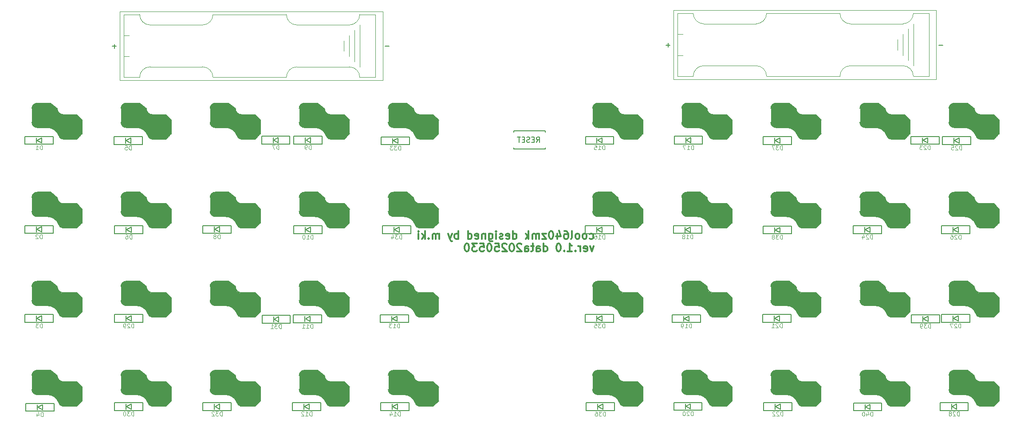
<source format=gbr>
%TF.GenerationSoftware,KiCad,Pcbnew,8.0.7*%
%TF.CreationDate,2025-05-30T21:54:57+09:00*%
%TF.ProjectId,cool640zmk,636f6f6c-3634-4307-9a6d-6b2e6b696361,rev?*%
%TF.SameCoordinates,Original*%
%TF.FileFunction,Legend,Bot*%
%TF.FilePolarity,Positive*%
%FSLAX46Y46*%
G04 Gerber Fmt 4.6, Leading zero omitted, Abs format (unit mm)*
G04 Created by KiCad (PCBNEW 8.0.7) date 2025-05-30 21:54:57*
%MOMM*%
%LPD*%
G01*
G04 APERTURE LIST*
%ADD10C,0.300000*%
%ADD11C,0.125000*%
%ADD12C,0.150000*%
%ADD13C,0.120000*%
G04 APERTURE END LIST*
D10*
X99152632Y-27204484D02*
X99295489Y-27275912D01*
X99295489Y-27275912D02*
X99581203Y-27275912D01*
X99581203Y-27275912D02*
X99724060Y-27204484D01*
X99724060Y-27204484D02*
X99795489Y-27133055D01*
X99795489Y-27133055D02*
X99866917Y-26990198D01*
X99866917Y-26990198D02*
X99866917Y-26561626D01*
X99866917Y-26561626D02*
X99795489Y-26418769D01*
X99795489Y-26418769D02*
X99724060Y-26347341D01*
X99724060Y-26347341D02*
X99581203Y-26275912D01*
X99581203Y-26275912D02*
X99295489Y-26275912D01*
X99295489Y-26275912D02*
X99152632Y-26347341D01*
X98295489Y-27275912D02*
X98438346Y-27204484D01*
X98438346Y-27204484D02*
X98509775Y-27133055D01*
X98509775Y-27133055D02*
X98581203Y-26990198D01*
X98581203Y-26990198D02*
X98581203Y-26561626D01*
X98581203Y-26561626D02*
X98509775Y-26418769D01*
X98509775Y-26418769D02*
X98438346Y-26347341D01*
X98438346Y-26347341D02*
X98295489Y-26275912D01*
X98295489Y-26275912D02*
X98081203Y-26275912D01*
X98081203Y-26275912D02*
X97938346Y-26347341D01*
X97938346Y-26347341D02*
X97866918Y-26418769D01*
X97866918Y-26418769D02*
X97795489Y-26561626D01*
X97795489Y-26561626D02*
X97795489Y-26990198D01*
X97795489Y-26990198D02*
X97866918Y-27133055D01*
X97866918Y-27133055D02*
X97938346Y-27204484D01*
X97938346Y-27204484D02*
X98081203Y-27275912D01*
X98081203Y-27275912D02*
X98295489Y-27275912D01*
X96938346Y-27275912D02*
X97081203Y-27204484D01*
X97081203Y-27204484D02*
X97152632Y-27133055D01*
X97152632Y-27133055D02*
X97224060Y-26990198D01*
X97224060Y-26990198D02*
X97224060Y-26561626D01*
X97224060Y-26561626D02*
X97152632Y-26418769D01*
X97152632Y-26418769D02*
X97081203Y-26347341D01*
X97081203Y-26347341D02*
X96938346Y-26275912D01*
X96938346Y-26275912D02*
X96724060Y-26275912D01*
X96724060Y-26275912D02*
X96581203Y-26347341D01*
X96581203Y-26347341D02*
X96509775Y-26418769D01*
X96509775Y-26418769D02*
X96438346Y-26561626D01*
X96438346Y-26561626D02*
X96438346Y-26990198D01*
X96438346Y-26990198D02*
X96509775Y-27133055D01*
X96509775Y-27133055D02*
X96581203Y-27204484D01*
X96581203Y-27204484D02*
X96724060Y-27275912D01*
X96724060Y-27275912D02*
X96938346Y-27275912D01*
X95581203Y-27275912D02*
X95724060Y-27204484D01*
X95724060Y-27204484D02*
X95795489Y-27061626D01*
X95795489Y-27061626D02*
X95795489Y-25775912D01*
X94366918Y-25775912D02*
X94652632Y-25775912D01*
X94652632Y-25775912D02*
X94795489Y-25847341D01*
X94795489Y-25847341D02*
X94866918Y-25918769D01*
X94866918Y-25918769D02*
X95009775Y-26133055D01*
X95009775Y-26133055D02*
X95081203Y-26418769D01*
X95081203Y-26418769D02*
X95081203Y-26990198D01*
X95081203Y-26990198D02*
X95009775Y-27133055D01*
X95009775Y-27133055D02*
X94938346Y-27204484D01*
X94938346Y-27204484D02*
X94795489Y-27275912D01*
X94795489Y-27275912D02*
X94509775Y-27275912D01*
X94509775Y-27275912D02*
X94366918Y-27204484D01*
X94366918Y-27204484D02*
X94295489Y-27133055D01*
X94295489Y-27133055D02*
X94224060Y-26990198D01*
X94224060Y-26990198D02*
X94224060Y-26633055D01*
X94224060Y-26633055D02*
X94295489Y-26490198D01*
X94295489Y-26490198D02*
X94366918Y-26418769D01*
X94366918Y-26418769D02*
X94509775Y-26347341D01*
X94509775Y-26347341D02*
X94795489Y-26347341D01*
X94795489Y-26347341D02*
X94938346Y-26418769D01*
X94938346Y-26418769D02*
X95009775Y-26490198D01*
X95009775Y-26490198D02*
X95081203Y-26633055D01*
X92938347Y-26275912D02*
X92938347Y-27275912D01*
X93295489Y-25704484D02*
X93652632Y-26775912D01*
X93652632Y-26775912D02*
X92724061Y-26775912D01*
X91866918Y-25775912D02*
X91724061Y-25775912D01*
X91724061Y-25775912D02*
X91581204Y-25847341D01*
X91581204Y-25847341D02*
X91509776Y-25918769D01*
X91509776Y-25918769D02*
X91438347Y-26061626D01*
X91438347Y-26061626D02*
X91366918Y-26347341D01*
X91366918Y-26347341D02*
X91366918Y-26704484D01*
X91366918Y-26704484D02*
X91438347Y-26990198D01*
X91438347Y-26990198D02*
X91509776Y-27133055D01*
X91509776Y-27133055D02*
X91581204Y-27204484D01*
X91581204Y-27204484D02*
X91724061Y-27275912D01*
X91724061Y-27275912D02*
X91866918Y-27275912D01*
X91866918Y-27275912D02*
X92009776Y-27204484D01*
X92009776Y-27204484D02*
X92081204Y-27133055D01*
X92081204Y-27133055D02*
X92152633Y-26990198D01*
X92152633Y-26990198D02*
X92224061Y-26704484D01*
X92224061Y-26704484D02*
X92224061Y-26347341D01*
X92224061Y-26347341D02*
X92152633Y-26061626D01*
X92152633Y-26061626D02*
X92081204Y-25918769D01*
X92081204Y-25918769D02*
X92009776Y-25847341D01*
X92009776Y-25847341D02*
X91866918Y-25775912D01*
X90866919Y-26275912D02*
X90081205Y-26275912D01*
X90081205Y-26275912D02*
X90866919Y-27275912D01*
X90866919Y-27275912D02*
X90081205Y-27275912D01*
X89509776Y-27275912D02*
X89509776Y-26275912D01*
X89509776Y-26418769D02*
X89438347Y-26347341D01*
X89438347Y-26347341D02*
X89295490Y-26275912D01*
X89295490Y-26275912D02*
X89081204Y-26275912D01*
X89081204Y-26275912D02*
X88938347Y-26347341D01*
X88938347Y-26347341D02*
X88866919Y-26490198D01*
X88866919Y-26490198D02*
X88866919Y-27275912D01*
X88866919Y-26490198D02*
X88795490Y-26347341D01*
X88795490Y-26347341D02*
X88652633Y-26275912D01*
X88652633Y-26275912D02*
X88438347Y-26275912D01*
X88438347Y-26275912D02*
X88295490Y-26347341D01*
X88295490Y-26347341D02*
X88224061Y-26490198D01*
X88224061Y-26490198D02*
X88224061Y-27275912D01*
X87509776Y-27275912D02*
X87509776Y-25775912D01*
X87366919Y-26704484D02*
X86938347Y-27275912D01*
X86938347Y-26275912D02*
X87509776Y-26847341D01*
X84509776Y-27275912D02*
X84509776Y-25775912D01*
X84509776Y-27204484D02*
X84652633Y-27275912D01*
X84652633Y-27275912D02*
X84938347Y-27275912D01*
X84938347Y-27275912D02*
X85081204Y-27204484D01*
X85081204Y-27204484D02*
X85152633Y-27133055D01*
X85152633Y-27133055D02*
X85224061Y-26990198D01*
X85224061Y-26990198D02*
X85224061Y-26561626D01*
X85224061Y-26561626D02*
X85152633Y-26418769D01*
X85152633Y-26418769D02*
X85081204Y-26347341D01*
X85081204Y-26347341D02*
X84938347Y-26275912D01*
X84938347Y-26275912D02*
X84652633Y-26275912D01*
X84652633Y-26275912D02*
X84509776Y-26347341D01*
X83224061Y-27204484D02*
X83366918Y-27275912D01*
X83366918Y-27275912D02*
X83652633Y-27275912D01*
X83652633Y-27275912D02*
X83795490Y-27204484D01*
X83795490Y-27204484D02*
X83866918Y-27061626D01*
X83866918Y-27061626D02*
X83866918Y-26490198D01*
X83866918Y-26490198D02*
X83795490Y-26347341D01*
X83795490Y-26347341D02*
X83652633Y-26275912D01*
X83652633Y-26275912D02*
X83366918Y-26275912D01*
X83366918Y-26275912D02*
X83224061Y-26347341D01*
X83224061Y-26347341D02*
X83152633Y-26490198D01*
X83152633Y-26490198D02*
X83152633Y-26633055D01*
X83152633Y-26633055D02*
X83866918Y-26775912D01*
X82581204Y-27204484D02*
X82438347Y-27275912D01*
X82438347Y-27275912D02*
X82152633Y-27275912D01*
X82152633Y-27275912D02*
X82009776Y-27204484D01*
X82009776Y-27204484D02*
X81938347Y-27061626D01*
X81938347Y-27061626D02*
X81938347Y-26990198D01*
X81938347Y-26990198D02*
X82009776Y-26847341D01*
X82009776Y-26847341D02*
X82152633Y-26775912D01*
X82152633Y-26775912D02*
X82366919Y-26775912D01*
X82366919Y-26775912D02*
X82509776Y-26704484D01*
X82509776Y-26704484D02*
X82581204Y-26561626D01*
X82581204Y-26561626D02*
X82581204Y-26490198D01*
X82581204Y-26490198D02*
X82509776Y-26347341D01*
X82509776Y-26347341D02*
X82366919Y-26275912D01*
X82366919Y-26275912D02*
X82152633Y-26275912D01*
X82152633Y-26275912D02*
X82009776Y-26347341D01*
X81295490Y-27275912D02*
X81295490Y-26275912D01*
X81295490Y-25775912D02*
X81366918Y-25847341D01*
X81366918Y-25847341D02*
X81295490Y-25918769D01*
X81295490Y-25918769D02*
X81224061Y-25847341D01*
X81224061Y-25847341D02*
X81295490Y-25775912D01*
X81295490Y-25775912D02*
X81295490Y-25918769D01*
X79938347Y-26275912D02*
X79938347Y-27490198D01*
X79938347Y-27490198D02*
X80009775Y-27633055D01*
X80009775Y-27633055D02*
X80081204Y-27704484D01*
X80081204Y-27704484D02*
X80224061Y-27775912D01*
X80224061Y-27775912D02*
X80438347Y-27775912D01*
X80438347Y-27775912D02*
X80581204Y-27704484D01*
X79938347Y-27204484D02*
X80081204Y-27275912D01*
X80081204Y-27275912D02*
X80366918Y-27275912D01*
X80366918Y-27275912D02*
X80509775Y-27204484D01*
X80509775Y-27204484D02*
X80581204Y-27133055D01*
X80581204Y-27133055D02*
X80652632Y-26990198D01*
X80652632Y-26990198D02*
X80652632Y-26561626D01*
X80652632Y-26561626D02*
X80581204Y-26418769D01*
X80581204Y-26418769D02*
X80509775Y-26347341D01*
X80509775Y-26347341D02*
X80366918Y-26275912D01*
X80366918Y-26275912D02*
X80081204Y-26275912D01*
X80081204Y-26275912D02*
X79938347Y-26347341D01*
X79224061Y-26275912D02*
X79224061Y-27275912D01*
X79224061Y-26418769D02*
X79152632Y-26347341D01*
X79152632Y-26347341D02*
X79009775Y-26275912D01*
X79009775Y-26275912D02*
X78795489Y-26275912D01*
X78795489Y-26275912D02*
X78652632Y-26347341D01*
X78652632Y-26347341D02*
X78581204Y-26490198D01*
X78581204Y-26490198D02*
X78581204Y-27275912D01*
X77295489Y-27204484D02*
X77438346Y-27275912D01*
X77438346Y-27275912D02*
X77724061Y-27275912D01*
X77724061Y-27275912D02*
X77866918Y-27204484D01*
X77866918Y-27204484D02*
X77938346Y-27061626D01*
X77938346Y-27061626D02*
X77938346Y-26490198D01*
X77938346Y-26490198D02*
X77866918Y-26347341D01*
X77866918Y-26347341D02*
X77724061Y-26275912D01*
X77724061Y-26275912D02*
X77438346Y-26275912D01*
X77438346Y-26275912D02*
X77295489Y-26347341D01*
X77295489Y-26347341D02*
X77224061Y-26490198D01*
X77224061Y-26490198D02*
X77224061Y-26633055D01*
X77224061Y-26633055D02*
X77938346Y-26775912D01*
X75938347Y-27275912D02*
X75938347Y-25775912D01*
X75938347Y-27204484D02*
X76081204Y-27275912D01*
X76081204Y-27275912D02*
X76366918Y-27275912D01*
X76366918Y-27275912D02*
X76509775Y-27204484D01*
X76509775Y-27204484D02*
X76581204Y-27133055D01*
X76581204Y-27133055D02*
X76652632Y-26990198D01*
X76652632Y-26990198D02*
X76652632Y-26561626D01*
X76652632Y-26561626D02*
X76581204Y-26418769D01*
X76581204Y-26418769D02*
X76509775Y-26347341D01*
X76509775Y-26347341D02*
X76366918Y-26275912D01*
X76366918Y-26275912D02*
X76081204Y-26275912D01*
X76081204Y-26275912D02*
X75938347Y-26347341D01*
X74081204Y-27275912D02*
X74081204Y-25775912D01*
X74081204Y-26347341D02*
X73938347Y-26275912D01*
X73938347Y-26275912D02*
X73652632Y-26275912D01*
X73652632Y-26275912D02*
X73509775Y-26347341D01*
X73509775Y-26347341D02*
X73438347Y-26418769D01*
X73438347Y-26418769D02*
X73366918Y-26561626D01*
X73366918Y-26561626D02*
X73366918Y-26990198D01*
X73366918Y-26990198D02*
X73438347Y-27133055D01*
X73438347Y-27133055D02*
X73509775Y-27204484D01*
X73509775Y-27204484D02*
X73652632Y-27275912D01*
X73652632Y-27275912D02*
X73938347Y-27275912D01*
X73938347Y-27275912D02*
X74081204Y-27204484D01*
X72866918Y-26275912D02*
X72509775Y-27275912D01*
X72152632Y-26275912D02*
X72509775Y-27275912D01*
X72509775Y-27275912D02*
X72652632Y-27633055D01*
X72652632Y-27633055D02*
X72724061Y-27704484D01*
X72724061Y-27704484D02*
X72866918Y-27775912D01*
X70438347Y-27275912D02*
X70438347Y-26275912D01*
X70438347Y-26418769D02*
X70366918Y-26347341D01*
X70366918Y-26347341D02*
X70224061Y-26275912D01*
X70224061Y-26275912D02*
X70009775Y-26275912D01*
X70009775Y-26275912D02*
X69866918Y-26347341D01*
X69866918Y-26347341D02*
X69795490Y-26490198D01*
X69795490Y-26490198D02*
X69795490Y-27275912D01*
X69795490Y-26490198D02*
X69724061Y-26347341D01*
X69724061Y-26347341D02*
X69581204Y-26275912D01*
X69581204Y-26275912D02*
X69366918Y-26275912D01*
X69366918Y-26275912D02*
X69224061Y-26347341D01*
X69224061Y-26347341D02*
X69152632Y-26490198D01*
X69152632Y-26490198D02*
X69152632Y-27275912D01*
X68438347Y-27133055D02*
X68366918Y-27204484D01*
X68366918Y-27204484D02*
X68438347Y-27275912D01*
X68438347Y-27275912D02*
X68509775Y-27204484D01*
X68509775Y-27204484D02*
X68438347Y-27133055D01*
X68438347Y-27133055D02*
X68438347Y-27275912D01*
X67724061Y-27275912D02*
X67724061Y-25775912D01*
X67581204Y-26704484D02*
X67152632Y-27275912D01*
X67152632Y-26275912D02*
X67724061Y-26847341D01*
X66509775Y-27275912D02*
X66509775Y-26275912D01*
X66509775Y-25775912D02*
X66581203Y-25847341D01*
X66581203Y-25847341D02*
X66509775Y-25918769D01*
X66509775Y-25918769D02*
X66438346Y-25847341D01*
X66438346Y-25847341D02*
X66509775Y-25775912D01*
X66509775Y-25775912D02*
X66509775Y-25918769D01*
X99938346Y-28690828D02*
X99581203Y-29690828D01*
X99581203Y-29690828D02*
X99224060Y-28690828D01*
X98081203Y-29619400D02*
X98224060Y-29690828D01*
X98224060Y-29690828D02*
X98509775Y-29690828D01*
X98509775Y-29690828D02*
X98652632Y-29619400D01*
X98652632Y-29619400D02*
X98724060Y-29476542D01*
X98724060Y-29476542D02*
X98724060Y-28905114D01*
X98724060Y-28905114D02*
X98652632Y-28762257D01*
X98652632Y-28762257D02*
X98509775Y-28690828D01*
X98509775Y-28690828D02*
X98224060Y-28690828D01*
X98224060Y-28690828D02*
X98081203Y-28762257D01*
X98081203Y-28762257D02*
X98009775Y-28905114D01*
X98009775Y-28905114D02*
X98009775Y-29047971D01*
X98009775Y-29047971D02*
X98724060Y-29190828D01*
X97366918Y-29690828D02*
X97366918Y-28690828D01*
X97366918Y-28976542D02*
X97295489Y-28833685D01*
X97295489Y-28833685D02*
X97224061Y-28762257D01*
X97224061Y-28762257D02*
X97081203Y-28690828D01*
X97081203Y-28690828D02*
X96938346Y-28690828D01*
X96438347Y-29547971D02*
X96366918Y-29619400D01*
X96366918Y-29619400D02*
X96438347Y-29690828D01*
X96438347Y-29690828D02*
X96509775Y-29619400D01*
X96509775Y-29619400D02*
X96438347Y-29547971D01*
X96438347Y-29547971D02*
X96438347Y-29690828D01*
X94938346Y-29690828D02*
X95795489Y-29690828D01*
X95366918Y-29690828D02*
X95366918Y-28190828D01*
X95366918Y-28190828D02*
X95509775Y-28405114D01*
X95509775Y-28405114D02*
X95652632Y-28547971D01*
X95652632Y-28547971D02*
X95795489Y-28619400D01*
X94295490Y-29547971D02*
X94224061Y-29619400D01*
X94224061Y-29619400D02*
X94295490Y-29690828D01*
X94295490Y-29690828D02*
X94366918Y-29619400D01*
X94366918Y-29619400D02*
X94295490Y-29547971D01*
X94295490Y-29547971D02*
X94295490Y-29690828D01*
X93295489Y-28190828D02*
X93152632Y-28190828D01*
X93152632Y-28190828D02*
X93009775Y-28262257D01*
X93009775Y-28262257D02*
X92938347Y-28333685D01*
X92938347Y-28333685D02*
X92866918Y-28476542D01*
X92866918Y-28476542D02*
X92795489Y-28762257D01*
X92795489Y-28762257D02*
X92795489Y-29119400D01*
X92795489Y-29119400D02*
X92866918Y-29405114D01*
X92866918Y-29405114D02*
X92938347Y-29547971D01*
X92938347Y-29547971D02*
X93009775Y-29619400D01*
X93009775Y-29619400D02*
X93152632Y-29690828D01*
X93152632Y-29690828D02*
X93295489Y-29690828D01*
X93295489Y-29690828D02*
X93438347Y-29619400D01*
X93438347Y-29619400D02*
X93509775Y-29547971D01*
X93509775Y-29547971D02*
X93581204Y-29405114D01*
X93581204Y-29405114D02*
X93652632Y-29119400D01*
X93652632Y-29119400D02*
X93652632Y-28762257D01*
X93652632Y-28762257D02*
X93581204Y-28476542D01*
X93581204Y-28476542D02*
X93509775Y-28333685D01*
X93509775Y-28333685D02*
X93438347Y-28262257D01*
X93438347Y-28262257D02*
X93295489Y-28190828D01*
X90366919Y-29690828D02*
X90366919Y-28190828D01*
X90366919Y-29619400D02*
X90509776Y-29690828D01*
X90509776Y-29690828D02*
X90795490Y-29690828D01*
X90795490Y-29690828D02*
X90938347Y-29619400D01*
X90938347Y-29619400D02*
X91009776Y-29547971D01*
X91009776Y-29547971D02*
X91081204Y-29405114D01*
X91081204Y-29405114D02*
X91081204Y-28976542D01*
X91081204Y-28976542D02*
X91009776Y-28833685D01*
X91009776Y-28833685D02*
X90938347Y-28762257D01*
X90938347Y-28762257D02*
X90795490Y-28690828D01*
X90795490Y-28690828D02*
X90509776Y-28690828D01*
X90509776Y-28690828D02*
X90366919Y-28762257D01*
X89009776Y-29690828D02*
X89009776Y-28905114D01*
X89009776Y-28905114D02*
X89081204Y-28762257D01*
X89081204Y-28762257D02*
X89224061Y-28690828D01*
X89224061Y-28690828D02*
X89509776Y-28690828D01*
X89509776Y-28690828D02*
X89652633Y-28762257D01*
X89009776Y-29619400D02*
X89152633Y-29690828D01*
X89152633Y-29690828D02*
X89509776Y-29690828D01*
X89509776Y-29690828D02*
X89652633Y-29619400D01*
X89652633Y-29619400D02*
X89724061Y-29476542D01*
X89724061Y-29476542D02*
X89724061Y-29333685D01*
X89724061Y-29333685D02*
X89652633Y-29190828D01*
X89652633Y-29190828D02*
X89509776Y-29119400D01*
X89509776Y-29119400D02*
X89152633Y-29119400D01*
X89152633Y-29119400D02*
X89009776Y-29047971D01*
X88509775Y-28690828D02*
X87938347Y-28690828D01*
X88295490Y-28190828D02*
X88295490Y-29476542D01*
X88295490Y-29476542D02*
X88224061Y-29619400D01*
X88224061Y-29619400D02*
X88081204Y-29690828D01*
X88081204Y-29690828D02*
X87938347Y-29690828D01*
X86795490Y-29690828D02*
X86795490Y-28905114D01*
X86795490Y-28905114D02*
X86866918Y-28762257D01*
X86866918Y-28762257D02*
X87009775Y-28690828D01*
X87009775Y-28690828D02*
X87295490Y-28690828D01*
X87295490Y-28690828D02*
X87438347Y-28762257D01*
X86795490Y-29619400D02*
X86938347Y-29690828D01*
X86938347Y-29690828D02*
X87295490Y-29690828D01*
X87295490Y-29690828D02*
X87438347Y-29619400D01*
X87438347Y-29619400D02*
X87509775Y-29476542D01*
X87509775Y-29476542D02*
X87509775Y-29333685D01*
X87509775Y-29333685D02*
X87438347Y-29190828D01*
X87438347Y-29190828D02*
X87295490Y-29119400D01*
X87295490Y-29119400D02*
X86938347Y-29119400D01*
X86938347Y-29119400D02*
X86795490Y-29047971D01*
X86152632Y-28333685D02*
X86081204Y-28262257D01*
X86081204Y-28262257D02*
X85938347Y-28190828D01*
X85938347Y-28190828D02*
X85581204Y-28190828D01*
X85581204Y-28190828D02*
X85438347Y-28262257D01*
X85438347Y-28262257D02*
X85366918Y-28333685D01*
X85366918Y-28333685D02*
X85295489Y-28476542D01*
X85295489Y-28476542D02*
X85295489Y-28619400D01*
X85295489Y-28619400D02*
X85366918Y-28833685D01*
X85366918Y-28833685D02*
X86224061Y-29690828D01*
X86224061Y-29690828D02*
X85295489Y-29690828D01*
X84366918Y-28190828D02*
X84224061Y-28190828D01*
X84224061Y-28190828D02*
X84081204Y-28262257D01*
X84081204Y-28262257D02*
X84009776Y-28333685D01*
X84009776Y-28333685D02*
X83938347Y-28476542D01*
X83938347Y-28476542D02*
X83866918Y-28762257D01*
X83866918Y-28762257D02*
X83866918Y-29119400D01*
X83866918Y-29119400D02*
X83938347Y-29405114D01*
X83938347Y-29405114D02*
X84009776Y-29547971D01*
X84009776Y-29547971D02*
X84081204Y-29619400D01*
X84081204Y-29619400D02*
X84224061Y-29690828D01*
X84224061Y-29690828D02*
X84366918Y-29690828D01*
X84366918Y-29690828D02*
X84509776Y-29619400D01*
X84509776Y-29619400D02*
X84581204Y-29547971D01*
X84581204Y-29547971D02*
X84652633Y-29405114D01*
X84652633Y-29405114D02*
X84724061Y-29119400D01*
X84724061Y-29119400D02*
X84724061Y-28762257D01*
X84724061Y-28762257D02*
X84652633Y-28476542D01*
X84652633Y-28476542D02*
X84581204Y-28333685D01*
X84581204Y-28333685D02*
X84509776Y-28262257D01*
X84509776Y-28262257D02*
X84366918Y-28190828D01*
X83295490Y-28333685D02*
X83224062Y-28262257D01*
X83224062Y-28262257D02*
X83081205Y-28190828D01*
X83081205Y-28190828D02*
X82724062Y-28190828D01*
X82724062Y-28190828D02*
X82581205Y-28262257D01*
X82581205Y-28262257D02*
X82509776Y-28333685D01*
X82509776Y-28333685D02*
X82438347Y-28476542D01*
X82438347Y-28476542D02*
X82438347Y-28619400D01*
X82438347Y-28619400D02*
X82509776Y-28833685D01*
X82509776Y-28833685D02*
X83366919Y-29690828D01*
X83366919Y-29690828D02*
X82438347Y-29690828D01*
X81081205Y-28190828D02*
X81795491Y-28190828D01*
X81795491Y-28190828D02*
X81866919Y-28905114D01*
X81866919Y-28905114D02*
X81795491Y-28833685D01*
X81795491Y-28833685D02*
X81652634Y-28762257D01*
X81652634Y-28762257D02*
X81295491Y-28762257D01*
X81295491Y-28762257D02*
X81152634Y-28833685D01*
X81152634Y-28833685D02*
X81081205Y-28905114D01*
X81081205Y-28905114D02*
X81009776Y-29047971D01*
X81009776Y-29047971D02*
X81009776Y-29405114D01*
X81009776Y-29405114D02*
X81081205Y-29547971D01*
X81081205Y-29547971D02*
X81152634Y-29619400D01*
X81152634Y-29619400D02*
X81295491Y-29690828D01*
X81295491Y-29690828D02*
X81652634Y-29690828D01*
X81652634Y-29690828D02*
X81795491Y-29619400D01*
X81795491Y-29619400D02*
X81866919Y-29547971D01*
X80081205Y-28190828D02*
X79938348Y-28190828D01*
X79938348Y-28190828D02*
X79795491Y-28262257D01*
X79795491Y-28262257D02*
X79724063Y-28333685D01*
X79724063Y-28333685D02*
X79652634Y-28476542D01*
X79652634Y-28476542D02*
X79581205Y-28762257D01*
X79581205Y-28762257D02*
X79581205Y-29119400D01*
X79581205Y-29119400D02*
X79652634Y-29405114D01*
X79652634Y-29405114D02*
X79724063Y-29547971D01*
X79724063Y-29547971D02*
X79795491Y-29619400D01*
X79795491Y-29619400D02*
X79938348Y-29690828D01*
X79938348Y-29690828D02*
X80081205Y-29690828D01*
X80081205Y-29690828D02*
X80224063Y-29619400D01*
X80224063Y-29619400D02*
X80295491Y-29547971D01*
X80295491Y-29547971D02*
X80366920Y-29405114D01*
X80366920Y-29405114D02*
X80438348Y-29119400D01*
X80438348Y-29119400D02*
X80438348Y-28762257D01*
X80438348Y-28762257D02*
X80366920Y-28476542D01*
X80366920Y-28476542D02*
X80295491Y-28333685D01*
X80295491Y-28333685D02*
X80224063Y-28262257D01*
X80224063Y-28262257D02*
X80081205Y-28190828D01*
X78224063Y-28190828D02*
X78938349Y-28190828D01*
X78938349Y-28190828D02*
X79009777Y-28905114D01*
X79009777Y-28905114D02*
X78938349Y-28833685D01*
X78938349Y-28833685D02*
X78795492Y-28762257D01*
X78795492Y-28762257D02*
X78438349Y-28762257D01*
X78438349Y-28762257D02*
X78295492Y-28833685D01*
X78295492Y-28833685D02*
X78224063Y-28905114D01*
X78224063Y-28905114D02*
X78152634Y-29047971D01*
X78152634Y-29047971D02*
X78152634Y-29405114D01*
X78152634Y-29405114D02*
X78224063Y-29547971D01*
X78224063Y-29547971D02*
X78295492Y-29619400D01*
X78295492Y-29619400D02*
X78438349Y-29690828D01*
X78438349Y-29690828D02*
X78795492Y-29690828D01*
X78795492Y-29690828D02*
X78938349Y-29619400D01*
X78938349Y-29619400D02*
X79009777Y-29547971D01*
X77652635Y-28190828D02*
X76724063Y-28190828D01*
X76724063Y-28190828D02*
X77224063Y-28762257D01*
X77224063Y-28762257D02*
X77009778Y-28762257D01*
X77009778Y-28762257D02*
X76866921Y-28833685D01*
X76866921Y-28833685D02*
X76795492Y-28905114D01*
X76795492Y-28905114D02*
X76724063Y-29047971D01*
X76724063Y-29047971D02*
X76724063Y-29405114D01*
X76724063Y-29405114D02*
X76795492Y-29547971D01*
X76795492Y-29547971D02*
X76866921Y-29619400D01*
X76866921Y-29619400D02*
X77009778Y-29690828D01*
X77009778Y-29690828D02*
X77438349Y-29690828D01*
X77438349Y-29690828D02*
X77581206Y-29619400D01*
X77581206Y-29619400D02*
X77652635Y-29547971D01*
X75795492Y-28190828D02*
X75652635Y-28190828D01*
X75652635Y-28190828D02*
X75509778Y-28262257D01*
X75509778Y-28262257D02*
X75438350Y-28333685D01*
X75438350Y-28333685D02*
X75366921Y-28476542D01*
X75366921Y-28476542D02*
X75295492Y-28762257D01*
X75295492Y-28762257D02*
X75295492Y-29119400D01*
X75295492Y-29119400D02*
X75366921Y-29405114D01*
X75366921Y-29405114D02*
X75438350Y-29547971D01*
X75438350Y-29547971D02*
X75509778Y-29619400D01*
X75509778Y-29619400D02*
X75652635Y-29690828D01*
X75652635Y-29690828D02*
X75795492Y-29690828D01*
X75795492Y-29690828D02*
X75938350Y-29619400D01*
X75938350Y-29619400D02*
X76009778Y-29547971D01*
X76009778Y-29547971D02*
X76081207Y-29405114D01*
X76081207Y-29405114D02*
X76152635Y-29119400D01*
X76152635Y-29119400D02*
X76152635Y-28762257D01*
X76152635Y-28762257D02*
X76081207Y-28476542D01*
X76081207Y-28476542D02*
X76009778Y-28333685D01*
X76009778Y-28333685D02*
X75938350Y-28262257D01*
X75938350Y-28262257D02*
X75795492Y-28190828D01*
D11*
X-5309524Y-10243595D02*
X-5309524Y-9443595D01*
X-5309524Y-9443595D02*
X-5500000Y-9443595D01*
X-5500000Y-9443595D02*
X-5614286Y-9481690D01*
X-5614286Y-9481690D02*
X-5690476Y-9557880D01*
X-5690476Y-9557880D02*
X-5728571Y-9634071D01*
X-5728571Y-9634071D02*
X-5766667Y-9786452D01*
X-5766667Y-9786452D02*
X-5766667Y-9900738D01*
X-5766667Y-9900738D02*
X-5728571Y-10053119D01*
X-5728571Y-10053119D02*
X-5690476Y-10129309D01*
X-5690476Y-10129309D02*
X-5614286Y-10205500D01*
X-5614286Y-10205500D02*
X-5500000Y-10243595D01*
X-5500000Y-10243595D02*
X-5309524Y-10243595D01*
X-6528571Y-10243595D02*
X-6071428Y-10243595D01*
X-6300000Y-10243595D02*
X-6300000Y-9443595D01*
X-6300000Y-9443595D02*
X-6223809Y-9557880D01*
X-6223809Y-9557880D02*
X-6147619Y-9634071D01*
X-6147619Y-9634071D02*
X-6071428Y-9672166D01*
X-5159524Y-61203595D02*
X-5159524Y-60403595D01*
X-5159524Y-60403595D02*
X-5350000Y-60403595D01*
X-5350000Y-60403595D02*
X-5464286Y-60441690D01*
X-5464286Y-60441690D02*
X-5540476Y-60517880D01*
X-5540476Y-60517880D02*
X-5578571Y-60594071D01*
X-5578571Y-60594071D02*
X-5616667Y-60746452D01*
X-5616667Y-60746452D02*
X-5616667Y-60860738D01*
X-5616667Y-60860738D02*
X-5578571Y-61013119D01*
X-5578571Y-61013119D02*
X-5540476Y-61089309D01*
X-5540476Y-61089309D02*
X-5464286Y-61165500D01*
X-5464286Y-61165500D02*
X-5350000Y-61203595D01*
X-5350000Y-61203595D02*
X-5159524Y-61203595D01*
X-6302381Y-60670261D02*
X-6302381Y-61203595D01*
X-6111905Y-60365500D02*
X-5921428Y-60936928D01*
X-5921428Y-60936928D02*
X-6416667Y-60936928D01*
X169951428Y-44253595D02*
X169951428Y-43453595D01*
X169951428Y-43453595D02*
X169760952Y-43453595D01*
X169760952Y-43453595D02*
X169646666Y-43491690D01*
X169646666Y-43491690D02*
X169570476Y-43567880D01*
X169570476Y-43567880D02*
X169532381Y-43644071D01*
X169532381Y-43644071D02*
X169494285Y-43796452D01*
X169494285Y-43796452D02*
X169494285Y-43910738D01*
X169494285Y-43910738D02*
X169532381Y-44063119D01*
X169532381Y-44063119D02*
X169570476Y-44139309D01*
X169570476Y-44139309D02*
X169646666Y-44215500D01*
X169646666Y-44215500D02*
X169760952Y-44253595D01*
X169760952Y-44253595D02*
X169951428Y-44253595D01*
X169189524Y-43529785D02*
X169151428Y-43491690D01*
X169151428Y-43491690D02*
X169075238Y-43453595D01*
X169075238Y-43453595D02*
X168884762Y-43453595D01*
X168884762Y-43453595D02*
X168808571Y-43491690D01*
X168808571Y-43491690D02*
X168770476Y-43529785D01*
X168770476Y-43529785D02*
X168732381Y-43605976D01*
X168732381Y-43605976D02*
X168732381Y-43682166D01*
X168732381Y-43682166D02*
X168770476Y-43796452D01*
X168770476Y-43796452D02*
X169227619Y-44253595D01*
X169227619Y-44253595D02*
X168732381Y-44253595D01*
X168465714Y-43453595D02*
X167932380Y-43453595D01*
X167932380Y-43453595D02*
X168275238Y-44253595D01*
X169681428Y-61063595D02*
X169681428Y-60263595D01*
X169681428Y-60263595D02*
X169490952Y-60263595D01*
X169490952Y-60263595D02*
X169376666Y-60301690D01*
X169376666Y-60301690D02*
X169300476Y-60377880D01*
X169300476Y-60377880D02*
X169262381Y-60454071D01*
X169262381Y-60454071D02*
X169224285Y-60606452D01*
X169224285Y-60606452D02*
X169224285Y-60720738D01*
X169224285Y-60720738D02*
X169262381Y-60873119D01*
X169262381Y-60873119D02*
X169300476Y-60949309D01*
X169300476Y-60949309D02*
X169376666Y-61025500D01*
X169376666Y-61025500D02*
X169490952Y-61063595D01*
X169490952Y-61063595D02*
X169681428Y-61063595D01*
X168919524Y-60339785D02*
X168881428Y-60301690D01*
X168881428Y-60301690D02*
X168805238Y-60263595D01*
X168805238Y-60263595D02*
X168614762Y-60263595D01*
X168614762Y-60263595D02*
X168538571Y-60301690D01*
X168538571Y-60301690D02*
X168500476Y-60339785D01*
X168500476Y-60339785D02*
X168462381Y-60415976D01*
X168462381Y-60415976D02*
X168462381Y-60492166D01*
X168462381Y-60492166D02*
X168500476Y-60606452D01*
X168500476Y-60606452D02*
X168957619Y-61063595D01*
X168957619Y-61063595D02*
X168462381Y-61063595D01*
X168005238Y-60606452D02*
X168081428Y-60568357D01*
X168081428Y-60568357D02*
X168119523Y-60530261D01*
X168119523Y-60530261D02*
X168157619Y-60454071D01*
X168157619Y-60454071D02*
X168157619Y-60415976D01*
X168157619Y-60415976D02*
X168119523Y-60339785D01*
X168119523Y-60339785D02*
X168081428Y-60301690D01*
X168081428Y-60301690D02*
X168005238Y-60263595D01*
X168005238Y-60263595D02*
X167852857Y-60263595D01*
X167852857Y-60263595D02*
X167776666Y-60301690D01*
X167776666Y-60301690D02*
X167738571Y-60339785D01*
X167738571Y-60339785D02*
X167700476Y-60415976D01*
X167700476Y-60415976D02*
X167700476Y-60454071D01*
X167700476Y-60454071D02*
X167738571Y-60530261D01*
X167738571Y-60530261D02*
X167776666Y-60568357D01*
X167776666Y-60568357D02*
X167852857Y-60606452D01*
X167852857Y-60606452D02*
X168005238Y-60606452D01*
X168005238Y-60606452D02*
X168081428Y-60644547D01*
X168081428Y-60644547D02*
X168119523Y-60682642D01*
X168119523Y-60682642D02*
X168157619Y-60758833D01*
X168157619Y-60758833D02*
X168157619Y-60911214D01*
X168157619Y-60911214D02*
X168119523Y-60987404D01*
X168119523Y-60987404D02*
X168081428Y-61025500D01*
X168081428Y-61025500D02*
X168005238Y-61063595D01*
X168005238Y-61063595D02*
X167852857Y-61063595D01*
X167852857Y-61063595D02*
X167776666Y-61025500D01*
X167776666Y-61025500D02*
X167738571Y-60987404D01*
X167738571Y-60987404D02*
X167700476Y-60911214D01*
X167700476Y-60911214D02*
X167700476Y-60758833D01*
X167700476Y-60758833D02*
X167738571Y-60682642D01*
X167738571Y-60682642D02*
X167776666Y-60644547D01*
X167776666Y-60644547D02*
X167852857Y-60606452D01*
X135861428Y-44223595D02*
X135861428Y-43423595D01*
X135861428Y-43423595D02*
X135670952Y-43423595D01*
X135670952Y-43423595D02*
X135556666Y-43461690D01*
X135556666Y-43461690D02*
X135480476Y-43537880D01*
X135480476Y-43537880D02*
X135442381Y-43614071D01*
X135442381Y-43614071D02*
X135404285Y-43766452D01*
X135404285Y-43766452D02*
X135404285Y-43880738D01*
X135404285Y-43880738D02*
X135442381Y-44033119D01*
X135442381Y-44033119D02*
X135480476Y-44109309D01*
X135480476Y-44109309D02*
X135556666Y-44185500D01*
X135556666Y-44185500D02*
X135670952Y-44223595D01*
X135670952Y-44223595D02*
X135861428Y-44223595D01*
X135099524Y-43499785D02*
X135061428Y-43461690D01*
X135061428Y-43461690D02*
X134985238Y-43423595D01*
X134985238Y-43423595D02*
X134794762Y-43423595D01*
X134794762Y-43423595D02*
X134718571Y-43461690D01*
X134718571Y-43461690D02*
X134680476Y-43499785D01*
X134680476Y-43499785D02*
X134642381Y-43575976D01*
X134642381Y-43575976D02*
X134642381Y-43652166D01*
X134642381Y-43652166D02*
X134680476Y-43766452D01*
X134680476Y-43766452D02*
X135137619Y-44223595D01*
X135137619Y-44223595D02*
X134642381Y-44223595D01*
X133880476Y-44223595D02*
X134337619Y-44223595D01*
X134109047Y-44223595D02*
X134109047Y-43423595D01*
X134109047Y-43423595D02*
X134185238Y-43537880D01*
X134185238Y-43537880D02*
X134261428Y-43614071D01*
X134261428Y-43614071D02*
X134337619Y-43652166D01*
X46010475Y-10203595D02*
X46010475Y-9403595D01*
X46010475Y-9403595D02*
X45819999Y-9403595D01*
X45819999Y-9403595D02*
X45705713Y-9441690D01*
X45705713Y-9441690D02*
X45629523Y-9517880D01*
X45629523Y-9517880D02*
X45591428Y-9594071D01*
X45591428Y-9594071D02*
X45553332Y-9746452D01*
X45553332Y-9746452D02*
X45553332Y-9860738D01*
X45553332Y-9860738D02*
X45591428Y-10013119D01*
X45591428Y-10013119D02*
X45629523Y-10089309D01*
X45629523Y-10089309D02*
X45705713Y-10165500D01*
X45705713Y-10165500D02*
X45819999Y-10203595D01*
X45819999Y-10203595D02*
X46010475Y-10203595D01*
X45172380Y-10203595D02*
X45019999Y-10203595D01*
X45019999Y-10203595D02*
X44943809Y-10165500D01*
X44943809Y-10165500D02*
X44905713Y-10127404D01*
X44905713Y-10127404D02*
X44829523Y-10013119D01*
X44829523Y-10013119D02*
X44791428Y-9860738D01*
X44791428Y-9860738D02*
X44791428Y-9555976D01*
X44791428Y-9555976D02*
X44829523Y-9479785D01*
X44829523Y-9479785D02*
X44867618Y-9441690D01*
X44867618Y-9441690D02*
X44943809Y-9403595D01*
X44943809Y-9403595D02*
X45096190Y-9403595D01*
X45096190Y-9403595D02*
X45172380Y-9441690D01*
X45172380Y-9441690D02*
X45210475Y-9479785D01*
X45210475Y-9479785D02*
X45248571Y-9555976D01*
X45248571Y-9555976D02*
X45248571Y-9746452D01*
X45248571Y-9746452D02*
X45210475Y-9822642D01*
X45210475Y-9822642D02*
X45172380Y-9860738D01*
X45172380Y-9860738D02*
X45096190Y-9898833D01*
X45096190Y-9898833D02*
X44943809Y-9898833D01*
X44943809Y-9898833D02*
X44867618Y-9860738D01*
X44867618Y-9860738D02*
X44829523Y-9822642D01*
X44829523Y-9822642D02*
X44791428Y-9746452D01*
X-5309524Y-44253595D02*
X-5309524Y-43453595D01*
X-5309524Y-43453595D02*
X-5500000Y-43453595D01*
X-5500000Y-43453595D02*
X-5614286Y-43491690D01*
X-5614286Y-43491690D02*
X-5690476Y-43567880D01*
X-5690476Y-43567880D02*
X-5728571Y-43644071D01*
X-5728571Y-43644071D02*
X-5766667Y-43796452D01*
X-5766667Y-43796452D02*
X-5766667Y-43910738D01*
X-5766667Y-43910738D02*
X-5728571Y-44063119D01*
X-5728571Y-44063119D02*
X-5690476Y-44139309D01*
X-5690476Y-44139309D02*
X-5614286Y-44215500D01*
X-5614286Y-44215500D02*
X-5500000Y-44253595D01*
X-5500000Y-44253595D02*
X-5309524Y-44253595D01*
X-6033333Y-43453595D02*
X-6528571Y-43453595D01*
X-6528571Y-43453595D02*
X-6261905Y-43758357D01*
X-6261905Y-43758357D02*
X-6376190Y-43758357D01*
X-6376190Y-43758357D02*
X-6452381Y-43796452D01*
X-6452381Y-43796452D02*
X-6490476Y-43834547D01*
X-6490476Y-43834547D02*
X-6528571Y-43910738D01*
X-6528571Y-43910738D02*
X-6528571Y-44101214D01*
X-6528571Y-44101214D02*
X-6490476Y-44177404D01*
X-6490476Y-44177404D02*
X-6452381Y-44215500D01*
X-6452381Y-44215500D02*
X-6376190Y-44253595D01*
X-6376190Y-44253595D02*
X-6147619Y-44253595D01*
X-6147619Y-44253595D02*
X-6071428Y-44215500D01*
X-6071428Y-44215500D02*
X-6033333Y-44177404D01*
X12141428Y-61063595D02*
X12141428Y-60263595D01*
X12141428Y-60263595D02*
X11950952Y-60263595D01*
X11950952Y-60263595D02*
X11836666Y-60301690D01*
X11836666Y-60301690D02*
X11760476Y-60377880D01*
X11760476Y-60377880D02*
X11722381Y-60454071D01*
X11722381Y-60454071D02*
X11684285Y-60606452D01*
X11684285Y-60606452D02*
X11684285Y-60720738D01*
X11684285Y-60720738D02*
X11722381Y-60873119D01*
X11722381Y-60873119D02*
X11760476Y-60949309D01*
X11760476Y-60949309D02*
X11836666Y-61025500D01*
X11836666Y-61025500D02*
X11950952Y-61063595D01*
X11950952Y-61063595D02*
X12141428Y-61063595D01*
X11417619Y-60263595D02*
X10922381Y-60263595D01*
X10922381Y-60263595D02*
X11189047Y-60568357D01*
X11189047Y-60568357D02*
X11074762Y-60568357D01*
X11074762Y-60568357D02*
X10998571Y-60606452D01*
X10998571Y-60606452D02*
X10960476Y-60644547D01*
X10960476Y-60644547D02*
X10922381Y-60720738D01*
X10922381Y-60720738D02*
X10922381Y-60911214D01*
X10922381Y-60911214D02*
X10960476Y-60987404D01*
X10960476Y-60987404D02*
X10998571Y-61025500D01*
X10998571Y-61025500D02*
X11074762Y-61063595D01*
X11074762Y-61063595D02*
X11303333Y-61063595D01*
X11303333Y-61063595D02*
X11379524Y-61025500D01*
X11379524Y-61025500D02*
X11417619Y-60987404D01*
X10427142Y-60263595D02*
X10350952Y-60263595D01*
X10350952Y-60263595D02*
X10274761Y-60301690D01*
X10274761Y-60301690D02*
X10236666Y-60339785D01*
X10236666Y-60339785D02*
X10198571Y-60415976D01*
X10198571Y-60415976D02*
X10160476Y-60568357D01*
X10160476Y-60568357D02*
X10160476Y-60758833D01*
X10160476Y-60758833D02*
X10198571Y-60911214D01*
X10198571Y-60911214D02*
X10236666Y-60987404D01*
X10236666Y-60987404D02*
X10274761Y-61025500D01*
X10274761Y-61025500D02*
X10350952Y-61063595D01*
X10350952Y-61063595D02*
X10427142Y-61063595D01*
X10427142Y-61063595D02*
X10503333Y-61025500D01*
X10503333Y-61025500D02*
X10541428Y-60987404D01*
X10541428Y-60987404D02*
X10579523Y-60911214D01*
X10579523Y-60911214D02*
X10617619Y-60758833D01*
X10617619Y-60758833D02*
X10617619Y-60568357D01*
X10617619Y-60568357D02*
X10579523Y-60415976D01*
X10579523Y-60415976D02*
X10541428Y-60339785D01*
X10541428Y-60339785D02*
X10503333Y-60301690D01*
X10503333Y-60301690D02*
X10427142Y-60263595D01*
D12*
X113729048Y9706133D02*
X114490953Y9706133D01*
X114110000Y9325180D02*
X114110000Y10087085D01*
X165799048Y9706133D02*
X166560953Y9706133D01*
D11*
X136021428Y-61063595D02*
X136021428Y-60263595D01*
X136021428Y-60263595D02*
X135830952Y-60263595D01*
X135830952Y-60263595D02*
X135716666Y-60301690D01*
X135716666Y-60301690D02*
X135640476Y-60377880D01*
X135640476Y-60377880D02*
X135602381Y-60454071D01*
X135602381Y-60454071D02*
X135564285Y-60606452D01*
X135564285Y-60606452D02*
X135564285Y-60720738D01*
X135564285Y-60720738D02*
X135602381Y-60873119D01*
X135602381Y-60873119D02*
X135640476Y-60949309D01*
X135640476Y-60949309D02*
X135716666Y-61025500D01*
X135716666Y-61025500D02*
X135830952Y-61063595D01*
X135830952Y-61063595D02*
X136021428Y-61063595D01*
X135259524Y-60339785D02*
X135221428Y-60301690D01*
X135221428Y-60301690D02*
X135145238Y-60263595D01*
X135145238Y-60263595D02*
X134954762Y-60263595D01*
X134954762Y-60263595D02*
X134878571Y-60301690D01*
X134878571Y-60301690D02*
X134840476Y-60339785D01*
X134840476Y-60339785D02*
X134802381Y-60415976D01*
X134802381Y-60415976D02*
X134802381Y-60492166D01*
X134802381Y-60492166D02*
X134840476Y-60606452D01*
X134840476Y-60606452D02*
X135297619Y-61063595D01*
X135297619Y-61063595D02*
X134802381Y-61063595D01*
X134497619Y-60339785D02*
X134459523Y-60301690D01*
X134459523Y-60301690D02*
X134383333Y-60263595D01*
X134383333Y-60263595D02*
X134192857Y-60263595D01*
X134192857Y-60263595D02*
X134116666Y-60301690D01*
X134116666Y-60301690D02*
X134078571Y-60339785D01*
X134078571Y-60339785D02*
X134040476Y-60415976D01*
X134040476Y-60415976D02*
X134040476Y-60492166D01*
X134040476Y-60492166D02*
X134078571Y-60606452D01*
X134078571Y-60606452D02*
X134535714Y-61063595D01*
X134535714Y-61063595D02*
X134040476Y-61063595D01*
X135931428Y-10263595D02*
X135931428Y-9463595D01*
X135931428Y-9463595D02*
X135740952Y-9463595D01*
X135740952Y-9463595D02*
X135626666Y-9501690D01*
X135626666Y-9501690D02*
X135550476Y-9577880D01*
X135550476Y-9577880D02*
X135512381Y-9654071D01*
X135512381Y-9654071D02*
X135474285Y-9806452D01*
X135474285Y-9806452D02*
X135474285Y-9920738D01*
X135474285Y-9920738D02*
X135512381Y-10073119D01*
X135512381Y-10073119D02*
X135550476Y-10149309D01*
X135550476Y-10149309D02*
X135626666Y-10225500D01*
X135626666Y-10225500D02*
X135740952Y-10263595D01*
X135740952Y-10263595D02*
X135931428Y-10263595D01*
X135207619Y-9463595D02*
X134712381Y-9463595D01*
X134712381Y-9463595D02*
X134979047Y-9768357D01*
X134979047Y-9768357D02*
X134864762Y-9768357D01*
X134864762Y-9768357D02*
X134788571Y-9806452D01*
X134788571Y-9806452D02*
X134750476Y-9844547D01*
X134750476Y-9844547D02*
X134712381Y-9920738D01*
X134712381Y-9920738D02*
X134712381Y-10111214D01*
X134712381Y-10111214D02*
X134750476Y-10187404D01*
X134750476Y-10187404D02*
X134788571Y-10225500D01*
X134788571Y-10225500D02*
X134864762Y-10263595D01*
X134864762Y-10263595D02*
X135093333Y-10263595D01*
X135093333Y-10263595D02*
X135169524Y-10225500D01*
X135169524Y-10225500D02*
X135207619Y-10187404D01*
X134445714Y-9463595D02*
X133912380Y-9463595D01*
X133912380Y-9463595D02*
X134255238Y-10263595D01*
X-5349524Y-27243595D02*
X-5349524Y-26443595D01*
X-5349524Y-26443595D02*
X-5540000Y-26443595D01*
X-5540000Y-26443595D02*
X-5654286Y-26481690D01*
X-5654286Y-26481690D02*
X-5730476Y-26557880D01*
X-5730476Y-26557880D02*
X-5768571Y-26634071D01*
X-5768571Y-26634071D02*
X-5806667Y-26786452D01*
X-5806667Y-26786452D02*
X-5806667Y-26900738D01*
X-5806667Y-26900738D02*
X-5768571Y-27053119D01*
X-5768571Y-27053119D02*
X-5730476Y-27129309D01*
X-5730476Y-27129309D02*
X-5654286Y-27205500D01*
X-5654286Y-27205500D02*
X-5540000Y-27243595D01*
X-5540000Y-27243595D02*
X-5349524Y-27243595D01*
X-6111428Y-26519785D02*
X-6149524Y-26481690D01*
X-6149524Y-26481690D02*
X-6225714Y-26443595D01*
X-6225714Y-26443595D02*
X-6416190Y-26443595D01*
X-6416190Y-26443595D02*
X-6492381Y-26481690D01*
X-6492381Y-26481690D02*
X-6530476Y-26519785D01*
X-6530476Y-26519785D02*
X-6568571Y-26595976D01*
X-6568571Y-26595976D02*
X-6568571Y-26672166D01*
X-6568571Y-26672166D02*
X-6530476Y-26786452D01*
X-6530476Y-26786452D02*
X-6073333Y-27243595D01*
X-6073333Y-27243595D02*
X-6568571Y-27243595D01*
X28600475Y-27243595D02*
X28600475Y-26443595D01*
X28600475Y-26443595D02*
X28409999Y-26443595D01*
X28409999Y-26443595D02*
X28295713Y-26481690D01*
X28295713Y-26481690D02*
X28219523Y-26557880D01*
X28219523Y-26557880D02*
X28181428Y-26634071D01*
X28181428Y-26634071D02*
X28143332Y-26786452D01*
X28143332Y-26786452D02*
X28143332Y-26900738D01*
X28143332Y-26900738D02*
X28181428Y-27053119D01*
X28181428Y-27053119D02*
X28219523Y-27129309D01*
X28219523Y-27129309D02*
X28295713Y-27205500D01*
X28295713Y-27205500D02*
X28409999Y-27243595D01*
X28409999Y-27243595D02*
X28600475Y-27243595D01*
X27686190Y-26786452D02*
X27762380Y-26748357D01*
X27762380Y-26748357D02*
X27800475Y-26710261D01*
X27800475Y-26710261D02*
X27838571Y-26634071D01*
X27838571Y-26634071D02*
X27838571Y-26595976D01*
X27838571Y-26595976D02*
X27800475Y-26519785D01*
X27800475Y-26519785D02*
X27762380Y-26481690D01*
X27762380Y-26481690D02*
X27686190Y-26443595D01*
X27686190Y-26443595D02*
X27533809Y-26443595D01*
X27533809Y-26443595D02*
X27457618Y-26481690D01*
X27457618Y-26481690D02*
X27419523Y-26519785D01*
X27419523Y-26519785D02*
X27381428Y-26595976D01*
X27381428Y-26595976D02*
X27381428Y-26634071D01*
X27381428Y-26634071D02*
X27419523Y-26710261D01*
X27419523Y-26710261D02*
X27457618Y-26748357D01*
X27457618Y-26748357D02*
X27533809Y-26786452D01*
X27533809Y-26786452D02*
X27686190Y-26786452D01*
X27686190Y-26786452D02*
X27762380Y-26824547D01*
X27762380Y-26824547D02*
X27800475Y-26862642D01*
X27800475Y-26862642D02*
X27838571Y-26938833D01*
X27838571Y-26938833D02*
X27838571Y-27091214D01*
X27838571Y-27091214D02*
X27800475Y-27167404D01*
X27800475Y-27167404D02*
X27762380Y-27205500D01*
X27762380Y-27205500D02*
X27686190Y-27243595D01*
X27686190Y-27243595D02*
X27533809Y-27243595D01*
X27533809Y-27243595D02*
X27457618Y-27205500D01*
X27457618Y-27205500D02*
X27419523Y-27167404D01*
X27419523Y-27167404D02*
X27381428Y-27091214D01*
X27381428Y-27091214D02*
X27381428Y-26938833D01*
X27381428Y-26938833D02*
X27419523Y-26862642D01*
X27419523Y-26862642D02*
X27457618Y-26824547D01*
X27457618Y-26824547D02*
X27533809Y-26786452D01*
X170141428Y-10263595D02*
X170141428Y-9463595D01*
X170141428Y-9463595D02*
X169950952Y-9463595D01*
X169950952Y-9463595D02*
X169836666Y-9501690D01*
X169836666Y-9501690D02*
X169760476Y-9577880D01*
X169760476Y-9577880D02*
X169722381Y-9654071D01*
X169722381Y-9654071D02*
X169684285Y-9806452D01*
X169684285Y-9806452D02*
X169684285Y-9920738D01*
X169684285Y-9920738D02*
X169722381Y-10073119D01*
X169722381Y-10073119D02*
X169760476Y-10149309D01*
X169760476Y-10149309D02*
X169836666Y-10225500D01*
X169836666Y-10225500D02*
X169950952Y-10263595D01*
X169950952Y-10263595D02*
X170141428Y-10263595D01*
X169379524Y-9539785D02*
X169341428Y-9501690D01*
X169341428Y-9501690D02*
X169265238Y-9463595D01*
X169265238Y-9463595D02*
X169074762Y-9463595D01*
X169074762Y-9463595D02*
X168998571Y-9501690D01*
X168998571Y-9501690D02*
X168960476Y-9539785D01*
X168960476Y-9539785D02*
X168922381Y-9615976D01*
X168922381Y-9615976D02*
X168922381Y-9692166D01*
X168922381Y-9692166D02*
X168960476Y-9806452D01*
X168960476Y-9806452D02*
X169417619Y-10263595D01*
X169417619Y-10263595D02*
X168922381Y-10263595D01*
X168198571Y-9463595D02*
X168579523Y-9463595D01*
X168579523Y-9463595D02*
X168617619Y-9844547D01*
X168617619Y-9844547D02*
X168579523Y-9806452D01*
X168579523Y-9806452D02*
X168503333Y-9768357D01*
X168503333Y-9768357D02*
X168312857Y-9768357D01*
X168312857Y-9768357D02*
X168236666Y-9806452D01*
X168236666Y-9806452D02*
X168198571Y-9844547D01*
X168198571Y-9844547D02*
X168160476Y-9920738D01*
X168160476Y-9920738D02*
X168160476Y-10111214D01*
X168160476Y-10111214D02*
X168198571Y-10187404D01*
X168198571Y-10187404D02*
X168236666Y-10225500D01*
X168236666Y-10225500D02*
X168312857Y-10263595D01*
X168312857Y-10263595D02*
X168503333Y-10263595D01*
X168503333Y-10263595D02*
X168579523Y-10225500D01*
X168579523Y-10225500D02*
X168617619Y-10187404D01*
X169991428Y-27323595D02*
X169991428Y-26523595D01*
X169991428Y-26523595D02*
X169800952Y-26523595D01*
X169800952Y-26523595D02*
X169686666Y-26561690D01*
X169686666Y-26561690D02*
X169610476Y-26637880D01*
X169610476Y-26637880D02*
X169572381Y-26714071D01*
X169572381Y-26714071D02*
X169534285Y-26866452D01*
X169534285Y-26866452D02*
X169534285Y-26980738D01*
X169534285Y-26980738D02*
X169572381Y-27133119D01*
X169572381Y-27133119D02*
X169610476Y-27209309D01*
X169610476Y-27209309D02*
X169686666Y-27285500D01*
X169686666Y-27285500D02*
X169800952Y-27323595D01*
X169800952Y-27323595D02*
X169991428Y-27323595D01*
X169229524Y-26599785D02*
X169191428Y-26561690D01*
X169191428Y-26561690D02*
X169115238Y-26523595D01*
X169115238Y-26523595D02*
X168924762Y-26523595D01*
X168924762Y-26523595D02*
X168848571Y-26561690D01*
X168848571Y-26561690D02*
X168810476Y-26599785D01*
X168810476Y-26599785D02*
X168772381Y-26675976D01*
X168772381Y-26675976D02*
X168772381Y-26752166D01*
X168772381Y-26752166D02*
X168810476Y-26866452D01*
X168810476Y-26866452D02*
X169267619Y-27323595D01*
X169267619Y-27323595D02*
X168772381Y-27323595D01*
X168086666Y-26523595D02*
X168239047Y-26523595D01*
X168239047Y-26523595D02*
X168315238Y-26561690D01*
X168315238Y-26561690D02*
X168353333Y-26599785D01*
X168353333Y-26599785D02*
X168429523Y-26714071D01*
X168429523Y-26714071D02*
X168467619Y-26866452D01*
X168467619Y-26866452D02*
X168467619Y-27171214D01*
X168467619Y-27171214D02*
X168429523Y-27247404D01*
X168429523Y-27247404D02*
X168391428Y-27285500D01*
X168391428Y-27285500D02*
X168315238Y-27323595D01*
X168315238Y-27323595D02*
X168162857Y-27323595D01*
X168162857Y-27323595D02*
X168086666Y-27285500D01*
X168086666Y-27285500D02*
X168048571Y-27247404D01*
X168048571Y-27247404D02*
X168010476Y-27171214D01*
X168010476Y-27171214D02*
X168010476Y-26980738D01*
X168010476Y-26980738D02*
X168048571Y-26904547D01*
X168048571Y-26904547D02*
X168086666Y-26866452D01*
X168086666Y-26866452D02*
X168162857Y-26828357D01*
X168162857Y-26828357D02*
X168315238Y-26828357D01*
X168315238Y-26828357D02*
X168391428Y-26866452D01*
X168391428Y-26866452D02*
X168429523Y-26904547D01*
X168429523Y-26904547D02*
X168467619Y-26980738D01*
X11780475Y-27273595D02*
X11780475Y-26473595D01*
X11780475Y-26473595D02*
X11589999Y-26473595D01*
X11589999Y-26473595D02*
X11475713Y-26511690D01*
X11475713Y-26511690D02*
X11399523Y-26587880D01*
X11399523Y-26587880D02*
X11361428Y-26664071D01*
X11361428Y-26664071D02*
X11323332Y-26816452D01*
X11323332Y-26816452D02*
X11323332Y-26930738D01*
X11323332Y-26930738D02*
X11361428Y-27083119D01*
X11361428Y-27083119D02*
X11399523Y-27159309D01*
X11399523Y-27159309D02*
X11475713Y-27235500D01*
X11475713Y-27235500D02*
X11589999Y-27273595D01*
X11589999Y-27273595D02*
X11780475Y-27273595D01*
X10637618Y-26473595D02*
X10789999Y-26473595D01*
X10789999Y-26473595D02*
X10866190Y-26511690D01*
X10866190Y-26511690D02*
X10904285Y-26549785D01*
X10904285Y-26549785D02*
X10980475Y-26664071D01*
X10980475Y-26664071D02*
X11018571Y-26816452D01*
X11018571Y-26816452D02*
X11018571Y-27121214D01*
X11018571Y-27121214D02*
X10980475Y-27197404D01*
X10980475Y-27197404D02*
X10942380Y-27235500D01*
X10942380Y-27235500D02*
X10866190Y-27273595D01*
X10866190Y-27273595D02*
X10713809Y-27273595D01*
X10713809Y-27273595D02*
X10637618Y-27235500D01*
X10637618Y-27235500D02*
X10599523Y-27197404D01*
X10599523Y-27197404D02*
X10561428Y-27121214D01*
X10561428Y-27121214D02*
X10561428Y-26930738D01*
X10561428Y-26930738D02*
X10599523Y-26854547D01*
X10599523Y-26854547D02*
X10637618Y-26816452D01*
X10637618Y-26816452D02*
X10713809Y-26778357D01*
X10713809Y-26778357D02*
X10866190Y-26778357D01*
X10866190Y-26778357D02*
X10942380Y-26816452D01*
X10942380Y-26816452D02*
X10980475Y-26854547D01*
X10980475Y-26854547D02*
X11018571Y-26930738D01*
X118571428Y-44273595D02*
X118571428Y-43473595D01*
X118571428Y-43473595D02*
X118380952Y-43473595D01*
X118380952Y-43473595D02*
X118266666Y-43511690D01*
X118266666Y-43511690D02*
X118190476Y-43587880D01*
X118190476Y-43587880D02*
X118152381Y-43664071D01*
X118152381Y-43664071D02*
X118114285Y-43816452D01*
X118114285Y-43816452D02*
X118114285Y-43930738D01*
X118114285Y-43930738D02*
X118152381Y-44083119D01*
X118152381Y-44083119D02*
X118190476Y-44159309D01*
X118190476Y-44159309D02*
X118266666Y-44235500D01*
X118266666Y-44235500D02*
X118380952Y-44273595D01*
X118380952Y-44273595D02*
X118571428Y-44273595D01*
X117352381Y-44273595D02*
X117809524Y-44273595D01*
X117580952Y-44273595D02*
X117580952Y-43473595D01*
X117580952Y-43473595D02*
X117657143Y-43587880D01*
X117657143Y-43587880D02*
X117733333Y-43664071D01*
X117733333Y-43664071D02*
X117809524Y-43702166D01*
X116971428Y-44273595D02*
X116819047Y-44273595D01*
X116819047Y-44273595D02*
X116742857Y-44235500D01*
X116742857Y-44235500D02*
X116704761Y-44197404D01*
X116704761Y-44197404D02*
X116628571Y-44083119D01*
X116628571Y-44083119D02*
X116590476Y-43930738D01*
X116590476Y-43930738D02*
X116590476Y-43625976D01*
X116590476Y-43625976D02*
X116628571Y-43549785D01*
X116628571Y-43549785D02*
X116666666Y-43511690D01*
X116666666Y-43511690D02*
X116742857Y-43473595D01*
X116742857Y-43473595D02*
X116895238Y-43473595D01*
X116895238Y-43473595D02*
X116971428Y-43511690D01*
X116971428Y-43511690D02*
X117009523Y-43549785D01*
X117009523Y-43549785D02*
X117047619Y-43625976D01*
X117047619Y-43625976D02*
X117047619Y-43816452D01*
X117047619Y-43816452D02*
X117009523Y-43892642D01*
X117009523Y-43892642D02*
X116971428Y-43930738D01*
X116971428Y-43930738D02*
X116895238Y-43968833D01*
X116895238Y-43968833D02*
X116742857Y-43968833D01*
X116742857Y-43968833D02*
X116666666Y-43930738D01*
X116666666Y-43930738D02*
X116628571Y-43892642D01*
X116628571Y-43892642D02*
X116590476Y-43816452D01*
X153101428Y-27273595D02*
X153101428Y-26473595D01*
X153101428Y-26473595D02*
X152910952Y-26473595D01*
X152910952Y-26473595D02*
X152796666Y-26511690D01*
X152796666Y-26511690D02*
X152720476Y-26587880D01*
X152720476Y-26587880D02*
X152682381Y-26664071D01*
X152682381Y-26664071D02*
X152644285Y-26816452D01*
X152644285Y-26816452D02*
X152644285Y-26930738D01*
X152644285Y-26930738D02*
X152682381Y-27083119D01*
X152682381Y-27083119D02*
X152720476Y-27159309D01*
X152720476Y-27159309D02*
X152796666Y-27235500D01*
X152796666Y-27235500D02*
X152910952Y-27273595D01*
X152910952Y-27273595D02*
X153101428Y-27273595D01*
X152339524Y-26549785D02*
X152301428Y-26511690D01*
X152301428Y-26511690D02*
X152225238Y-26473595D01*
X152225238Y-26473595D02*
X152034762Y-26473595D01*
X152034762Y-26473595D02*
X151958571Y-26511690D01*
X151958571Y-26511690D02*
X151920476Y-26549785D01*
X151920476Y-26549785D02*
X151882381Y-26625976D01*
X151882381Y-26625976D02*
X151882381Y-26702166D01*
X151882381Y-26702166D02*
X151920476Y-26816452D01*
X151920476Y-26816452D02*
X152377619Y-27273595D01*
X152377619Y-27273595D02*
X151882381Y-27273595D01*
X151196666Y-26740261D02*
X151196666Y-27273595D01*
X151387142Y-26435500D02*
X151577619Y-27006928D01*
X151577619Y-27006928D02*
X151082380Y-27006928D01*
D12*
X60159048Y9486133D02*
X60920953Y9486133D01*
X8089048Y9486133D02*
X8850953Y9486133D01*
X8470000Y9105180D02*
X8470000Y9867085D01*
D11*
X40301428Y-44373595D02*
X40301428Y-43573595D01*
X40301428Y-43573595D02*
X40110952Y-43573595D01*
X40110952Y-43573595D02*
X39996666Y-43611690D01*
X39996666Y-43611690D02*
X39920476Y-43687880D01*
X39920476Y-43687880D02*
X39882381Y-43764071D01*
X39882381Y-43764071D02*
X39844285Y-43916452D01*
X39844285Y-43916452D02*
X39844285Y-44030738D01*
X39844285Y-44030738D02*
X39882381Y-44183119D01*
X39882381Y-44183119D02*
X39920476Y-44259309D01*
X39920476Y-44259309D02*
X39996666Y-44335500D01*
X39996666Y-44335500D02*
X40110952Y-44373595D01*
X40110952Y-44373595D02*
X40301428Y-44373595D01*
X39577619Y-43573595D02*
X39082381Y-43573595D01*
X39082381Y-43573595D02*
X39349047Y-43878357D01*
X39349047Y-43878357D02*
X39234762Y-43878357D01*
X39234762Y-43878357D02*
X39158571Y-43916452D01*
X39158571Y-43916452D02*
X39120476Y-43954547D01*
X39120476Y-43954547D02*
X39082381Y-44030738D01*
X39082381Y-44030738D02*
X39082381Y-44221214D01*
X39082381Y-44221214D02*
X39120476Y-44297404D01*
X39120476Y-44297404D02*
X39158571Y-44335500D01*
X39158571Y-44335500D02*
X39234762Y-44373595D01*
X39234762Y-44373595D02*
X39463333Y-44373595D01*
X39463333Y-44373595D02*
X39539524Y-44335500D01*
X39539524Y-44335500D02*
X39577619Y-44297404D01*
X38320476Y-44373595D02*
X38777619Y-44373595D01*
X38549047Y-44373595D02*
X38549047Y-43573595D01*
X38549047Y-43573595D02*
X38625238Y-43687880D01*
X38625238Y-43687880D02*
X38701428Y-43764071D01*
X38701428Y-43764071D02*
X38777619Y-43802166D01*
X118811428Y-27263595D02*
X118811428Y-26463595D01*
X118811428Y-26463595D02*
X118620952Y-26463595D01*
X118620952Y-26463595D02*
X118506666Y-26501690D01*
X118506666Y-26501690D02*
X118430476Y-26577880D01*
X118430476Y-26577880D02*
X118392381Y-26654071D01*
X118392381Y-26654071D02*
X118354285Y-26806452D01*
X118354285Y-26806452D02*
X118354285Y-26920738D01*
X118354285Y-26920738D02*
X118392381Y-27073119D01*
X118392381Y-27073119D02*
X118430476Y-27149309D01*
X118430476Y-27149309D02*
X118506666Y-27225500D01*
X118506666Y-27225500D02*
X118620952Y-27263595D01*
X118620952Y-27263595D02*
X118811428Y-27263595D01*
X117592381Y-27263595D02*
X118049524Y-27263595D01*
X117820952Y-27263595D02*
X117820952Y-26463595D01*
X117820952Y-26463595D02*
X117897143Y-26577880D01*
X117897143Y-26577880D02*
X117973333Y-26654071D01*
X117973333Y-26654071D02*
X118049524Y-26692166D01*
X117135238Y-26806452D02*
X117211428Y-26768357D01*
X117211428Y-26768357D02*
X117249523Y-26730261D01*
X117249523Y-26730261D02*
X117287619Y-26654071D01*
X117287619Y-26654071D02*
X117287619Y-26615976D01*
X117287619Y-26615976D02*
X117249523Y-26539785D01*
X117249523Y-26539785D02*
X117211428Y-26501690D01*
X117211428Y-26501690D02*
X117135238Y-26463595D01*
X117135238Y-26463595D02*
X116982857Y-26463595D01*
X116982857Y-26463595D02*
X116906666Y-26501690D01*
X116906666Y-26501690D02*
X116868571Y-26539785D01*
X116868571Y-26539785D02*
X116830476Y-26615976D01*
X116830476Y-26615976D02*
X116830476Y-26654071D01*
X116830476Y-26654071D02*
X116868571Y-26730261D01*
X116868571Y-26730261D02*
X116906666Y-26768357D01*
X116906666Y-26768357D02*
X116982857Y-26806452D01*
X116982857Y-26806452D02*
X117135238Y-26806452D01*
X117135238Y-26806452D02*
X117211428Y-26844547D01*
X117211428Y-26844547D02*
X117249523Y-26882642D01*
X117249523Y-26882642D02*
X117287619Y-26958833D01*
X117287619Y-26958833D02*
X117287619Y-27111214D01*
X117287619Y-27111214D02*
X117249523Y-27187404D01*
X117249523Y-27187404D02*
X117211428Y-27225500D01*
X117211428Y-27225500D02*
X117135238Y-27263595D01*
X117135238Y-27263595D02*
X116982857Y-27263595D01*
X116982857Y-27263595D02*
X116906666Y-27225500D01*
X116906666Y-27225500D02*
X116868571Y-27187404D01*
X116868571Y-27187404D02*
X116830476Y-27111214D01*
X116830476Y-27111214D02*
X116830476Y-26958833D01*
X116830476Y-26958833D02*
X116868571Y-26882642D01*
X116868571Y-26882642D02*
X116906666Y-26844547D01*
X116906666Y-26844547D02*
X116982857Y-26806452D01*
X102151428Y-61093595D02*
X102151428Y-60293595D01*
X102151428Y-60293595D02*
X101960952Y-60293595D01*
X101960952Y-60293595D02*
X101846666Y-60331690D01*
X101846666Y-60331690D02*
X101770476Y-60407880D01*
X101770476Y-60407880D02*
X101732381Y-60484071D01*
X101732381Y-60484071D02*
X101694285Y-60636452D01*
X101694285Y-60636452D02*
X101694285Y-60750738D01*
X101694285Y-60750738D02*
X101732381Y-60903119D01*
X101732381Y-60903119D02*
X101770476Y-60979309D01*
X101770476Y-60979309D02*
X101846666Y-61055500D01*
X101846666Y-61055500D02*
X101960952Y-61093595D01*
X101960952Y-61093595D02*
X102151428Y-61093595D01*
X101427619Y-60293595D02*
X100932381Y-60293595D01*
X100932381Y-60293595D02*
X101199047Y-60598357D01*
X101199047Y-60598357D02*
X101084762Y-60598357D01*
X101084762Y-60598357D02*
X101008571Y-60636452D01*
X101008571Y-60636452D02*
X100970476Y-60674547D01*
X100970476Y-60674547D02*
X100932381Y-60750738D01*
X100932381Y-60750738D02*
X100932381Y-60941214D01*
X100932381Y-60941214D02*
X100970476Y-61017404D01*
X100970476Y-61017404D02*
X101008571Y-61055500D01*
X101008571Y-61055500D02*
X101084762Y-61093595D01*
X101084762Y-61093595D02*
X101313333Y-61093595D01*
X101313333Y-61093595D02*
X101389524Y-61055500D01*
X101389524Y-61055500D02*
X101427619Y-61017404D01*
X100246666Y-60293595D02*
X100399047Y-60293595D01*
X100399047Y-60293595D02*
X100475238Y-60331690D01*
X100475238Y-60331690D02*
X100513333Y-60369785D01*
X100513333Y-60369785D02*
X100589523Y-60484071D01*
X100589523Y-60484071D02*
X100627619Y-60636452D01*
X100627619Y-60636452D02*
X100627619Y-60941214D01*
X100627619Y-60941214D02*
X100589523Y-61017404D01*
X100589523Y-61017404D02*
X100551428Y-61055500D01*
X100551428Y-61055500D02*
X100475238Y-61093595D01*
X100475238Y-61093595D02*
X100322857Y-61093595D01*
X100322857Y-61093595D02*
X100246666Y-61055500D01*
X100246666Y-61055500D02*
X100208571Y-61017404D01*
X100208571Y-61017404D02*
X100170476Y-60941214D01*
X100170476Y-60941214D02*
X100170476Y-60750738D01*
X100170476Y-60750738D02*
X100208571Y-60674547D01*
X100208571Y-60674547D02*
X100246666Y-60636452D01*
X100246666Y-60636452D02*
X100322857Y-60598357D01*
X100322857Y-60598357D02*
X100475238Y-60598357D01*
X100475238Y-60598357D02*
X100551428Y-60636452D01*
X100551428Y-60636452D02*
X100589523Y-60674547D01*
X100589523Y-60674547D02*
X100627619Y-60750738D01*
X153161428Y-61123595D02*
X153161428Y-60323595D01*
X153161428Y-60323595D02*
X152970952Y-60323595D01*
X152970952Y-60323595D02*
X152856666Y-60361690D01*
X152856666Y-60361690D02*
X152780476Y-60437880D01*
X152780476Y-60437880D02*
X152742381Y-60514071D01*
X152742381Y-60514071D02*
X152704285Y-60666452D01*
X152704285Y-60666452D02*
X152704285Y-60780738D01*
X152704285Y-60780738D02*
X152742381Y-60933119D01*
X152742381Y-60933119D02*
X152780476Y-61009309D01*
X152780476Y-61009309D02*
X152856666Y-61085500D01*
X152856666Y-61085500D02*
X152970952Y-61123595D01*
X152970952Y-61123595D02*
X153161428Y-61123595D01*
X152018571Y-60590261D02*
X152018571Y-61123595D01*
X152209047Y-60285500D02*
X152399524Y-60856928D01*
X152399524Y-60856928D02*
X151904285Y-60856928D01*
X151447142Y-60323595D02*
X151370952Y-60323595D01*
X151370952Y-60323595D02*
X151294761Y-60361690D01*
X151294761Y-60361690D02*
X151256666Y-60399785D01*
X151256666Y-60399785D02*
X151218571Y-60475976D01*
X151218571Y-60475976D02*
X151180476Y-60628357D01*
X151180476Y-60628357D02*
X151180476Y-60818833D01*
X151180476Y-60818833D02*
X151218571Y-60971214D01*
X151218571Y-60971214D02*
X151256666Y-61047404D01*
X151256666Y-61047404D02*
X151294761Y-61085500D01*
X151294761Y-61085500D02*
X151370952Y-61123595D01*
X151370952Y-61123595D02*
X151447142Y-61123595D01*
X151447142Y-61123595D02*
X151523333Y-61085500D01*
X151523333Y-61085500D02*
X151561428Y-61047404D01*
X151561428Y-61047404D02*
X151599523Y-60971214D01*
X151599523Y-60971214D02*
X151637619Y-60818833D01*
X151637619Y-60818833D02*
X151637619Y-60628357D01*
X151637619Y-60628357D02*
X151599523Y-60475976D01*
X151599523Y-60475976D02*
X151561428Y-60399785D01*
X151561428Y-60399785D02*
X151523333Y-60361690D01*
X151523333Y-60361690D02*
X151447142Y-60323595D01*
X164191428Y-44313595D02*
X164191428Y-43513595D01*
X164191428Y-43513595D02*
X164000952Y-43513595D01*
X164000952Y-43513595D02*
X163886666Y-43551690D01*
X163886666Y-43551690D02*
X163810476Y-43627880D01*
X163810476Y-43627880D02*
X163772381Y-43704071D01*
X163772381Y-43704071D02*
X163734285Y-43856452D01*
X163734285Y-43856452D02*
X163734285Y-43970738D01*
X163734285Y-43970738D02*
X163772381Y-44123119D01*
X163772381Y-44123119D02*
X163810476Y-44199309D01*
X163810476Y-44199309D02*
X163886666Y-44275500D01*
X163886666Y-44275500D02*
X164000952Y-44313595D01*
X164000952Y-44313595D02*
X164191428Y-44313595D01*
X163467619Y-43513595D02*
X162972381Y-43513595D01*
X162972381Y-43513595D02*
X163239047Y-43818357D01*
X163239047Y-43818357D02*
X163124762Y-43818357D01*
X163124762Y-43818357D02*
X163048571Y-43856452D01*
X163048571Y-43856452D02*
X163010476Y-43894547D01*
X163010476Y-43894547D02*
X162972381Y-43970738D01*
X162972381Y-43970738D02*
X162972381Y-44161214D01*
X162972381Y-44161214D02*
X163010476Y-44237404D01*
X163010476Y-44237404D02*
X163048571Y-44275500D01*
X163048571Y-44275500D02*
X163124762Y-44313595D01*
X163124762Y-44313595D02*
X163353333Y-44313595D01*
X163353333Y-44313595D02*
X163429524Y-44275500D01*
X163429524Y-44275500D02*
X163467619Y-44237404D01*
X162591428Y-44313595D02*
X162439047Y-44313595D01*
X162439047Y-44313595D02*
X162362857Y-44275500D01*
X162362857Y-44275500D02*
X162324761Y-44237404D01*
X162324761Y-44237404D02*
X162248571Y-44123119D01*
X162248571Y-44123119D02*
X162210476Y-43970738D01*
X162210476Y-43970738D02*
X162210476Y-43665976D01*
X162210476Y-43665976D02*
X162248571Y-43589785D01*
X162248571Y-43589785D02*
X162286666Y-43551690D01*
X162286666Y-43551690D02*
X162362857Y-43513595D01*
X162362857Y-43513595D02*
X162515238Y-43513595D01*
X162515238Y-43513595D02*
X162591428Y-43551690D01*
X162591428Y-43551690D02*
X162629523Y-43589785D01*
X162629523Y-43589785D02*
X162667619Y-43665976D01*
X162667619Y-43665976D02*
X162667619Y-43856452D01*
X162667619Y-43856452D02*
X162629523Y-43932642D01*
X162629523Y-43932642D02*
X162591428Y-43970738D01*
X162591428Y-43970738D02*
X162515238Y-44008833D01*
X162515238Y-44008833D02*
X162362857Y-44008833D01*
X162362857Y-44008833D02*
X162286666Y-43970738D01*
X162286666Y-43970738D02*
X162248571Y-43932642D01*
X162248571Y-43932642D02*
X162210476Y-43856452D01*
X46301428Y-44343595D02*
X46301428Y-43543595D01*
X46301428Y-43543595D02*
X46110952Y-43543595D01*
X46110952Y-43543595D02*
X45996666Y-43581690D01*
X45996666Y-43581690D02*
X45920476Y-43657880D01*
X45920476Y-43657880D02*
X45882381Y-43734071D01*
X45882381Y-43734071D02*
X45844285Y-43886452D01*
X45844285Y-43886452D02*
X45844285Y-44000738D01*
X45844285Y-44000738D02*
X45882381Y-44153119D01*
X45882381Y-44153119D02*
X45920476Y-44229309D01*
X45920476Y-44229309D02*
X45996666Y-44305500D01*
X45996666Y-44305500D02*
X46110952Y-44343595D01*
X46110952Y-44343595D02*
X46301428Y-44343595D01*
X45082381Y-44343595D02*
X45539524Y-44343595D01*
X45310952Y-44343595D02*
X45310952Y-43543595D01*
X45310952Y-43543595D02*
X45387143Y-43657880D01*
X45387143Y-43657880D02*
X45463333Y-43734071D01*
X45463333Y-43734071D02*
X45539524Y-43772166D01*
X44320476Y-44343595D02*
X44777619Y-44343595D01*
X44549047Y-44343595D02*
X44549047Y-43543595D01*
X44549047Y-43543595D02*
X44625238Y-43657880D01*
X44625238Y-43657880D02*
X44701428Y-43734071D01*
X44701428Y-43734071D02*
X44777619Y-43772166D01*
X102001428Y-44253595D02*
X102001428Y-43453595D01*
X102001428Y-43453595D02*
X101810952Y-43453595D01*
X101810952Y-43453595D02*
X101696666Y-43491690D01*
X101696666Y-43491690D02*
X101620476Y-43567880D01*
X101620476Y-43567880D02*
X101582381Y-43644071D01*
X101582381Y-43644071D02*
X101544285Y-43796452D01*
X101544285Y-43796452D02*
X101544285Y-43910738D01*
X101544285Y-43910738D02*
X101582381Y-44063119D01*
X101582381Y-44063119D02*
X101620476Y-44139309D01*
X101620476Y-44139309D02*
X101696666Y-44215500D01*
X101696666Y-44215500D02*
X101810952Y-44253595D01*
X101810952Y-44253595D02*
X102001428Y-44253595D01*
X101277619Y-43453595D02*
X100782381Y-43453595D01*
X100782381Y-43453595D02*
X101049047Y-43758357D01*
X101049047Y-43758357D02*
X100934762Y-43758357D01*
X100934762Y-43758357D02*
X100858571Y-43796452D01*
X100858571Y-43796452D02*
X100820476Y-43834547D01*
X100820476Y-43834547D02*
X100782381Y-43910738D01*
X100782381Y-43910738D02*
X100782381Y-44101214D01*
X100782381Y-44101214D02*
X100820476Y-44177404D01*
X100820476Y-44177404D02*
X100858571Y-44215500D01*
X100858571Y-44215500D02*
X100934762Y-44253595D01*
X100934762Y-44253595D02*
X101163333Y-44253595D01*
X101163333Y-44253595D02*
X101239524Y-44215500D01*
X101239524Y-44215500D02*
X101277619Y-44177404D01*
X100058571Y-43453595D02*
X100439523Y-43453595D01*
X100439523Y-43453595D02*
X100477619Y-43834547D01*
X100477619Y-43834547D02*
X100439523Y-43796452D01*
X100439523Y-43796452D02*
X100363333Y-43758357D01*
X100363333Y-43758357D02*
X100172857Y-43758357D01*
X100172857Y-43758357D02*
X100096666Y-43796452D01*
X100096666Y-43796452D02*
X100058571Y-43834547D01*
X100058571Y-43834547D02*
X100020476Y-43910738D01*
X100020476Y-43910738D02*
X100020476Y-44101214D01*
X100020476Y-44101214D02*
X100058571Y-44177404D01*
X100058571Y-44177404D02*
X100096666Y-44215500D01*
X100096666Y-44215500D02*
X100172857Y-44253595D01*
X100172857Y-44253595D02*
X100363333Y-44253595D01*
X100363333Y-44253595D02*
X100439523Y-44215500D01*
X100439523Y-44215500D02*
X100477619Y-44177404D01*
X12151428Y-44253595D02*
X12151428Y-43453595D01*
X12151428Y-43453595D02*
X11960952Y-43453595D01*
X11960952Y-43453595D02*
X11846666Y-43491690D01*
X11846666Y-43491690D02*
X11770476Y-43567880D01*
X11770476Y-43567880D02*
X11732381Y-43644071D01*
X11732381Y-43644071D02*
X11694285Y-43796452D01*
X11694285Y-43796452D02*
X11694285Y-43910738D01*
X11694285Y-43910738D02*
X11732381Y-44063119D01*
X11732381Y-44063119D02*
X11770476Y-44139309D01*
X11770476Y-44139309D02*
X11846666Y-44215500D01*
X11846666Y-44215500D02*
X11960952Y-44253595D01*
X11960952Y-44253595D02*
X12151428Y-44253595D01*
X11389524Y-43529785D02*
X11351428Y-43491690D01*
X11351428Y-43491690D02*
X11275238Y-43453595D01*
X11275238Y-43453595D02*
X11084762Y-43453595D01*
X11084762Y-43453595D02*
X11008571Y-43491690D01*
X11008571Y-43491690D02*
X10970476Y-43529785D01*
X10970476Y-43529785D02*
X10932381Y-43605976D01*
X10932381Y-43605976D02*
X10932381Y-43682166D01*
X10932381Y-43682166D02*
X10970476Y-43796452D01*
X10970476Y-43796452D02*
X11427619Y-44253595D01*
X11427619Y-44253595D02*
X10932381Y-44253595D01*
X10551428Y-44253595D02*
X10399047Y-44253595D01*
X10399047Y-44253595D02*
X10322857Y-44215500D01*
X10322857Y-44215500D02*
X10284761Y-44177404D01*
X10284761Y-44177404D02*
X10208571Y-44063119D01*
X10208571Y-44063119D02*
X10170476Y-43910738D01*
X10170476Y-43910738D02*
X10170476Y-43605976D01*
X10170476Y-43605976D02*
X10208571Y-43529785D01*
X10208571Y-43529785D02*
X10246666Y-43491690D01*
X10246666Y-43491690D02*
X10322857Y-43453595D01*
X10322857Y-43453595D02*
X10475238Y-43453595D01*
X10475238Y-43453595D02*
X10551428Y-43491690D01*
X10551428Y-43491690D02*
X10589523Y-43529785D01*
X10589523Y-43529785D02*
X10627619Y-43605976D01*
X10627619Y-43605976D02*
X10627619Y-43796452D01*
X10627619Y-43796452D02*
X10589523Y-43872642D01*
X10589523Y-43872642D02*
X10551428Y-43910738D01*
X10551428Y-43910738D02*
X10475238Y-43948833D01*
X10475238Y-43948833D02*
X10322857Y-43948833D01*
X10322857Y-43948833D02*
X10246666Y-43910738D01*
X10246666Y-43910738D02*
X10208571Y-43872642D01*
X10208571Y-43872642D02*
X10170476Y-43796452D01*
X11680475Y-10283595D02*
X11680475Y-9483595D01*
X11680475Y-9483595D02*
X11489999Y-9483595D01*
X11489999Y-9483595D02*
X11375713Y-9521690D01*
X11375713Y-9521690D02*
X11299523Y-9597880D01*
X11299523Y-9597880D02*
X11261428Y-9674071D01*
X11261428Y-9674071D02*
X11223332Y-9826452D01*
X11223332Y-9826452D02*
X11223332Y-9940738D01*
X11223332Y-9940738D02*
X11261428Y-10093119D01*
X11261428Y-10093119D02*
X11299523Y-10169309D01*
X11299523Y-10169309D02*
X11375713Y-10245500D01*
X11375713Y-10245500D02*
X11489999Y-10283595D01*
X11489999Y-10283595D02*
X11680475Y-10283595D01*
X10499523Y-9483595D02*
X10880475Y-9483595D01*
X10880475Y-9483595D02*
X10918571Y-9864547D01*
X10918571Y-9864547D02*
X10880475Y-9826452D01*
X10880475Y-9826452D02*
X10804285Y-9788357D01*
X10804285Y-9788357D02*
X10613809Y-9788357D01*
X10613809Y-9788357D02*
X10537618Y-9826452D01*
X10537618Y-9826452D02*
X10499523Y-9864547D01*
X10499523Y-9864547D02*
X10461428Y-9940738D01*
X10461428Y-9940738D02*
X10461428Y-10131214D01*
X10461428Y-10131214D02*
X10499523Y-10207404D01*
X10499523Y-10207404D02*
X10537618Y-10245500D01*
X10537618Y-10245500D02*
X10613809Y-10283595D01*
X10613809Y-10283595D02*
X10804285Y-10283595D01*
X10804285Y-10283595D02*
X10880475Y-10245500D01*
X10880475Y-10245500D02*
X10918571Y-10207404D01*
X46351428Y-27313595D02*
X46351428Y-26513595D01*
X46351428Y-26513595D02*
X46160952Y-26513595D01*
X46160952Y-26513595D02*
X46046666Y-26551690D01*
X46046666Y-26551690D02*
X45970476Y-26627880D01*
X45970476Y-26627880D02*
X45932381Y-26704071D01*
X45932381Y-26704071D02*
X45894285Y-26856452D01*
X45894285Y-26856452D02*
X45894285Y-26970738D01*
X45894285Y-26970738D02*
X45932381Y-27123119D01*
X45932381Y-27123119D02*
X45970476Y-27199309D01*
X45970476Y-27199309D02*
X46046666Y-27275500D01*
X46046666Y-27275500D02*
X46160952Y-27313595D01*
X46160952Y-27313595D02*
X46351428Y-27313595D01*
X45132381Y-27313595D02*
X45589524Y-27313595D01*
X45360952Y-27313595D02*
X45360952Y-26513595D01*
X45360952Y-26513595D02*
X45437143Y-26627880D01*
X45437143Y-26627880D02*
X45513333Y-26704071D01*
X45513333Y-26704071D02*
X45589524Y-26742166D01*
X44637142Y-26513595D02*
X44560952Y-26513595D01*
X44560952Y-26513595D02*
X44484761Y-26551690D01*
X44484761Y-26551690D02*
X44446666Y-26589785D01*
X44446666Y-26589785D02*
X44408571Y-26665976D01*
X44408571Y-26665976D02*
X44370476Y-26818357D01*
X44370476Y-26818357D02*
X44370476Y-27008833D01*
X44370476Y-27008833D02*
X44408571Y-27161214D01*
X44408571Y-27161214D02*
X44446666Y-27237404D01*
X44446666Y-27237404D02*
X44484761Y-27275500D01*
X44484761Y-27275500D02*
X44560952Y-27313595D01*
X44560952Y-27313595D02*
X44637142Y-27313595D01*
X44637142Y-27313595D02*
X44713333Y-27275500D01*
X44713333Y-27275500D02*
X44751428Y-27237404D01*
X44751428Y-27237404D02*
X44789523Y-27161214D01*
X44789523Y-27161214D02*
X44827619Y-27008833D01*
X44827619Y-27008833D02*
X44827619Y-26818357D01*
X44827619Y-26818357D02*
X44789523Y-26665976D01*
X44789523Y-26665976D02*
X44751428Y-26589785D01*
X44751428Y-26589785D02*
X44713333Y-26551690D01*
X44713333Y-26551690D02*
X44637142Y-26513595D01*
X29031428Y-61063595D02*
X29031428Y-60263595D01*
X29031428Y-60263595D02*
X28840952Y-60263595D01*
X28840952Y-60263595D02*
X28726666Y-60301690D01*
X28726666Y-60301690D02*
X28650476Y-60377880D01*
X28650476Y-60377880D02*
X28612381Y-60454071D01*
X28612381Y-60454071D02*
X28574285Y-60606452D01*
X28574285Y-60606452D02*
X28574285Y-60720738D01*
X28574285Y-60720738D02*
X28612381Y-60873119D01*
X28612381Y-60873119D02*
X28650476Y-60949309D01*
X28650476Y-60949309D02*
X28726666Y-61025500D01*
X28726666Y-61025500D02*
X28840952Y-61063595D01*
X28840952Y-61063595D02*
X29031428Y-61063595D01*
X28307619Y-60263595D02*
X27812381Y-60263595D01*
X27812381Y-60263595D02*
X28079047Y-60568357D01*
X28079047Y-60568357D02*
X27964762Y-60568357D01*
X27964762Y-60568357D02*
X27888571Y-60606452D01*
X27888571Y-60606452D02*
X27850476Y-60644547D01*
X27850476Y-60644547D02*
X27812381Y-60720738D01*
X27812381Y-60720738D02*
X27812381Y-60911214D01*
X27812381Y-60911214D02*
X27850476Y-60987404D01*
X27850476Y-60987404D02*
X27888571Y-61025500D01*
X27888571Y-61025500D02*
X27964762Y-61063595D01*
X27964762Y-61063595D02*
X28193333Y-61063595D01*
X28193333Y-61063595D02*
X28269524Y-61025500D01*
X28269524Y-61025500D02*
X28307619Y-60987404D01*
X27507619Y-60339785D02*
X27469523Y-60301690D01*
X27469523Y-60301690D02*
X27393333Y-60263595D01*
X27393333Y-60263595D02*
X27202857Y-60263595D01*
X27202857Y-60263595D02*
X27126666Y-60301690D01*
X27126666Y-60301690D02*
X27088571Y-60339785D01*
X27088571Y-60339785D02*
X27050476Y-60415976D01*
X27050476Y-60415976D02*
X27050476Y-60492166D01*
X27050476Y-60492166D02*
X27088571Y-60606452D01*
X27088571Y-60606452D02*
X27545714Y-61063595D01*
X27545714Y-61063595D02*
X27050476Y-61063595D01*
X102021428Y-10233595D02*
X102021428Y-9433595D01*
X102021428Y-9433595D02*
X101830952Y-9433595D01*
X101830952Y-9433595D02*
X101716666Y-9471690D01*
X101716666Y-9471690D02*
X101640476Y-9547880D01*
X101640476Y-9547880D02*
X101602381Y-9624071D01*
X101602381Y-9624071D02*
X101564285Y-9776452D01*
X101564285Y-9776452D02*
X101564285Y-9890738D01*
X101564285Y-9890738D02*
X101602381Y-10043119D01*
X101602381Y-10043119D02*
X101640476Y-10119309D01*
X101640476Y-10119309D02*
X101716666Y-10195500D01*
X101716666Y-10195500D02*
X101830952Y-10233595D01*
X101830952Y-10233595D02*
X102021428Y-10233595D01*
X100802381Y-10233595D02*
X101259524Y-10233595D01*
X101030952Y-10233595D02*
X101030952Y-9433595D01*
X101030952Y-9433595D02*
X101107143Y-9547880D01*
X101107143Y-9547880D02*
X101183333Y-9624071D01*
X101183333Y-9624071D02*
X101259524Y-9662166D01*
X100078571Y-9433595D02*
X100459523Y-9433595D01*
X100459523Y-9433595D02*
X100497619Y-9814547D01*
X100497619Y-9814547D02*
X100459523Y-9776452D01*
X100459523Y-9776452D02*
X100383333Y-9738357D01*
X100383333Y-9738357D02*
X100192857Y-9738357D01*
X100192857Y-9738357D02*
X100116666Y-9776452D01*
X100116666Y-9776452D02*
X100078571Y-9814547D01*
X100078571Y-9814547D02*
X100040476Y-9890738D01*
X100040476Y-9890738D02*
X100040476Y-10081214D01*
X100040476Y-10081214D02*
X100078571Y-10157404D01*
X100078571Y-10157404D02*
X100116666Y-10195500D01*
X100116666Y-10195500D02*
X100192857Y-10233595D01*
X100192857Y-10233595D02*
X100383333Y-10233595D01*
X100383333Y-10233595D02*
X100459523Y-10195500D01*
X100459523Y-10195500D02*
X100497619Y-10157404D01*
X62961428Y-61083595D02*
X62961428Y-60283595D01*
X62961428Y-60283595D02*
X62770952Y-60283595D01*
X62770952Y-60283595D02*
X62656666Y-60321690D01*
X62656666Y-60321690D02*
X62580476Y-60397880D01*
X62580476Y-60397880D02*
X62542381Y-60474071D01*
X62542381Y-60474071D02*
X62504285Y-60626452D01*
X62504285Y-60626452D02*
X62504285Y-60740738D01*
X62504285Y-60740738D02*
X62542381Y-60893119D01*
X62542381Y-60893119D02*
X62580476Y-60969309D01*
X62580476Y-60969309D02*
X62656666Y-61045500D01*
X62656666Y-61045500D02*
X62770952Y-61083595D01*
X62770952Y-61083595D02*
X62961428Y-61083595D01*
X61742381Y-61083595D02*
X62199524Y-61083595D01*
X61970952Y-61083595D02*
X61970952Y-60283595D01*
X61970952Y-60283595D02*
X62047143Y-60397880D01*
X62047143Y-60397880D02*
X62123333Y-60474071D01*
X62123333Y-60474071D02*
X62199524Y-60512166D01*
X61056666Y-60550261D02*
X61056666Y-61083595D01*
X61247142Y-60245500D02*
X61437619Y-60816928D01*
X61437619Y-60816928D02*
X60942380Y-60816928D01*
X164121428Y-10233595D02*
X164121428Y-9433595D01*
X164121428Y-9433595D02*
X163930952Y-9433595D01*
X163930952Y-9433595D02*
X163816666Y-9471690D01*
X163816666Y-9471690D02*
X163740476Y-9547880D01*
X163740476Y-9547880D02*
X163702381Y-9624071D01*
X163702381Y-9624071D02*
X163664285Y-9776452D01*
X163664285Y-9776452D02*
X163664285Y-9890738D01*
X163664285Y-9890738D02*
X163702381Y-10043119D01*
X163702381Y-10043119D02*
X163740476Y-10119309D01*
X163740476Y-10119309D02*
X163816666Y-10195500D01*
X163816666Y-10195500D02*
X163930952Y-10233595D01*
X163930952Y-10233595D02*
X164121428Y-10233595D01*
X163359524Y-9509785D02*
X163321428Y-9471690D01*
X163321428Y-9471690D02*
X163245238Y-9433595D01*
X163245238Y-9433595D02*
X163054762Y-9433595D01*
X163054762Y-9433595D02*
X162978571Y-9471690D01*
X162978571Y-9471690D02*
X162940476Y-9509785D01*
X162940476Y-9509785D02*
X162902381Y-9585976D01*
X162902381Y-9585976D02*
X162902381Y-9662166D01*
X162902381Y-9662166D02*
X162940476Y-9776452D01*
X162940476Y-9776452D02*
X163397619Y-10233595D01*
X163397619Y-10233595D02*
X162902381Y-10233595D01*
X162635714Y-9433595D02*
X162140476Y-9433595D01*
X162140476Y-9433595D02*
X162407142Y-9738357D01*
X162407142Y-9738357D02*
X162292857Y-9738357D01*
X162292857Y-9738357D02*
X162216666Y-9776452D01*
X162216666Y-9776452D02*
X162178571Y-9814547D01*
X162178571Y-9814547D02*
X162140476Y-9890738D01*
X162140476Y-9890738D02*
X162140476Y-10081214D01*
X162140476Y-10081214D02*
X162178571Y-10157404D01*
X162178571Y-10157404D02*
X162216666Y-10195500D01*
X162216666Y-10195500D02*
X162292857Y-10233595D01*
X162292857Y-10233595D02*
X162521428Y-10233595D01*
X162521428Y-10233595D02*
X162597619Y-10195500D01*
X162597619Y-10195500D02*
X162635714Y-10157404D01*
X46121428Y-61083595D02*
X46121428Y-60283595D01*
X46121428Y-60283595D02*
X45930952Y-60283595D01*
X45930952Y-60283595D02*
X45816666Y-60321690D01*
X45816666Y-60321690D02*
X45740476Y-60397880D01*
X45740476Y-60397880D02*
X45702381Y-60474071D01*
X45702381Y-60474071D02*
X45664285Y-60626452D01*
X45664285Y-60626452D02*
X45664285Y-60740738D01*
X45664285Y-60740738D02*
X45702381Y-60893119D01*
X45702381Y-60893119D02*
X45740476Y-60969309D01*
X45740476Y-60969309D02*
X45816666Y-61045500D01*
X45816666Y-61045500D02*
X45930952Y-61083595D01*
X45930952Y-61083595D02*
X46121428Y-61083595D01*
X44902381Y-61083595D02*
X45359524Y-61083595D01*
X45130952Y-61083595D02*
X45130952Y-60283595D01*
X45130952Y-60283595D02*
X45207143Y-60397880D01*
X45207143Y-60397880D02*
X45283333Y-60474071D01*
X45283333Y-60474071D02*
X45359524Y-60512166D01*
X44597619Y-60359785D02*
X44559523Y-60321690D01*
X44559523Y-60321690D02*
X44483333Y-60283595D01*
X44483333Y-60283595D02*
X44292857Y-60283595D01*
X44292857Y-60283595D02*
X44216666Y-60321690D01*
X44216666Y-60321690D02*
X44178571Y-60359785D01*
X44178571Y-60359785D02*
X44140476Y-60435976D01*
X44140476Y-60435976D02*
X44140476Y-60512166D01*
X44140476Y-60512166D02*
X44178571Y-60626452D01*
X44178571Y-60626452D02*
X44635714Y-61083595D01*
X44635714Y-61083595D02*
X44140476Y-61083595D01*
X63271428Y-27303595D02*
X63271428Y-26503595D01*
X63271428Y-26503595D02*
X63080952Y-26503595D01*
X63080952Y-26503595D02*
X62966666Y-26541690D01*
X62966666Y-26541690D02*
X62890476Y-26617880D01*
X62890476Y-26617880D02*
X62852381Y-26694071D01*
X62852381Y-26694071D02*
X62814285Y-26846452D01*
X62814285Y-26846452D02*
X62814285Y-26960738D01*
X62814285Y-26960738D02*
X62852381Y-27113119D01*
X62852381Y-27113119D02*
X62890476Y-27189309D01*
X62890476Y-27189309D02*
X62966666Y-27265500D01*
X62966666Y-27265500D02*
X63080952Y-27303595D01*
X63080952Y-27303595D02*
X63271428Y-27303595D01*
X62547619Y-26503595D02*
X62052381Y-26503595D01*
X62052381Y-26503595D02*
X62319047Y-26808357D01*
X62319047Y-26808357D02*
X62204762Y-26808357D01*
X62204762Y-26808357D02*
X62128571Y-26846452D01*
X62128571Y-26846452D02*
X62090476Y-26884547D01*
X62090476Y-26884547D02*
X62052381Y-26960738D01*
X62052381Y-26960738D02*
X62052381Y-27151214D01*
X62052381Y-27151214D02*
X62090476Y-27227404D01*
X62090476Y-27227404D02*
X62128571Y-27265500D01*
X62128571Y-27265500D02*
X62204762Y-27303595D01*
X62204762Y-27303595D02*
X62433333Y-27303595D01*
X62433333Y-27303595D02*
X62509524Y-27265500D01*
X62509524Y-27265500D02*
X62547619Y-27227404D01*
X61366666Y-26770261D02*
X61366666Y-27303595D01*
X61557142Y-26465500D02*
X61747619Y-27036928D01*
X61747619Y-27036928D02*
X61252380Y-27036928D01*
D12*
X89005381Y-8834819D02*
X89338714Y-8358628D01*
X89576809Y-8834819D02*
X89576809Y-7834819D01*
X89576809Y-7834819D02*
X89195857Y-7834819D01*
X89195857Y-7834819D02*
X89100619Y-7882438D01*
X89100619Y-7882438D02*
X89053000Y-7930057D01*
X89053000Y-7930057D02*
X89005381Y-8025295D01*
X89005381Y-8025295D02*
X89005381Y-8168152D01*
X89005381Y-8168152D02*
X89053000Y-8263390D01*
X89053000Y-8263390D02*
X89100619Y-8311009D01*
X89100619Y-8311009D02*
X89195857Y-8358628D01*
X89195857Y-8358628D02*
X89576809Y-8358628D01*
X88576809Y-8311009D02*
X88243476Y-8311009D01*
X88100619Y-8834819D02*
X88576809Y-8834819D01*
X88576809Y-8834819D02*
X88576809Y-7834819D01*
X88576809Y-7834819D02*
X88100619Y-7834819D01*
X87719666Y-8787200D02*
X87576809Y-8834819D01*
X87576809Y-8834819D02*
X87338714Y-8834819D01*
X87338714Y-8834819D02*
X87243476Y-8787200D01*
X87243476Y-8787200D02*
X87195857Y-8739580D01*
X87195857Y-8739580D02*
X87148238Y-8644342D01*
X87148238Y-8644342D02*
X87148238Y-8549104D01*
X87148238Y-8549104D02*
X87195857Y-8453866D01*
X87195857Y-8453866D02*
X87243476Y-8406247D01*
X87243476Y-8406247D02*
X87338714Y-8358628D01*
X87338714Y-8358628D02*
X87529190Y-8311009D01*
X87529190Y-8311009D02*
X87624428Y-8263390D01*
X87624428Y-8263390D02*
X87672047Y-8215771D01*
X87672047Y-8215771D02*
X87719666Y-8120533D01*
X87719666Y-8120533D02*
X87719666Y-8025295D01*
X87719666Y-8025295D02*
X87672047Y-7930057D01*
X87672047Y-7930057D02*
X87624428Y-7882438D01*
X87624428Y-7882438D02*
X87529190Y-7834819D01*
X87529190Y-7834819D02*
X87291095Y-7834819D01*
X87291095Y-7834819D02*
X87148238Y-7882438D01*
X86719666Y-8311009D02*
X86386333Y-8311009D01*
X86243476Y-8834819D02*
X86719666Y-8834819D01*
X86719666Y-8834819D02*
X86719666Y-7834819D01*
X86719666Y-7834819D02*
X86243476Y-7834819D01*
X85957761Y-7834819D02*
X85386333Y-7834819D01*
X85672047Y-8834819D02*
X85672047Y-7834819D01*
D11*
X118961428Y-10213595D02*
X118961428Y-9413595D01*
X118961428Y-9413595D02*
X118770952Y-9413595D01*
X118770952Y-9413595D02*
X118656666Y-9451690D01*
X118656666Y-9451690D02*
X118580476Y-9527880D01*
X118580476Y-9527880D02*
X118542381Y-9604071D01*
X118542381Y-9604071D02*
X118504285Y-9756452D01*
X118504285Y-9756452D02*
X118504285Y-9870738D01*
X118504285Y-9870738D02*
X118542381Y-10023119D01*
X118542381Y-10023119D02*
X118580476Y-10099309D01*
X118580476Y-10099309D02*
X118656666Y-10175500D01*
X118656666Y-10175500D02*
X118770952Y-10213595D01*
X118770952Y-10213595D02*
X118961428Y-10213595D01*
X117742381Y-10213595D02*
X118199524Y-10213595D01*
X117970952Y-10213595D02*
X117970952Y-9413595D01*
X117970952Y-9413595D02*
X118047143Y-9527880D01*
X118047143Y-9527880D02*
X118123333Y-9604071D01*
X118123333Y-9604071D02*
X118199524Y-9642166D01*
X117475714Y-9413595D02*
X116942380Y-9413595D01*
X116942380Y-9413595D02*
X117285238Y-10213595D01*
X62861428Y-44273595D02*
X62861428Y-43473595D01*
X62861428Y-43473595D02*
X62670952Y-43473595D01*
X62670952Y-43473595D02*
X62556666Y-43511690D01*
X62556666Y-43511690D02*
X62480476Y-43587880D01*
X62480476Y-43587880D02*
X62442381Y-43664071D01*
X62442381Y-43664071D02*
X62404285Y-43816452D01*
X62404285Y-43816452D02*
X62404285Y-43930738D01*
X62404285Y-43930738D02*
X62442381Y-44083119D01*
X62442381Y-44083119D02*
X62480476Y-44159309D01*
X62480476Y-44159309D02*
X62556666Y-44235500D01*
X62556666Y-44235500D02*
X62670952Y-44273595D01*
X62670952Y-44273595D02*
X62861428Y-44273595D01*
X61642381Y-44273595D02*
X62099524Y-44273595D01*
X61870952Y-44273595D02*
X61870952Y-43473595D01*
X61870952Y-43473595D02*
X61947143Y-43587880D01*
X61947143Y-43587880D02*
X62023333Y-43664071D01*
X62023333Y-43664071D02*
X62099524Y-43702166D01*
X61375714Y-43473595D02*
X60880476Y-43473595D01*
X60880476Y-43473595D02*
X61147142Y-43778357D01*
X61147142Y-43778357D02*
X61032857Y-43778357D01*
X61032857Y-43778357D02*
X60956666Y-43816452D01*
X60956666Y-43816452D02*
X60918571Y-43854547D01*
X60918571Y-43854547D02*
X60880476Y-43930738D01*
X60880476Y-43930738D02*
X60880476Y-44121214D01*
X60880476Y-44121214D02*
X60918571Y-44197404D01*
X60918571Y-44197404D02*
X60956666Y-44235500D01*
X60956666Y-44235500D02*
X61032857Y-44273595D01*
X61032857Y-44273595D02*
X61261428Y-44273595D01*
X61261428Y-44273595D02*
X61337619Y-44235500D01*
X61337619Y-44235500D02*
X61375714Y-44197404D01*
X135911428Y-27343595D02*
X135911428Y-26543595D01*
X135911428Y-26543595D02*
X135720952Y-26543595D01*
X135720952Y-26543595D02*
X135606666Y-26581690D01*
X135606666Y-26581690D02*
X135530476Y-26657880D01*
X135530476Y-26657880D02*
X135492381Y-26734071D01*
X135492381Y-26734071D02*
X135454285Y-26886452D01*
X135454285Y-26886452D02*
X135454285Y-27000738D01*
X135454285Y-27000738D02*
X135492381Y-27153119D01*
X135492381Y-27153119D02*
X135530476Y-27229309D01*
X135530476Y-27229309D02*
X135606666Y-27305500D01*
X135606666Y-27305500D02*
X135720952Y-27343595D01*
X135720952Y-27343595D02*
X135911428Y-27343595D01*
X135187619Y-26543595D02*
X134692381Y-26543595D01*
X134692381Y-26543595D02*
X134959047Y-26848357D01*
X134959047Y-26848357D02*
X134844762Y-26848357D01*
X134844762Y-26848357D02*
X134768571Y-26886452D01*
X134768571Y-26886452D02*
X134730476Y-26924547D01*
X134730476Y-26924547D02*
X134692381Y-27000738D01*
X134692381Y-27000738D02*
X134692381Y-27191214D01*
X134692381Y-27191214D02*
X134730476Y-27267404D01*
X134730476Y-27267404D02*
X134768571Y-27305500D01*
X134768571Y-27305500D02*
X134844762Y-27343595D01*
X134844762Y-27343595D02*
X135073333Y-27343595D01*
X135073333Y-27343595D02*
X135149524Y-27305500D01*
X135149524Y-27305500D02*
X135187619Y-27267404D01*
X134235238Y-26886452D02*
X134311428Y-26848357D01*
X134311428Y-26848357D02*
X134349523Y-26810261D01*
X134349523Y-26810261D02*
X134387619Y-26734071D01*
X134387619Y-26734071D02*
X134387619Y-26695976D01*
X134387619Y-26695976D02*
X134349523Y-26619785D01*
X134349523Y-26619785D02*
X134311428Y-26581690D01*
X134311428Y-26581690D02*
X134235238Y-26543595D01*
X134235238Y-26543595D02*
X134082857Y-26543595D01*
X134082857Y-26543595D02*
X134006666Y-26581690D01*
X134006666Y-26581690D02*
X133968571Y-26619785D01*
X133968571Y-26619785D02*
X133930476Y-26695976D01*
X133930476Y-26695976D02*
X133930476Y-26734071D01*
X133930476Y-26734071D02*
X133968571Y-26810261D01*
X133968571Y-26810261D02*
X134006666Y-26848357D01*
X134006666Y-26848357D02*
X134082857Y-26886452D01*
X134082857Y-26886452D02*
X134235238Y-26886452D01*
X134235238Y-26886452D02*
X134311428Y-26924547D01*
X134311428Y-26924547D02*
X134349523Y-26962642D01*
X134349523Y-26962642D02*
X134387619Y-27038833D01*
X134387619Y-27038833D02*
X134387619Y-27191214D01*
X134387619Y-27191214D02*
X134349523Y-27267404D01*
X134349523Y-27267404D02*
X134311428Y-27305500D01*
X134311428Y-27305500D02*
X134235238Y-27343595D01*
X134235238Y-27343595D02*
X134082857Y-27343595D01*
X134082857Y-27343595D02*
X134006666Y-27305500D01*
X134006666Y-27305500D02*
X133968571Y-27267404D01*
X133968571Y-27267404D02*
X133930476Y-27191214D01*
X133930476Y-27191214D02*
X133930476Y-27038833D01*
X133930476Y-27038833D02*
X133968571Y-26962642D01*
X133968571Y-26962642D02*
X134006666Y-26924547D01*
X134006666Y-26924547D02*
X134082857Y-26886452D01*
X118881428Y-61033595D02*
X118881428Y-60233595D01*
X118881428Y-60233595D02*
X118690952Y-60233595D01*
X118690952Y-60233595D02*
X118576666Y-60271690D01*
X118576666Y-60271690D02*
X118500476Y-60347880D01*
X118500476Y-60347880D02*
X118462381Y-60424071D01*
X118462381Y-60424071D02*
X118424285Y-60576452D01*
X118424285Y-60576452D02*
X118424285Y-60690738D01*
X118424285Y-60690738D02*
X118462381Y-60843119D01*
X118462381Y-60843119D02*
X118500476Y-60919309D01*
X118500476Y-60919309D02*
X118576666Y-60995500D01*
X118576666Y-60995500D02*
X118690952Y-61033595D01*
X118690952Y-61033595D02*
X118881428Y-61033595D01*
X118119524Y-60309785D02*
X118081428Y-60271690D01*
X118081428Y-60271690D02*
X118005238Y-60233595D01*
X118005238Y-60233595D02*
X117814762Y-60233595D01*
X117814762Y-60233595D02*
X117738571Y-60271690D01*
X117738571Y-60271690D02*
X117700476Y-60309785D01*
X117700476Y-60309785D02*
X117662381Y-60385976D01*
X117662381Y-60385976D02*
X117662381Y-60462166D01*
X117662381Y-60462166D02*
X117700476Y-60576452D01*
X117700476Y-60576452D02*
X118157619Y-61033595D01*
X118157619Y-61033595D02*
X117662381Y-61033595D01*
X117167142Y-60233595D02*
X117090952Y-60233595D01*
X117090952Y-60233595D02*
X117014761Y-60271690D01*
X117014761Y-60271690D02*
X116976666Y-60309785D01*
X116976666Y-60309785D02*
X116938571Y-60385976D01*
X116938571Y-60385976D02*
X116900476Y-60538357D01*
X116900476Y-60538357D02*
X116900476Y-60728833D01*
X116900476Y-60728833D02*
X116938571Y-60881214D01*
X116938571Y-60881214D02*
X116976666Y-60957404D01*
X116976666Y-60957404D02*
X117014761Y-60995500D01*
X117014761Y-60995500D02*
X117090952Y-61033595D01*
X117090952Y-61033595D02*
X117167142Y-61033595D01*
X117167142Y-61033595D02*
X117243333Y-60995500D01*
X117243333Y-60995500D02*
X117281428Y-60957404D01*
X117281428Y-60957404D02*
X117319523Y-60881214D01*
X117319523Y-60881214D02*
X117357619Y-60728833D01*
X117357619Y-60728833D02*
X117357619Y-60538357D01*
X117357619Y-60538357D02*
X117319523Y-60385976D01*
X117319523Y-60385976D02*
X117281428Y-60309785D01*
X117281428Y-60309785D02*
X117243333Y-60271690D01*
X117243333Y-60271690D02*
X117167142Y-60233595D01*
X101991428Y-27283595D02*
X101991428Y-26483595D01*
X101991428Y-26483595D02*
X101800952Y-26483595D01*
X101800952Y-26483595D02*
X101686666Y-26521690D01*
X101686666Y-26521690D02*
X101610476Y-26597880D01*
X101610476Y-26597880D02*
X101572381Y-26674071D01*
X101572381Y-26674071D02*
X101534285Y-26826452D01*
X101534285Y-26826452D02*
X101534285Y-26940738D01*
X101534285Y-26940738D02*
X101572381Y-27093119D01*
X101572381Y-27093119D02*
X101610476Y-27169309D01*
X101610476Y-27169309D02*
X101686666Y-27245500D01*
X101686666Y-27245500D02*
X101800952Y-27283595D01*
X101800952Y-27283595D02*
X101991428Y-27283595D01*
X100772381Y-27283595D02*
X101229524Y-27283595D01*
X101000952Y-27283595D02*
X101000952Y-26483595D01*
X101000952Y-26483595D02*
X101077143Y-26597880D01*
X101077143Y-26597880D02*
X101153333Y-26674071D01*
X101153333Y-26674071D02*
X101229524Y-26712166D01*
X100086666Y-26483595D02*
X100239047Y-26483595D01*
X100239047Y-26483595D02*
X100315238Y-26521690D01*
X100315238Y-26521690D02*
X100353333Y-26559785D01*
X100353333Y-26559785D02*
X100429523Y-26674071D01*
X100429523Y-26674071D02*
X100467619Y-26826452D01*
X100467619Y-26826452D02*
X100467619Y-27131214D01*
X100467619Y-27131214D02*
X100429523Y-27207404D01*
X100429523Y-27207404D02*
X100391428Y-27245500D01*
X100391428Y-27245500D02*
X100315238Y-27283595D01*
X100315238Y-27283595D02*
X100162857Y-27283595D01*
X100162857Y-27283595D02*
X100086666Y-27245500D01*
X100086666Y-27245500D02*
X100048571Y-27207404D01*
X100048571Y-27207404D02*
X100010476Y-27131214D01*
X100010476Y-27131214D02*
X100010476Y-26940738D01*
X100010476Y-26940738D02*
X100048571Y-26864547D01*
X100048571Y-26864547D02*
X100086666Y-26826452D01*
X100086666Y-26826452D02*
X100162857Y-26788357D01*
X100162857Y-26788357D02*
X100315238Y-26788357D01*
X100315238Y-26788357D02*
X100391428Y-26826452D01*
X100391428Y-26826452D02*
X100429523Y-26864547D01*
X100429523Y-26864547D02*
X100467619Y-26940738D01*
X39840475Y-10193595D02*
X39840475Y-9393595D01*
X39840475Y-9393595D02*
X39649999Y-9393595D01*
X39649999Y-9393595D02*
X39535713Y-9431690D01*
X39535713Y-9431690D02*
X39459523Y-9507880D01*
X39459523Y-9507880D02*
X39421428Y-9584071D01*
X39421428Y-9584071D02*
X39383332Y-9736452D01*
X39383332Y-9736452D02*
X39383332Y-9850738D01*
X39383332Y-9850738D02*
X39421428Y-10003119D01*
X39421428Y-10003119D02*
X39459523Y-10079309D01*
X39459523Y-10079309D02*
X39535713Y-10155500D01*
X39535713Y-10155500D02*
X39649999Y-10193595D01*
X39649999Y-10193595D02*
X39840475Y-10193595D01*
X39116666Y-9393595D02*
X38583332Y-9393595D01*
X38583332Y-9393595D02*
X38926190Y-10193595D01*
X63051428Y-10313595D02*
X63051428Y-9513595D01*
X63051428Y-9513595D02*
X62860952Y-9513595D01*
X62860952Y-9513595D02*
X62746666Y-9551690D01*
X62746666Y-9551690D02*
X62670476Y-9627880D01*
X62670476Y-9627880D02*
X62632381Y-9704071D01*
X62632381Y-9704071D02*
X62594285Y-9856452D01*
X62594285Y-9856452D02*
X62594285Y-9970738D01*
X62594285Y-9970738D02*
X62632381Y-10123119D01*
X62632381Y-10123119D02*
X62670476Y-10199309D01*
X62670476Y-10199309D02*
X62746666Y-10275500D01*
X62746666Y-10275500D02*
X62860952Y-10313595D01*
X62860952Y-10313595D02*
X63051428Y-10313595D01*
X62327619Y-9513595D02*
X61832381Y-9513595D01*
X61832381Y-9513595D02*
X62099047Y-9818357D01*
X62099047Y-9818357D02*
X61984762Y-9818357D01*
X61984762Y-9818357D02*
X61908571Y-9856452D01*
X61908571Y-9856452D02*
X61870476Y-9894547D01*
X61870476Y-9894547D02*
X61832381Y-9970738D01*
X61832381Y-9970738D02*
X61832381Y-10161214D01*
X61832381Y-10161214D02*
X61870476Y-10237404D01*
X61870476Y-10237404D02*
X61908571Y-10275500D01*
X61908571Y-10275500D02*
X61984762Y-10313595D01*
X61984762Y-10313595D02*
X62213333Y-10313595D01*
X62213333Y-10313595D02*
X62289524Y-10275500D01*
X62289524Y-10275500D02*
X62327619Y-10237404D01*
X61565714Y-9513595D02*
X61070476Y-9513595D01*
X61070476Y-9513595D02*
X61337142Y-9818357D01*
X61337142Y-9818357D02*
X61222857Y-9818357D01*
X61222857Y-9818357D02*
X61146666Y-9856452D01*
X61146666Y-9856452D02*
X61108571Y-9894547D01*
X61108571Y-9894547D02*
X61070476Y-9970738D01*
X61070476Y-9970738D02*
X61070476Y-10161214D01*
X61070476Y-10161214D02*
X61108571Y-10237404D01*
X61108571Y-10237404D02*
X61146666Y-10275500D01*
X61146666Y-10275500D02*
X61222857Y-10313595D01*
X61222857Y-10313595D02*
X61451428Y-10313595D01*
X61451428Y-10313595D02*
X61527619Y-10275500D01*
X61527619Y-10275500D02*
X61565714Y-10237404D01*
D12*
%TO.C,SW40*%
X150850000Y-56500000D02*
X150850000Y-52900000D01*
X151000000Y-56700000D02*
X151000000Y-52700000D01*
X151150000Y-56800000D02*
X151150000Y-52600000D01*
X151300000Y-56900000D02*
X151300000Y-52500000D01*
X151450000Y-56950000D02*
X151450000Y-52450000D01*
X151600000Y-57000000D02*
X151600000Y-52450000D01*
X151750000Y-57000000D02*
X151750000Y-52400000D01*
X151900000Y-57000000D02*
X151900000Y-52400000D01*
X152050000Y-57000000D02*
X152050000Y-52400000D01*
X152200000Y-57000000D02*
X152200000Y-52400000D01*
X152350000Y-57000000D02*
X152350000Y-52400000D01*
X152500000Y-57000000D02*
X152500000Y-52400000D01*
X152650000Y-57000000D02*
X152650000Y-52400000D01*
X152800000Y-57000000D02*
X152800000Y-52400000D01*
X152950000Y-57000000D02*
X152950000Y-52400000D01*
X153100000Y-57000000D02*
X153100000Y-52400000D01*
X153250000Y-57000000D02*
X153250000Y-52400000D01*
D13*
X153350000Y-56900000D02*
X153350000Y-52400000D01*
D12*
X153400000Y-57000000D02*
X153400000Y-52400000D01*
X153550000Y-57000000D02*
X153550000Y-52400000D01*
X153700000Y-57000000D02*
X153700000Y-52400000D01*
X153700000Y-57025000D02*
X151725000Y-57025000D01*
X153850000Y-57000000D02*
X153850000Y-52450000D01*
X154000000Y-57050000D02*
X154000000Y-52400000D01*
X154150000Y-57050000D02*
X154150000Y-52400000D01*
X154275000Y-52375000D02*
X151725000Y-52375000D01*
X154275000Y-52375000D02*
X155550000Y-53400000D01*
X154300000Y-57050000D02*
X154300000Y-52450000D01*
X154450000Y-57100000D02*
X154450000Y-52550000D01*
X154600000Y-57200000D02*
X154600000Y-52650000D01*
X154750000Y-57250000D02*
X154750000Y-52800000D01*
X154900000Y-57350000D02*
X154900000Y-52900000D01*
X155050000Y-57450000D02*
X155050000Y-53050000D01*
X155200000Y-57550000D02*
X155200000Y-53150000D01*
X155350000Y-57700000D02*
X155350000Y-53250000D01*
X155500000Y-57850000D02*
X155500000Y-53400000D01*
X155600000Y-58050000D02*
X155600000Y-53900000D01*
X155700000Y-58200000D02*
X155700000Y-54050000D01*
X155800000Y-58400000D02*
X155800000Y-54250000D01*
X155900000Y-58550000D02*
X155900000Y-54350000D01*
X156000000Y-58800000D02*
X156000000Y-54400000D01*
X156100000Y-58950000D02*
X156100000Y-54450000D01*
D13*
X156200000Y-54600000D02*
X153350000Y-56900000D01*
X156200000Y-58950000D02*
X156200000Y-54600000D01*
D12*
X156250000Y-59050000D02*
X156250000Y-54500000D01*
X156400000Y-59150000D02*
X156400000Y-54600000D01*
X156550000Y-59200000D02*
X156550000Y-54600000D01*
X156700000Y-59200000D02*
X156700000Y-54600000D01*
X156850000Y-59200000D02*
X156850000Y-54650000D01*
X157000000Y-59200000D02*
X157000000Y-54600000D01*
X157150000Y-59200000D02*
X157150000Y-54600000D01*
X157300000Y-59200000D02*
X157300000Y-54600000D01*
X157450000Y-59200000D02*
X157450000Y-54600000D01*
X157600000Y-59200000D02*
X157600000Y-54600000D01*
X157750000Y-59200000D02*
X157750000Y-54600000D01*
X157900000Y-59200000D02*
X157900000Y-54600000D01*
X158050000Y-59200000D02*
X158050000Y-54600000D01*
X158200000Y-59200000D02*
X158200000Y-54600000D01*
X158350000Y-59200000D02*
X158350000Y-54600000D01*
X158500000Y-59200000D02*
X158500000Y-54600000D01*
X158650000Y-59200000D02*
X158650000Y-54600000D01*
X158800000Y-59200000D02*
X158800000Y-54600000D01*
D13*
X158900000Y-54650000D02*
X156200000Y-58950000D01*
X158900000Y-59100000D02*
X158900000Y-54650000D01*
D12*
X158950000Y-59200000D02*
X158950000Y-54600000D01*
X159100000Y-59200000D02*
X159100000Y-54600000D01*
X159250000Y-59200000D02*
X159250000Y-54600000D01*
X159300000Y-54575000D02*
X156725000Y-54575000D01*
X159300000Y-54575000D02*
X160325000Y-55600000D01*
X159300000Y-59225000D02*
X156700000Y-59225000D01*
X159300000Y-59225000D02*
X160325000Y-58200000D01*
X159400000Y-59100000D02*
X159400000Y-54700000D01*
X159550000Y-58950000D02*
X159550000Y-54850000D01*
X159700000Y-58800000D02*
X159700000Y-55000000D01*
X159850000Y-58650000D02*
X159850000Y-55150000D01*
X159950000Y-58550000D02*
X159950000Y-55250000D01*
X160050000Y-58450000D02*
X160050000Y-55350000D01*
X160150000Y-58350000D02*
X160150000Y-55450000D01*
X160300000Y-55575000D02*
X160300000Y-58225000D01*
X150725000Y-53375000D02*
G75*
G02*
X151725000Y-52375000I999999J1D01*
G01*
X151725000Y-57025000D02*
G75*
G02*
X150725000Y-56025000I-1J999999D01*
G01*
X153700000Y-57025000D02*
G75*
G02*
X155837801Y-58521904I-1J-2275002D01*
G01*
X156699005Y-59223791D02*
G75*
G02*
X155837801Y-58521904I38796J926887D01*
G01*
X156725000Y-54575000D02*
G75*
G02*
X155550000Y-53400000I2J1175002D01*
G01*
%TO.C,SW28*%
X167850000Y-56500000D02*
X167850000Y-52900000D01*
X168000000Y-56700000D02*
X168000000Y-52700000D01*
X168150000Y-56800000D02*
X168150000Y-52600000D01*
X168300000Y-56900000D02*
X168300000Y-52500000D01*
X168450000Y-56950000D02*
X168450000Y-52450000D01*
X168600000Y-57000000D02*
X168600000Y-52450000D01*
X168750000Y-57000000D02*
X168750000Y-52400000D01*
X168900000Y-57000000D02*
X168900000Y-52400000D01*
X169050000Y-57000000D02*
X169050000Y-52400000D01*
X169200000Y-57000000D02*
X169200000Y-52400000D01*
X169350000Y-57000000D02*
X169350000Y-52400000D01*
X169500000Y-57000000D02*
X169500000Y-52400000D01*
X169650000Y-57000000D02*
X169650000Y-52400000D01*
X169800000Y-57000000D02*
X169800000Y-52400000D01*
X169950000Y-57000000D02*
X169950000Y-52400000D01*
X170100000Y-57000000D02*
X170100000Y-52400000D01*
X170250000Y-57000000D02*
X170250000Y-52400000D01*
D13*
X170350000Y-56900000D02*
X170350000Y-52400000D01*
D12*
X170400000Y-57000000D02*
X170400000Y-52400000D01*
X170550000Y-57000000D02*
X170550000Y-52400000D01*
X170700000Y-57000000D02*
X170700000Y-52400000D01*
X170700000Y-57025000D02*
X168725000Y-57025000D01*
X170850000Y-57000000D02*
X170850000Y-52450000D01*
X171000000Y-57050000D02*
X171000000Y-52400000D01*
X171150000Y-57050000D02*
X171150000Y-52400000D01*
X171275000Y-52375000D02*
X168725000Y-52375000D01*
X171275000Y-52375000D02*
X172550000Y-53400000D01*
X171300000Y-57050000D02*
X171300000Y-52450000D01*
X171450000Y-57100000D02*
X171450000Y-52550000D01*
X171600000Y-57200000D02*
X171600000Y-52650000D01*
X171750000Y-57250000D02*
X171750000Y-52800000D01*
X171900000Y-57350000D02*
X171900000Y-52900000D01*
X172050000Y-57450000D02*
X172050000Y-53050000D01*
X172200000Y-57550000D02*
X172200000Y-53150000D01*
X172350000Y-57700000D02*
X172350000Y-53250000D01*
X172500000Y-57850000D02*
X172500000Y-53400000D01*
X172600000Y-58050000D02*
X172600000Y-53900000D01*
X172700000Y-58200000D02*
X172700000Y-54050000D01*
X172800000Y-58400000D02*
X172800000Y-54250000D01*
X172900000Y-58550000D02*
X172900000Y-54350000D01*
X173000000Y-58800000D02*
X173000000Y-54400000D01*
X173100000Y-58950000D02*
X173100000Y-54450000D01*
D13*
X173200000Y-54600000D02*
X170350000Y-56900000D01*
X173200000Y-58950000D02*
X173200000Y-54600000D01*
D12*
X173250000Y-59050000D02*
X173250000Y-54500000D01*
X173400000Y-59150000D02*
X173400000Y-54600000D01*
X173550000Y-59200000D02*
X173550000Y-54600000D01*
X173700000Y-59200000D02*
X173700000Y-54600000D01*
X173850000Y-59200000D02*
X173850000Y-54650000D01*
X174000000Y-59200000D02*
X174000000Y-54600000D01*
X174150000Y-59200000D02*
X174150000Y-54600000D01*
X174300000Y-59200000D02*
X174300000Y-54600000D01*
X174450000Y-59200000D02*
X174450000Y-54600000D01*
X174600000Y-59200000D02*
X174600000Y-54600000D01*
X174750000Y-59200000D02*
X174750000Y-54600000D01*
X174900000Y-59200000D02*
X174900000Y-54600000D01*
X175050000Y-59200000D02*
X175050000Y-54600000D01*
X175200000Y-59200000D02*
X175200000Y-54600000D01*
X175350000Y-59200000D02*
X175350000Y-54600000D01*
X175500000Y-59200000D02*
X175500000Y-54600000D01*
X175650000Y-59200000D02*
X175650000Y-54600000D01*
X175800000Y-59200000D02*
X175800000Y-54600000D01*
D13*
X175900000Y-54650000D02*
X173200000Y-58950000D01*
X175900000Y-59100000D02*
X175900000Y-54650000D01*
D12*
X175950000Y-59200000D02*
X175950000Y-54600000D01*
X176100000Y-59200000D02*
X176100000Y-54600000D01*
X176250000Y-59200000D02*
X176250000Y-54600000D01*
X176300000Y-54575000D02*
X173725000Y-54575000D01*
X176300000Y-54575000D02*
X177325000Y-55600000D01*
X176300000Y-59225000D02*
X173700000Y-59225000D01*
X176300000Y-59225000D02*
X177325000Y-58200000D01*
X176400000Y-59100000D02*
X176400000Y-54700000D01*
X176550000Y-58950000D02*
X176550000Y-54850000D01*
X176700000Y-58800000D02*
X176700000Y-55000000D01*
X176850000Y-58650000D02*
X176850000Y-55150000D01*
X176950000Y-58550000D02*
X176950000Y-55250000D01*
X177050000Y-58450000D02*
X177050000Y-55350000D01*
X177150000Y-58350000D02*
X177150000Y-55450000D01*
X177300000Y-55575000D02*
X177300000Y-58225000D01*
X167725000Y-53375000D02*
G75*
G02*
X168725000Y-52375000I999999J1D01*
G01*
X168725000Y-57025000D02*
G75*
G02*
X167725000Y-56025000I-1J999999D01*
G01*
X170700000Y-57025000D02*
G75*
G02*
X172837801Y-58521904I-1J-2275002D01*
G01*
X173699005Y-59223791D02*
G75*
G02*
X172837801Y-58521904I38796J926887D01*
G01*
X173725000Y-54575000D02*
G75*
G02*
X172550000Y-53400000I2J1175002D01*
G01*
%TO.C,D1*%
X-8600000Y-7730000D02*
X-8600000Y-9230000D01*
X-8600000Y-9230000D02*
X-3200000Y-9230000D01*
X-6400000Y-7980000D02*
X-6400000Y-8980000D01*
X-6300000Y-8480000D02*
X-5400000Y-7980000D01*
X-5400000Y-7980000D02*
X-5400000Y-8980000D01*
X-5400000Y-8980000D02*
X-6300000Y-8480000D01*
X-3200000Y-7730000D02*
X-8600000Y-7730000D01*
X-3200000Y-9230000D02*
X-3200000Y-7730000D01*
%TO.C,D4*%
X-8450000Y-58690000D02*
X-8450000Y-60190000D01*
X-8450000Y-60190000D02*
X-3050000Y-60190000D01*
X-6250000Y-58940000D02*
X-6250000Y-59940000D01*
X-6150000Y-59440000D02*
X-5250000Y-58940000D01*
X-5250000Y-58940000D02*
X-5250000Y-59940000D01*
X-5250000Y-59940000D02*
X-6150000Y-59440000D01*
X-3050000Y-58690000D02*
X-8450000Y-58690000D01*
X-3050000Y-60190000D02*
X-3050000Y-58690000D01*
%TO.C,D27*%
X166280000Y-41740000D02*
X166280000Y-43240000D01*
X166280000Y-43240000D02*
X171680000Y-43240000D01*
X168480000Y-41990000D02*
X168480000Y-42990000D01*
X168580000Y-42490000D02*
X169480000Y-41990000D01*
X169480000Y-41990000D02*
X169480000Y-42990000D01*
X169480000Y-42990000D02*
X168580000Y-42490000D01*
X171680000Y-41740000D02*
X166280000Y-41740000D01*
X171680000Y-43240000D02*
X171680000Y-41740000D01*
%TO.C,D28*%
X166010000Y-58550000D02*
X166010000Y-60050000D01*
X166010000Y-60050000D02*
X171410000Y-60050000D01*
X168210000Y-58800000D02*
X168210000Y-59800000D01*
X168310000Y-59300000D02*
X169210000Y-58800000D01*
X169210000Y-58800000D02*
X169210000Y-59800000D01*
X169210000Y-59800000D02*
X168310000Y-59300000D01*
X171410000Y-58550000D02*
X166010000Y-58550000D01*
X171410000Y-60050000D02*
X171410000Y-58550000D01*
%TO.C,SW12*%
X43850000Y-56500000D02*
X43850000Y-52900000D01*
X44000000Y-56700000D02*
X44000000Y-52700000D01*
X44150000Y-56800000D02*
X44150000Y-52600000D01*
X44300000Y-56900000D02*
X44300000Y-52500000D01*
X44450000Y-56950000D02*
X44450000Y-52450000D01*
X44600000Y-57000000D02*
X44600000Y-52450000D01*
X44750000Y-57000000D02*
X44750000Y-52400000D01*
X44900000Y-57000000D02*
X44900000Y-52400000D01*
X45050000Y-57000000D02*
X45050000Y-52400000D01*
X45200000Y-57000000D02*
X45200000Y-52400000D01*
X45350000Y-57000000D02*
X45350000Y-52400000D01*
X45500000Y-57000000D02*
X45500000Y-52400000D01*
X45650000Y-57000000D02*
X45650000Y-52400000D01*
X45800000Y-57000000D02*
X45800000Y-52400000D01*
X45950000Y-57000000D02*
X45950000Y-52400000D01*
X46100000Y-57000000D02*
X46100000Y-52400000D01*
X46250000Y-57000000D02*
X46250000Y-52400000D01*
D13*
X46350000Y-56900000D02*
X46350000Y-52400000D01*
D12*
X46400000Y-57000000D02*
X46400000Y-52400000D01*
X46550000Y-57000000D02*
X46550000Y-52400000D01*
X46700000Y-57000000D02*
X46700000Y-52400000D01*
X46700000Y-57025000D02*
X44725000Y-57025000D01*
X46850000Y-57000000D02*
X46850000Y-52450000D01*
X47000000Y-57050000D02*
X47000000Y-52400000D01*
X47150000Y-57050000D02*
X47150000Y-52400000D01*
X47275000Y-52375000D02*
X44725000Y-52375000D01*
X47275000Y-52375000D02*
X48550000Y-53400000D01*
X47300000Y-57050000D02*
X47300000Y-52450000D01*
X47450000Y-57100000D02*
X47450000Y-52550000D01*
X47600000Y-57200000D02*
X47600000Y-52650000D01*
X47750000Y-57250000D02*
X47750000Y-52800000D01*
X47900000Y-57350000D02*
X47900000Y-52900000D01*
X48050000Y-57450000D02*
X48050000Y-53050000D01*
X48200000Y-57550000D02*
X48200000Y-53150000D01*
X48350000Y-57700000D02*
X48350000Y-53250000D01*
X48500000Y-57850000D02*
X48500000Y-53400000D01*
X48600000Y-58050000D02*
X48600000Y-53900000D01*
X48700000Y-58200000D02*
X48700000Y-54050000D01*
X48800000Y-58400000D02*
X48800000Y-54250000D01*
X48900000Y-58550000D02*
X48900000Y-54350000D01*
X49000000Y-58800000D02*
X49000000Y-54400000D01*
X49100000Y-58950000D02*
X49100000Y-54450000D01*
D13*
X49200000Y-54600000D02*
X46350000Y-56900000D01*
X49200000Y-58950000D02*
X49200000Y-54600000D01*
D12*
X49250000Y-59050000D02*
X49250000Y-54500000D01*
X49400000Y-59150000D02*
X49400000Y-54600000D01*
X49550000Y-59200000D02*
X49550000Y-54600000D01*
X49700000Y-59200000D02*
X49700000Y-54600000D01*
X49850000Y-59200000D02*
X49850000Y-54650000D01*
X50000000Y-59200000D02*
X50000000Y-54600000D01*
X50150000Y-59200000D02*
X50150000Y-54600000D01*
X50300000Y-59200000D02*
X50300000Y-54600000D01*
X50450000Y-59200000D02*
X50450000Y-54600000D01*
X50600000Y-59200000D02*
X50600000Y-54600000D01*
X50750000Y-59200000D02*
X50750000Y-54600000D01*
X50900000Y-59200000D02*
X50900000Y-54600000D01*
X51050000Y-59200000D02*
X51050000Y-54600000D01*
X51200000Y-59200000D02*
X51200000Y-54600000D01*
X51350000Y-59200000D02*
X51350000Y-54600000D01*
X51500000Y-59200000D02*
X51500000Y-54600000D01*
X51650000Y-59200000D02*
X51650000Y-54600000D01*
X51800000Y-59200000D02*
X51800000Y-54600000D01*
D13*
X51900000Y-54650000D02*
X49200000Y-58950000D01*
X51900000Y-59100000D02*
X51900000Y-54650000D01*
D12*
X51950000Y-59200000D02*
X51950000Y-54600000D01*
X52100000Y-59200000D02*
X52100000Y-54600000D01*
X52250000Y-59200000D02*
X52250000Y-54600000D01*
X52300000Y-54575000D02*
X49725000Y-54575000D01*
X52300000Y-54575000D02*
X53325000Y-55600000D01*
X52300000Y-59225000D02*
X49700000Y-59225000D01*
X52300000Y-59225000D02*
X53325000Y-58200000D01*
X52400000Y-59100000D02*
X52400000Y-54700000D01*
X52550000Y-58950000D02*
X52550000Y-54850000D01*
X52700000Y-58800000D02*
X52700000Y-55000000D01*
X52850000Y-58650000D02*
X52850000Y-55150000D01*
X52950000Y-58550000D02*
X52950000Y-55250000D01*
X53050000Y-58450000D02*
X53050000Y-55350000D01*
X53150000Y-58350000D02*
X53150000Y-55450000D01*
X53300000Y-55575000D02*
X53300000Y-58225000D01*
X43725000Y-53375000D02*
G75*
G02*
X44725000Y-52375000I999999J1D01*
G01*
X44725000Y-57025000D02*
G75*
G02*
X43725000Y-56025000I-1J999999D01*
G01*
X46700000Y-57025000D02*
G75*
G02*
X48837801Y-58521904I-1J-2275002D01*
G01*
X49699005Y-59223791D02*
G75*
G02*
X48837801Y-58521904I38796J926887D01*
G01*
X49725000Y-54575000D02*
G75*
G02*
X48550000Y-53400000I2J1175002D01*
G01*
%TO.C,D21*%
X132190000Y-41710000D02*
X132190000Y-43210000D01*
X132190000Y-43210000D02*
X137590000Y-43210000D01*
X134390000Y-41960000D02*
X134390000Y-42960000D01*
X134490000Y-42460000D02*
X135390000Y-41960000D01*
X135390000Y-41960000D02*
X135390000Y-42960000D01*
X135390000Y-42960000D02*
X134490000Y-42460000D01*
X137590000Y-41710000D02*
X132190000Y-41710000D01*
X137590000Y-43210000D02*
X137590000Y-41710000D01*
%TO.C,SW14*%
X60850000Y-56500000D02*
X60850000Y-52900000D01*
X61000000Y-56700000D02*
X61000000Y-52700000D01*
X61150000Y-56800000D02*
X61150000Y-52600000D01*
X61300000Y-56900000D02*
X61300000Y-52500000D01*
X61450000Y-56950000D02*
X61450000Y-52450000D01*
X61600000Y-57000000D02*
X61600000Y-52450000D01*
X61750000Y-57000000D02*
X61750000Y-52400000D01*
X61900000Y-57000000D02*
X61900000Y-52400000D01*
X62050000Y-57000000D02*
X62050000Y-52400000D01*
X62200000Y-57000000D02*
X62200000Y-52400000D01*
X62350000Y-57000000D02*
X62350000Y-52400000D01*
X62500000Y-57000000D02*
X62500000Y-52400000D01*
X62650000Y-57000000D02*
X62650000Y-52400000D01*
X62800000Y-57000000D02*
X62800000Y-52400000D01*
X62950000Y-57000000D02*
X62950000Y-52400000D01*
X63100000Y-57000000D02*
X63100000Y-52400000D01*
X63250000Y-57000000D02*
X63250000Y-52400000D01*
D13*
X63350000Y-56900000D02*
X63350000Y-52400000D01*
D12*
X63400000Y-57000000D02*
X63400000Y-52400000D01*
X63550000Y-57000000D02*
X63550000Y-52400000D01*
X63700000Y-57000000D02*
X63700000Y-52400000D01*
X63700000Y-57025000D02*
X61725000Y-57025000D01*
X63850000Y-57000000D02*
X63850000Y-52450000D01*
X64000000Y-57050000D02*
X64000000Y-52400000D01*
X64150000Y-57050000D02*
X64150000Y-52400000D01*
X64275000Y-52375000D02*
X61725000Y-52375000D01*
X64275000Y-52375000D02*
X65550000Y-53400000D01*
X64300000Y-57050000D02*
X64300000Y-52450000D01*
X64450000Y-57100000D02*
X64450000Y-52550000D01*
X64600000Y-57200000D02*
X64600000Y-52650000D01*
X64750000Y-57250000D02*
X64750000Y-52800000D01*
X64900000Y-57350000D02*
X64900000Y-52900000D01*
X65050000Y-57450000D02*
X65050000Y-53050000D01*
X65200000Y-57550000D02*
X65200000Y-53150000D01*
X65350000Y-57700000D02*
X65350000Y-53250000D01*
X65500000Y-57850000D02*
X65500000Y-53400000D01*
X65600000Y-58050000D02*
X65600000Y-53900000D01*
X65700000Y-58200000D02*
X65700000Y-54050000D01*
X65800000Y-58400000D02*
X65800000Y-54250000D01*
X65900000Y-58550000D02*
X65900000Y-54350000D01*
X66000000Y-58800000D02*
X66000000Y-54400000D01*
X66100000Y-58950000D02*
X66100000Y-54450000D01*
D13*
X66200000Y-54600000D02*
X63350000Y-56900000D01*
X66200000Y-58950000D02*
X66200000Y-54600000D01*
D12*
X66250000Y-59050000D02*
X66250000Y-54500000D01*
X66400000Y-59150000D02*
X66400000Y-54600000D01*
X66550000Y-59200000D02*
X66550000Y-54600000D01*
X66700000Y-59200000D02*
X66700000Y-54600000D01*
X66850000Y-59200000D02*
X66850000Y-54650000D01*
X67000000Y-59200000D02*
X67000000Y-54600000D01*
X67150000Y-59200000D02*
X67150000Y-54600000D01*
X67300000Y-59200000D02*
X67300000Y-54600000D01*
X67450000Y-59200000D02*
X67450000Y-54600000D01*
X67600000Y-59200000D02*
X67600000Y-54600000D01*
X67750000Y-59200000D02*
X67750000Y-54600000D01*
X67900000Y-59200000D02*
X67900000Y-54600000D01*
X68050000Y-59200000D02*
X68050000Y-54600000D01*
X68200000Y-59200000D02*
X68200000Y-54600000D01*
X68350000Y-59200000D02*
X68350000Y-54600000D01*
X68500000Y-59200000D02*
X68500000Y-54600000D01*
X68650000Y-59200000D02*
X68650000Y-54600000D01*
X68800000Y-59200000D02*
X68800000Y-54600000D01*
D13*
X68900000Y-54650000D02*
X66200000Y-58950000D01*
X68900000Y-59100000D02*
X68900000Y-54650000D01*
D12*
X68950000Y-59200000D02*
X68950000Y-54600000D01*
X69100000Y-59200000D02*
X69100000Y-54600000D01*
X69250000Y-59200000D02*
X69250000Y-54600000D01*
X69300000Y-54575000D02*
X66725000Y-54575000D01*
X69300000Y-54575000D02*
X70325000Y-55600000D01*
X69300000Y-59225000D02*
X66700000Y-59225000D01*
X69300000Y-59225000D02*
X70325000Y-58200000D01*
X69400000Y-59100000D02*
X69400000Y-54700000D01*
X69550000Y-58950000D02*
X69550000Y-54850000D01*
X69700000Y-58800000D02*
X69700000Y-55000000D01*
X69850000Y-58650000D02*
X69850000Y-55150000D01*
X69950000Y-58550000D02*
X69950000Y-55250000D01*
X70050000Y-58450000D02*
X70050000Y-55350000D01*
X70150000Y-58350000D02*
X70150000Y-55450000D01*
X70300000Y-55575000D02*
X70300000Y-58225000D01*
X60725000Y-53375000D02*
G75*
G02*
X61725000Y-52375000I999999J1D01*
G01*
X61725000Y-57025000D02*
G75*
G02*
X60725000Y-56025000I-1J999999D01*
G01*
X63700000Y-57025000D02*
G75*
G02*
X65837801Y-58521904I-1J-2275002D01*
G01*
X66699005Y-59223791D02*
G75*
G02*
X65837801Y-58521904I38796J926887D01*
G01*
X66725000Y-54575000D02*
G75*
G02*
X65550000Y-53400000I2J1175002D01*
G01*
%TO.C,D9*%
X42720000Y-7690000D02*
X42720000Y-9190000D01*
X42720000Y-9190000D02*
X48120000Y-9190000D01*
X44920000Y-7940000D02*
X44920000Y-8940000D01*
X45020000Y-8440000D02*
X45920000Y-7940000D01*
X45920000Y-7940000D02*
X45920000Y-8940000D01*
X45920000Y-8940000D02*
X45020000Y-8440000D01*
X48120000Y-7690000D02*
X42720000Y-7690000D01*
X48120000Y-9190000D02*
X48120000Y-7690000D01*
%TO.C,SW2*%
X-7150000Y-22500000D02*
X-7150000Y-18900000D01*
X-7000000Y-22700000D02*
X-7000000Y-18700000D01*
X-6850000Y-22800000D02*
X-6850000Y-18600000D01*
X-6700000Y-22900000D02*
X-6700000Y-18500000D01*
X-6550000Y-22950000D02*
X-6550000Y-18450000D01*
X-6400000Y-23000000D02*
X-6400000Y-18450000D01*
X-6250000Y-23000000D02*
X-6250000Y-18400000D01*
X-6100000Y-23000000D02*
X-6100000Y-18400000D01*
X-5950000Y-23000000D02*
X-5950000Y-18400000D01*
X-5800000Y-23000000D02*
X-5800000Y-18400000D01*
X-5650000Y-23000000D02*
X-5650000Y-18400000D01*
X-5500000Y-23000000D02*
X-5500000Y-18400000D01*
X-5350000Y-23000000D02*
X-5350000Y-18400000D01*
X-5200000Y-23000000D02*
X-5200000Y-18400000D01*
X-5050000Y-23000000D02*
X-5050000Y-18400000D01*
X-4900000Y-23000000D02*
X-4900000Y-18400000D01*
X-4750000Y-23000000D02*
X-4750000Y-18400000D01*
D13*
X-4650000Y-22900000D02*
X-4650000Y-18400000D01*
D12*
X-4600000Y-23000000D02*
X-4600000Y-18400000D01*
X-4450000Y-23000000D02*
X-4450000Y-18400000D01*
X-4300000Y-23000000D02*
X-4300000Y-18400000D01*
X-4300000Y-23025000D02*
X-6275000Y-23025000D01*
X-4150000Y-23000000D02*
X-4150000Y-18450000D01*
X-4000000Y-23050000D02*
X-4000000Y-18400000D01*
X-3850000Y-23050000D02*
X-3850000Y-18400000D01*
X-3725000Y-18375000D02*
X-6275000Y-18375000D01*
X-3725000Y-18375000D02*
X-2450000Y-19400000D01*
X-3700000Y-23050000D02*
X-3700000Y-18450000D01*
X-3550000Y-23100000D02*
X-3550000Y-18550000D01*
X-3400000Y-23200000D02*
X-3400000Y-18650000D01*
X-3250000Y-23250000D02*
X-3250000Y-18800000D01*
X-3100000Y-23350000D02*
X-3100000Y-18900000D01*
X-2950000Y-23450000D02*
X-2950000Y-19050000D01*
X-2800000Y-23550000D02*
X-2800000Y-19150000D01*
X-2650000Y-23700000D02*
X-2650000Y-19250000D01*
X-2500000Y-23850000D02*
X-2500000Y-19400000D01*
X-2400000Y-24050000D02*
X-2400000Y-19900000D01*
X-2300000Y-24200000D02*
X-2300000Y-20050000D01*
X-2200000Y-24400000D02*
X-2200000Y-20250000D01*
X-2100000Y-24550000D02*
X-2100000Y-20350000D01*
X-2000000Y-24800000D02*
X-2000000Y-20400000D01*
X-1900000Y-24950000D02*
X-1900000Y-20450000D01*
D13*
X-1800000Y-20600000D02*
X-4650000Y-22900000D01*
X-1800000Y-24950000D02*
X-1800000Y-20600000D01*
D12*
X-1750000Y-25050000D02*
X-1750000Y-20500000D01*
X-1600000Y-25150000D02*
X-1600000Y-20600000D01*
X-1450000Y-25200000D02*
X-1450000Y-20600000D01*
X-1300000Y-25200000D02*
X-1300000Y-20600000D01*
X-1150000Y-25200000D02*
X-1150000Y-20650000D01*
X-1000000Y-25200000D02*
X-1000000Y-20600000D01*
X-850000Y-25200000D02*
X-850000Y-20600000D01*
X-700000Y-25200000D02*
X-700000Y-20600000D01*
X-550000Y-25200000D02*
X-550000Y-20600000D01*
X-400000Y-25200000D02*
X-400000Y-20600000D01*
X-250000Y-25200000D02*
X-250000Y-20600000D01*
X-100000Y-25200000D02*
X-100000Y-20600000D01*
X50000Y-25200000D02*
X50000Y-20600000D01*
X200000Y-25200000D02*
X200000Y-20600000D01*
X350000Y-25200000D02*
X350000Y-20600000D01*
X500000Y-25200000D02*
X500000Y-20600000D01*
X650000Y-25200000D02*
X650000Y-20600000D01*
X800000Y-25200000D02*
X800000Y-20600000D01*
D13*
X900000Y-20650000D02*
X-1800000Y-24950000D01*
X900000Y-25100000D02*
X900000Y-20650000D01*
D12*
X950000Y-25200000D02*
X950000Y-20600000D01*
X1100000Y-25200000D02*
X1100000Y-20600000D01*
X1250000Y-25200000D02*
X1250000Y-20600000D01*
X1300000Y-20575000D02*
X-1275000Y-20575000D01*
X1300000Y-20575000D02*
X2325000Y-21600000D01*
X1300000Y-25225000D02*
X-1300000Y-25225000D01*
X1300000Y-25225000D02*
X2325000Y-24200000D01*
X1400000Y-25100000D02*
X1400000Y-20700000D01*
X1550000Y-24950000D02*
X1550000Y-20850000D01*
X1700000Y-24800000D02*
X1700000Y-21000000D01*
X1850000Y-24650000D02*
X1850000Y-21150000D01*
X1950000Y-24550000D02*
X1950000Y-21250000D01*
X2050000Y-24450000D02*
X2050000Y-21350000D01*
X2150000Y-24350000D02*
X2150000Y-21450000D01*
X2300000Y-21575000D02*
X2300000Y-24225000D01*
X-7275000Y-19375000D02*
G75*
G02*
X-6275000Y-18375000I999999J1D01*
G01*
X-6275000Y-23025000D02*
G75*
G02*
X-7275000Y-22025000I-1J999999D01*
G01*
X-4300000Y-23025000D02*
G75*
G02*
X-2162199Y-24521904I-1J-2275002D01*
G01*
X-1300995Y-25223791D02*
G75*
G02*
X-2162199Y-24521904I38796J926887D01*
G01*
X-1275000Y-20575000D02*
G75*
G02*
X-2450000Y-19400000I2J1175002D01*
G01*
%TO.C,SW4*%
X-7150000Y-56500000D02*
X-7150000Y-52900000D01*
X-7000000Y-56700000D02*
X-7000000Y-52700000D01*
X-6850000Y-56800000D02*
X-6850000Y-52600000D01*
X-6700000Y-56900000D02*
X-6700000Y-52500000D01*
X-6550000Y-56950000D02*
X-6550000Y-52450000D01*
X-6400000Y-57000000D02*
X-6400000Y-52450000D01*
X-6250000Y-57000000D02*
X-6250000Y-52400000D01*
X-6100000Y-57000000D02*
X-6100000Y-52400000D01*
X-5950000Y-57000000D02*
X-5950000Y-52400000D01*
X-5800000Y-57000000D02*
X-5800000Y-52400000D01*
X-5650000Y-57000000D02*
X-5650000Y-52400000D01*
X-5500000Y-57000000D02*
X-5500000Y-52400000D01*
X-5350000Y-57000000D02*
X-5350000Y-52400000D01*
X-5200000Y-57000000D02*
X-5200000Y-52400000D01*
X-5050000Y-57000000D02*
X-5050000Y-52400000D01*
X-4900000Y-57000000D02*
X-4900000Y-52400000D01*
X-4750000Y-57000000D02*
X-4750000Y-52400000D01*
D13*
X-4650000Y-56900000D02*
X-4650000Y-52400000D01*
D12*
X-4600000Y-57000000D02*
X-4600000Y-52400000D01*
X-4450000Y-57000000D02*
X-4450000Y-52400000D01*
X-4300000Y-57000000D02*
X-4300000Y-52400000D01*
X-4300000Y-57025000D02*
X-6275000Y-57025000D01*
X-4150000Y-57000000D02*
X-4150000Y-52450000D01*
X-4000000Y-57050000D02*
X-4000000Y-52400000D01*
X-3850000Y-57050000D02*
X-3850000Y-52400000D01*
X-3725000Y-52375000D02*
X-6275000Y-52375000D01*
X-3725000Y-52375000D02*
X-2450000Y-53400000D01*
X-3700000Y-57050000D02*
X-3700000Y-52450000D01*
X-3550000Y-57100000D02*
X-3550000Y-52550000D01*
X-3400000Y-57200000D02*
X-3400000Y-52650000D01*
X-3250000Y-57250000D02*
X-3250000Y-52800000D01*
X-3100000Y-57350000D02*
X-3100000Y-52900000D01*
X-2950000Y-57450000D02*
X-2950000Y-53050000D01*
X-2800000Y-57550000D02*
X-2800000Y-53150000D01*
X-2650000Y-57700000D02*
X-2650000Y-53250000D01*
X-2500000Y-57850000D02*
X-2500000Y-53400000D01*
X-2400000Y-58050000D02*
X-2400000Y-53900000D01*
X-2300000Y-58200000D02*
X-2300000Y-54050000D01*
X-2200000Y-58400000D02*
X-2200000Y-54250000D01*
X-2100000Y-58550000D02*
X-2100000Y-54350000D01*
X-2000000Y-58800000D02*
X-2000000Y-54400000D01*
X-1900000Y-58950000D02*
X-1900000Y-54450000D01*
D13*
X-1800000Y-54600000D02*
X-4650000Y-56900000D01*
X-1800000Y-58950000D02*
X-1800000Y-54600000D01*
D12*
X-1750000Y-59050000D02*
X-1750000Y-54500000D01*
X-1600000Y-59150000D02*
X-1600000Y-54600000D01*
X-1450000Y-59200000D02*
X-1450000Y-54600000D01*
X-1300000Y-59200000D02*
X-1300000Y-54600000D01*
X-1150000Y-59200000D02*
X-1150000Y-54650000D01*
X-1000000Y-59200000D02*
X-1000000Y-54600000D01*
X-850000Y-59200000D02*
X-850000Y-54600000D01*
X-700000Y-59200000D02*
X-700000Y-54600000D01*
X-550000Y-59200000D02*
X-550000Y-54600000D01*
X-400000Y-59200000D02*
X-400000Y-54600000D01*
X-250000Y-59200000D02*
X-250000Y-54600000D01*
X-100000Y-59200000D02*
X-100000Y-54600000D01*
X50000Y-59200000D02*
X50000Y-54600000D01*
X200000Y-59200000D02*
X200000Y-54600000D01*
X350000Y-59200000D02*
X350000Y-54600000D01*
X500000Y-59200000D02*
X500000Y-54600000D01*
X650000Y-59200000D02*
X650000Y-54600000D01*
X800000Y-59200000D02*
X800000Y-54600000D01*
D13*
X900000Y-54650000D02*
X-1800000Y-58950000D01*
X900000Y-59100000D02*
X900000Y-54650000D01*
D12*
X950000Y-59200000D02*
X950000Y-54600000D01*
X1100000Y-59200000D02*
X1100000Y-54600000D01*
X1250000Y-59200000D02*
X1250000Y-54600000D01*
X1300000Y-54575000D02*
X-1275000Y-54575000D01*
X1300000Y-54575000D02*
X2325000Y-55600000D01*
X1300000Y-59225000D02*
X-1300000Y-59225000D01*
X1300000Y-59225000D02*
X2325000Y-58200000D01*
X1400000Y-59100000D02*
X1400000Y-54700000D01*
X1550000Y-58950000D02*
X1550000Y-54850000D01*
X1700000Y-58800000D02*
X1700000Y-55000000D01*
X1850000Y-58650000D02*
X1850000Y-55150000D01*
X1950000Y-58550000D02*
X1950000Y-55250000D01*
X2050000Y-58450000D02*
X2050000Y-55350000D01*
X2150000Y-58350000D02*
X2150000Y-55450000D01*
X2300000Y-55575000D02*
X2300000Y-58225000D01*
X-7275000Y-53375000D02*
G75*
G02*
X-6275000Y-52375000I999999J1D01*
G01*
X-6275000Y-57025000D02*
G75*
G02*
X-7275000Y-56025000I-1J999999D01*
G01*
X-4300000Y-57025000D02*
G75*
G02*
X-2162199Y-58521904I-1J-2275002D01*
G01*
X-1300995Y-59223791D02*
G75*
G02*
X-2162199Y-58521904I38796J926887D01*
G01*
X-1275000Y-54575000D02*
G75*
G02*
X-2450000Y-53400000I2J1175002D01*
G01*
%TO.C,D3*%
X-8600000Y-41740000D02*
X-8600000Y-43240000D01*
X-8600000Y-43240000D02*
X-3200000Y-43240000D01*
X-6400000Y-41990000D02*
X-6400000Y-42990000D01*
X-6300000Y-42490000D02*
X-5400000Y-41990000D01*
X-5400000Y-41990000D02*
X-5400000Y-42990000D01*
X-5400000Y-42990000D02*
X-6300000Y-42490000D01*
X-3200000Y-41740000D02*
X-8600000Y-41740000D01*
X-3200000Y-43240000D02*
X-3200000Y-41740000D01*
%TO.C,SW10*%
X43850000Y-22500000D02*
X43850000Y-18900000D01*
X44000000Y-22700000D02*
X44000000Y-18700000D01*
X44150000Y-22800000D02*
X44150000Y-18600000D01*
X44300000Y-22900000D02*
X44300000Y-18500000D01*
X44450000Y-22950000D02*
X44450000Y-18450000D01*
X44600000Y-23000000D02*
X44600000Y-18450000D01*
X44750000Y-23000000D02*
X44750000Y-18400000D01*
X44900000Y-23000000D02*
X44900000Y-18400000D01*
X45050000Y-23000000D02*
X45050000Y-18400000D01*
X45200000Y-23000000D02*
X45200000Y-18400000D01*
X45350000Y-23000000D02*
X45350000Y-18400000D01*
X45500000Y-23000000D02*
X45500000Y-18400000D01*
X45650000Y-23000000D02*
X45650000Y-18400000D01*
X45800000Y-23000000D02*
X45800000Y-18400000D01*
X45950000Y-23000000D02*
X45950000Y-18400000D01*
X46100000Y-23000000D02*
X46100000Y-18400000D01*
X46250000Y-23000000D02*
X46250000Y-18400000D01*
D13*
X46350000Y-22900000D02*
X46350000Y-18400000D01*
D12*
X46400000Y-23000000D02*
X46400000Y-18400000D01*
X46550000Y-23000000D02*
X46550000Y-18400000D01*
X46700000Y-23000000D02*
X46700000Y-18400000D01*
X46700000Y-23025000D02*
X44725000Y-23025000D01*
X46850000Y-23000000D02*
X46850000Y-18450000D01*
X47000000Y-23050000D02*
X47000000Y-18400000D01*
X47150000Y-23050000D02*
X47150000Y-18400000D01*
X47275000Y-18375000D02*
X44725000Y-18375000D01*
X47275000Y-18375000D02*
X48550000Y-19400000D01*
X47300000Y-23050000D02*
X47300000Y-18450000D01*
X47450000Y-23100000D02*
X47450000Y-18550000D01*
X47600000Y-23200000D02*
X47600000Y-18650000D01*
X47750000Y-23250000D02*
X47750000Y-18800000D01*
X47900000Y-23350000D02*
X47900000Y-18900000D01*
X48050000Y-23450000D02*
X48050000Y-19050000D01*
X48200000Y-23550000D02*
X48200000Y-19150000D01*
X48350000Y-23700000D02*
X48350000Y-19250000D01*
X48500000Y-23850000D02*
X48500000Y-19400000D01*
X48600000Y-24050000D02*
X48600000Y-19900000D01*
X48700000Y-24200000D02*
X48700000Y-20050000D01*
X48800000Y-24400000D02*
X48800000Y-20250000D01*
X48900000Y-24550000D02*
X48900000Y-20350000D01*
X49000000Y-24800000D02*
X49000000Y-20400000D01*
X49100000Y-24950000D02*
X49100000Y-20450000D01*
D13*
X49200000Y-20600000D02*
X46350000Y-22900000D01*
X49200000Y-24950000D02*
X49200000Y-20600000D01*
D12*
X49250000Y-25050000D02*
X49250000Y-20500000D01*
X49400000Y-25150000D02*
X49400000Y-20600000D01*
X49550000Y-25200000D02*
X49550000Y-20600000D01*
X49700000Y-25200000D02*
X49700000Y-20600000D01*
X49850000Y-25200000D02*
X49850000Y-20650000D01*
X50000000Y-25200000D02*
X50000000Y-20600000D01*
X50150000Y-25200000D02*
X50150000Y-20600000D01*
X50300000Y-25200000D02*
X50300000Y-20600000D01*
X50450000Y-25200000D02*
X50450000Y-20600000D01*
X50600000Y-25200000D02*
X50600000Y-20600000D01*
X50750000Y-25200000D02*
X50750000Y-20600000D01*
X50900000Y-25200000D02*
X50900000Y-20600000D01*
X51050000Y-25200000D02*
X51050000Y-20600000D01*
X51200000Y-25200000D02*
X51200000Y-20600000D01*
X51350000Y-25200000D02*
X51350000Y-20600000D01*
X51500000Y-25200000D02*
X51500000Y-20600000D01*
X51650000Y-25200000D02*
X51650000Y-20600000D01*
X51800000Y-25200000D02*
X51800000Y-20600000D01*
D13*
X51900000Y-20650000D02*
X49200000Y-24950000D01*
X51900000Y-25100000D02*
X51900000Y-20650000D01*
D12*
X51950000Y-25200000D02*
X51950000Y-20600000D01*
X52100000Y-25200000D02*
X52100000Y-20600000D01*
X52250000Y-25200000D02*
X52250000Y-20600000D01*
X52300000Y-20575000D02*
X49725000Y-20575000D01*
X52300000Y-20575000D02*
X53325000Y-21600000D01*
X52300000Y-25225000D02*
X49700000Y-25225000D01*
X52300000Y-25225000D02*
X53325000Y-24200000D01*
X52400000Y-25100000D02*
X52400000Y-20700000D01*
X52550000Y-24950000D02*
X52550000Y-20850000D01*
X52700000Y-24800000D02*
X52700000Y-21000000D01*
X52850000Y-24650000D02*
X52850000Y-21150000D01*
X52950000Y-24550000D02*
X52950000Y-21250000D01*
X53050000Y-24450000D02*
X53050000Y-21350000D01*
X53150000Y-24350000D02*
X53150000Y-21450000D01*
X53300000Y-21575000D02*
X53300000Y-24225000D01*
X43725000Y-19375000D02*
G75*
G02*
X44725000Y-18375000I999999J1D01*
G01*
X44725000Y-23025000D02*
G75*
G02*
X43725000Y-22025000I-1J999999D01*
G01*
X46700000Y-23025000D02*
G75*
G02*
X48837801Y-24521904I-1J-2275002D01*
G01*
X49699005Y-25223791D02*
G75*
G02*
X48837801Y-24521904I38796J926887D01*
G01*
X49725000Y-20575000D02*
G75*
G02*
X48550000Y-19400000I2J1175002D01*
G01*
%TO.C,D30*%
X8470000Y-58550000D02*
X8470000Y-60050000D01*
X8470000Y-60050000D02*
X13870000Y-60050000D01*
X10670000Y-58800000D02*
X10670000Y-59800000D01*
X10770000Y-59300000D02*
X11670000Y-58800000D01*
X11670000Y-58800000D02*
X11670000Y-59800000D01*
X11670000Y-59800000D02*
X10770000Y-59300000D01*
X13870000Y-58550000D02*
X8470000Y-58550000D01*
X13870000Y-60050000D02*
X13870000Y-58550000D01*
D13*
%TO.C,B1*%
X115120000Y16380000D02*
X115120000Y3180000D01*
X115120000Y3180000D02*
X165320000Y3180000D01*
X115920000Y15780000D02*
X115920000Y3780000D01*
X115920000Y15780000D02*
X118920000Y15780000D01*
X115920000Y11780000D02*
X116920000Y11780000D01*
X115920000Y3780000D02*
X118920000Y3780000D01*
X116920000Y7780000D02*
X115920000Y7780000D01*
X120920000Y13780000D02*
X130920000Y13780000D01*
X120920000Y5780000D02*
X130920000Y5780000D01*
X132920000Y3780000D02*
X146920000Y3780000D01*
X146920000Y15780000D02*
X132920000Y15780000D01*
X157920000Y10780000D02*
X157920000Y8780000D01*
X158920000Y13780000D02*
X148920000Y13780000D01*
X158920000Y11780000D02*
X158920000Y7780000D01*
X158920000Y5780000D02*
X148920000Y5780000D01*
X159920000Y6780000D02*
X159920000Y12780000D01*
X160920000Y13780000D02*
X160920000Y5780000D01*
X163920000Y15780000D02*
X160920000Y15780000D01*
X163920000Y15780000D02*
X163920000Y3780000D01*
X163920000Y3780000D02*
X160920000Y3780000D01*
X165320000Y16380000D02*
X115120000Y16380000D01*
X165320000Y3180000D02*
X165320000Y16380000D01*
X118920000Y3780000D02*
G75*
G02*
X120920000Y5780000I2000000J0D01*
G01*
X120920000Y13780000D02*
G75*
G02*
X118920000Y15780000I0J2000000D01*
G01*
X130920000Y5780000D02*
G75*
G02*
X132920000Y3780000I0J-2000000D01*
G01*
X132920000Y15780000D02*
G75*
G02*
X130920000Y13780000I-2000000J0D01*
G01*
X146920000Y3780000D02*
G75*
G02*
X148920000Y5780000I2000000J0D01*
G01*
X148920000Y13780000D02*
G75*
G02*
X146920000Y15780000I0J2000000D01*
G01*
X158920000Y5780000D02*
G75*
G02*
X160920000Y3780000I0J-2000000D01*
G01*
X160920000Y15780000D02*
G75*
G02*
X158920000Y13780000I-2000000J0D01*
G01*
D12*
%TO.C,SW11*%
X43850000Y-39500000D02*
X43850000Y-35900000D01*
X44000000Y-39700000D02*
X44000000Y-35700000D01*
X44150000Y-39800000D02*
X44150000Y-35600000D01*
X44300000Y-39900000D02*
X44300000Y-35500000D01*
X44450000Y-39950000D02*
X44450000Y-35450000D01*
X44600000Y-40000000D02*
X44600000Y-35450000D01*
X44750000Y-40000000D02*
X44750000Y-35400000D01*
X44900000Y-40000000D02*
X44900000Y-35400000D01*
X45050000Y-40000000D02*
X45050000Y-35400000D01*
X45200000Y-40000000D02*
X45200000Y-35400000D01*
X45350000Y-40000000D02*
X45350000Y-35400000D01*
X45500000Y-40000000D02*
X45500000Y-35400000D01*
X45650000Y-40000000D02*
X45650000Y-35400000D01*
X45800000Y-40000000D02*
X45800000Y-35400000D01*
X45950000Y-40000000D02*
X45950000Y-35400000D01*
X46100000Y-40000000D02*
X46100000Y-35400000D01*
X46250000Y-40000000D02*
X46250000Y-35400000D01*
D13*
X46350000Y-39900000D02*
X46350000Y-35400000D01*
D12*
X46400000Y-40000000D02*
X46400000Y-35400000D01*
X46550000Y-40000000D02*
X46550000Y-35400000D01*
X46700000Y-40000000D02*
X46700000Y-35400000D01*
X46700000Y-40025000D02*
X44725000Y-40025000D01*
X46850000Y-40000000D02*
X46850000Y-35450000D01*
X47000000Y-40050000D02*
X47000000Y-35400000D01*
X47150000Y-40050000D02*
X47150000Y-35400000D01*
X47275000Y-35375000D02*
X44725000Y-35375000D01*
X47275000Y-35375000D02*
X48550000Y-36400000D01*
X47300000Y-40050000D02*
X47300000Y-35450000D01*
X47450000Y-40100000D02*
X47450000Y-35550000D01*
X47600000Y-40200000D02*
X47600000Y-35650000D01*
X47750000Y-40250000D02*
X47750000Y-35800000D01*
X47900000Y-40350000D02*
X47900000Y-35900000D01*
X48050000Y-40450000D02*
X48050000Y-36050000D01*
X48200000Y-40550000D02*
X48200000Y-36150000D01*
X48350000Y-40700000D02*
X48350000Y-36250000D01*
X48500000Y-40850000D02*
X48500000Y-36400000D01*
X48600000Y-41050000D02*
X48600000Y-36900000D01*
X48700000Y-41200000D02*
X48700000Y-37050000D01*
X48800000Y-41400000D02*
X48800000Y-37250000D01*
X48900000Y-41550000D02*
X48900000Y-37350000D01*
X49000000Y-41800000D02*
X49000000Y-37400000D01*
X49100000Y-41950000D02*
X49100000Y-37450000D01*
D13*
X49200000Y-37600000D02*
X46350000Y-39900000D01*
X49200000Y-41950000D02*
X49200000Y-37600000D01*
D12*
X49250000Y-42050000D02*
X49250000Y-37500000D01*
X49400000Y-42150000D02*
X49400000Y-37600000D01*
X49550000Y-42200000D02*
X49550000Y-37600000D01*
X49700000Y-42200000D02*
X49700000Y-37600000D01*
X49850000Y-42200000D02*
X49850000Y-37650000D01*
X50000000Y-42200000D02*
X50000000Y-37600000D01*
X50150000Y-42200000D02*
X50150000Y-37600000D01*
X50300000Y-42200000D02*
X50300000Y-37600000D01*
X50450000Y-42200000D02*
X50450000Y-37600000D01*
X50600000Y-42200000D02*
X50600000Y-37600000D01*
X50750000Y-42200000D02*
X50750000Y-37600000D01*
X50900000Y-42200000D02*
X50900000Y-37600000D01*
X51050000Y-42200000D02*
X51050000Y-37600000D01*
X51200000Y-42200000D02*
X51200000Y-37600000D01*
X51350000Y-42200000D02*
X51350000Y-37600000D01*
X51500000Y-42200000D02*
X51500000Y-37600000D01*
X51650000Y-42200000D02*
X51650000Y-37600000D01*
X51800000Y-42200000D02*
X51800000Y-37600000D01*
D13*
X51900000Y-37650000D02*
X49200000Y-41950000D01*
X51900000Y-42100000D02*
X51900000Y-37650000D01*
D12*
X51950000Y-42200000D02*
X51950000Y-37600000D01*
X52100000Y-42200000D02*
X52100000Y-37600000D01*
X52250000Y-42200000D02*
X52250000Y-37600000D01*
X52300000Y-37575000D02*
X49725000Y-37575000D01*
X52300000Y-37575000D02*
X53325000Y-38600000D01*
X52300000Y-42225000D02*
X49700000Y-42225000D01*
X52300000Y-42225000D02*
X53325000Y-41200000D01*
X52400000Y-42100000D02*
X52400000Y-37700000D01*
X52550000Y-41950000D02*
X52550000Y-37850000D01*
X52700000Y-41800000D02*
X52700000Y-38000000D01*
X52850000Y-41650000D02*
X52850000Y-38150000D01*
X52950000Y-41550000D02*
X52950000Y-38250000D01*
X53050000Y-41450000D02*
X53050000Y-38350000D01*
X53150000Y-41350000D02*
X53150000Y-38450000D01*
X53300000Y-38575000D02*
X53300000Y-41225000D01*
X43725000Y-36375000D02*
G75*
G02*
X44725000Y-35375000I999999J1D01*
G01*
X44725000Y-40025000D02*
G75*
G02*
X43725000Y-39025000I-1J999999D01*
G01*
X46700000Y-40025000D02*
G75*
G02*
X48837801Y-41521904I-1J-2275002D01*
G01*
X49699005Y-42223791D02*
G75*
G02*
X48837801Y-41521904I38796J926887D01*
G01*
X49725000Y-37575000D02*
G75*
G02*
X48550000Y-36400000I2J1175002D01*
G01*
%TO.C,D22*%
X132350000Y-58550000D02*
X132350000Y-60050000D01*
X132350000Y-60050000D02*
X137750000Y-60050000D01*
X134550000Y-58800000D02*
X134550000Y-59800000D01*
X134650000Y-59300000D02*
X135550000Y-58800000D01*
X135550000Y-58800000D02*
X135550000Y-59800000D01*
X135550000Y-59800000D02*
X134650000Y-59300000D01*
X137750000Y-58550000D02*
X132350000Y-58550000D01*
X137750000Y-60050000D02*
X137750000Y-58550000D01*
%TO.C,SW5*%
X9850000Y-5500000D02*
X9850000Y-1900000D01*
X10000000Y-5700000D02*
X10000000Y-1700000D01*
X10150000Y-5800000D02*
X10150000Y-1600000D01*
X10300000Y-5900000D02*
X10300000Y-1500000D01*
X10450000Y-5950000D02*
X10450000Y-1450000D01*
X10600000Y-6000000D02*
X10600000Y-1450000D01*
X10750000Y-6000000D02*
X10750000Y-1400000D01*
X10900000Y-6000000D02*
X10900000Y-1400000D01*
X11050000Y-6000000D02*
X11050000Y-1400000D01*
X11200000Y-6000000D02*
X11200000Y-1400000D01*
X11350000Y-6000000D02*
X11350000Y-1400000D01*
X11500000Y-6000000D02*
X11500000Y-1400000D01*
X11650000Y-6000000D02*
X11650000Y-1400000D01*
X11800000Y-6000000D02*
X11800000Y-1400000D01*
X11950000Y-6000000D02*
X11950000Y-1400000D01*
X12100000Y-6000000D02*
X12100000Y-1400000D01*
X12250000Y-6000000D02*
X12250000Y-1400000D01*
D13*
X12350000Y-5900000D02*
X12350000Y-1400000D01*
D12*
X12400000Y-6000000D02*
X12400000Y-1400000D01*
X12550000Y-6000000D02*
X12550000Y-1400000D01*
X12700000Y-6000000D02*
X12700000Y-1400000D01*
X12700000Y-6025000D02*
X10725000Y-6025000D01*
X12850000Y-6000000D02*
X12850000Y-1450000D01*
X13000000Y-6050000D02*
X13000000Y-1400000D01*
X13150000Y-6050000D02*
X13150000Y-1400000D01*
X13275000Y-1375000D02*
X10725000Y-1375000D01*
X13275000Y-1375000D02*
X14550000Y-2400000D01*
X13300000Y-6050000D02*
X13300000Y-1450000D01*
X13450000Y-6100000D02*
X13450000Y-1550000D01*
X13600000Y-6200000D02*
X13600000Y-1650000D01*
X13750000Y-6250000D02*
X13750000Y-1800000D01*
X13900000Y-6350000D02*
X13900000Y-1900000D01*
X14050000Y-6450000D02*
X14050000Y-2050000D01*
X14200000Y-6550000D02*
X14200000Y-2150000D01*
X14350000Y-6700000D02*
X14350000Y-2250000D01*
X14500000Y-6850000D02*
X14500000Y-2400000D01*
X14600000Y-7050000D02*
X14600000Y-2900000D01*
X14700000Y-7200000D02*
X14700000Y-3050000D01*
X14800000Y-7400000D02*
X14800000Y-3250000D01*
X14900000Y-7550000D02*
X14900000Y-3350000D01*
X15000000Y-7800000D02*
X15000000Y-3400000D01*
X15100000Y-7950000D02*
X15100000Y-3450000D01*
D13*
X15200000Y-3600000D02*
X12350000Y-5900000D01*
X15200000Y-7950000D02*
X15200000Y-3600000D01*
D12*
X15250000Y-8050000D02*
X15250000Y-3500000D01*
X15400000Y-8150000D02*
X15400000Y-3600000D01*
X15550000Y-8200000D02*
X15550000Y-3600000D01*
X15700000Y-8200000D02*
X15700000Y-3600000D01*
X15850000Y-8200000D02*
X15850000Y-3650000D01*
X16000000Y-8200000D02*
X16000000Y-3600000D01*
X16150000Y-8200000D02*
X16150000Y-3600000D01*
X16300000Y-8200000D02*
X16300000Y-3600000D01*
X16450000Y-8200000D02*
X16450000Y-3600000D01*
X16600000Y-8200000D02*
X16600000Y-3600000D01*
X16750000Y-8200000D02*
X16750000Y-3600000D01*
X16900000Y-8200000D02*
X16900000Y-3600000D01*
X17050000Y-8200000D02*
X17050000Y-3600000D01*
X17200000Y-8200000D02*
X17200000Y-3600000D01*
X17350000Y-8200000D02*
X17350000Y-3600000D01*
X17500000Y-8200000D02*
X17500000Y-3600000D01*
X17650000Y-8200000D02*
X17650000Y-3600000D01*
X17800000Y-8200000D02*
X17800000Y-3600000D01*
D13*
X17900000Y-3650000D02*
X15200000Y-7950000D01*
X17900000Y-8100000D02*
X17900000Y-3650000D01*
D12*
X17950000Y-8200000D02*
X17950000Y-3600000D01*
X18100000Y-8200000D02*
X18100000Y-3600000D01*
X18250000Y-8200000D02*
X18250000Y-3600000D01*
X18300000Y-3575000D02*
X15725000Y-3575000D01*
X18300000Y-3575000D02*
X19325000Y-4600000D01*
X18300000Y-8225000D02*
X15700000Y-8225000D01*
X18300000Y-8225000D02*
X19325000Y-7200000D01*
X18400000Y-8100000D02*
X18400000Y-3700000D01*
X18550000Y-7950000D02*
X18550000Y-3850000D01*
X18700000Y-7800000D02*
X18700000Y-4000000D01*
X18850000Y-7650000D02*
X18850000Y-4150000D01*
X18950000Y-7550000D02*
X18950000Y-4250000D01*
X19050000Y-7450000D02*
X19050000Y-4350000D01*
X19150000Y-7350000D02*
X19150000Y-4450000D01*
X19300000Y-4575000D02*
X19300000Y-7225000D01*
X9725000Y-2375000D02*
G75*
G02*
X10725000Y-1375000I999999J1D01*
G01*
X10725000Y-6025000D02*
G75*
G02*
X9725000Y-5025000I-1J999999D01*
G01*
X12700000Y-6025000D02*
G75*
G02*
X14837801Y-7521904I-1J-2275002D01*
G01*
X15699005Y-8223791D02*
G75*
G02*
X14837801Y-7521904I38796J926887D01*
G01*
X15725000Y-3575000D02*
G75*
G02*
X14550000Y-2400000I2J1175002D01*
G01*
%TO.C,SW38*%
X133850000Y-22500000D02*
X133850000Y-18900000D01*
X134000000Y-22700000D02*
X134000000Y-18700000D01*
X134150000Y-22800000D02*
X134150000Y-18600000D01*
X134300000Y-22900000D02*
X134300000Y-18500000D01*
X134450000Y-22950000D02*
X134450000Y-18450000D01*
X134600000Y-23000000D02*
X134600000Y-18450000D01*
X134750000Y-23000000D02*
X134750000Y-18400000D01*
X134900000Y-23000000D02*
X134900000Y-18400000D01*
X135050000Y-23000000D02*
X135050000Y-18400000D01*
X135200000Y-23000000D02*
X135200000Y-18400000D01*
X135350000Y-23000000D02*
X135350000Y-18400000D01*
X135500000Y-23000000D02*
X135500000Y-18400000D01*
X135650000Y-23000000D02*
X135650000Y-18400000D01*
X135800000Y-23000000D02*
X135800000Y-18400000D01*
X135950000Y-23000000D02*
X135950000Y-18400000D01*
X136100000Y-23000000D02*
X136100000Y-18400000D01*
X136250000Y-23000000D02*
X136250000Y-18400000D01*
D13*
X136350000Y-22900000D02*
X136350000Y-18400000D01*
D12*
X136400000Y-23000000D02*
X136400000Y-18400000D01*
X136550000Y-23000000D02*
X136550000Y-18400000D01*
X136700000Y-23000000D02*
X136700000Y-18400000D01*
X136700000Y-23025000D02*
X134725000Y-23025000D01*
X136850000Y-23000000D02*
X136850000Y-18450000D01*
X137000000Y-23050000D02*
X137000000Y-18400000D01*
X137150000Y-23050000D02*
X137150000Y-18400000D01*
X137275000Y-18375000D02*
X134725000Y-18375000D01*
X137275000Y-18375000D02*
X138550000Y-19400000D01*
X137300000Y-23050000D02*
X137300000Y-18450000D01*
X137450000Y-23100000D02*
X137450000Y-18550000D01*
X137600000Y-23200000D02*
X137600000Y-18650000D01*
X137750000Y-23250000D02*
X137750000Y-18800000D01*
X137900000Y-23350000D02*
X137900000Y-18900000D01*
X138050000Y-23450000D02*
X138050000Y-19050000D01*
X138200000Y-23550000D02*
X138200000Y-19150000D01*
X138350000Y-23700000D02*
X138350000Y-19250000D01*
X138500000Y-23850000D02*
X138500000Y-19400000D01*
X138600000Y-24050000D02*
X138600000Y-19900000D01*
X138700000Y-24200000D02*
X138700000Y-20050000D01*
X138800000Y-24400000D02*
X138800000Y-20250000D01*
X138900000Y-24550000D02*
X138900000Y-20350000D01*
X139000000Y-24800000D02*
X139000000Y-20400000D01*
X139100000Y-24950000D02*
X139100000Y-20450000D01*
D13*
X139200000Y-20600000D02*
X136350000Y-22900000D01*
X139200000Y-24950000D02*
X139200000Y-20600000D01*
D12*
X139250000Y-25050000D02*
X139250000Y-20500000D01*
X139400000Y-25150000D02*
X139400000Y-20600000D01*
X139550000Y-25200000D02*
X139550000Y-20600000D01*
X139700000Y-25200000D02*
X139700000Y-20600000D01*
X139850000Y-25200000D02*
X139850000Y-20650000D01*
X140000000Y-25200000D02*
X140000000Y-20600000D01*
X140150000Y-25200000D02*
X140150000Y-20600000D01*
X140300000Y-25200000D02*
X140300000Y-20600000D01*
X140450000Y-25200000D02*
X140450000Y-20600000D01*
X140600000Y-25200000D02*
X140600000Y-20600000D01*
X140750000Y-25200000D02*
X140750000Y-20600000D01*
X140900000Y-25200000D02*
X140900000Y-20600000D01*
X141050000Y-25200000D02*
X141050000Y-20600000D01*
X141200000Y-25200000D02*
X141200000Y-20600000D01*
X141350000Y-25200000D02*
X141350000Y-20600000D01*
X141500000Y-25200000D02*
X141500000Y-20600000D01*
X141650000Y-25200000D02*
X141650000Y-20600000D01*
X141800000Y-25200000D02*
X141800000Y-20600000D01*
D13*
X141900000Y-20650000D02*
X139200000Y-24950000D01*
X141900000Y-25100000D02*
X141900000Y-20650000D01*
D12*
X141950000Y-25200000D02*
X141950000Y-20600000D01*
X142100000Y-25200000D02*
X142100000Y-20600000D01*
X142250000Y-25200000D02*
X142250000Y-20600000D01*
X142300000Y-20575000D02*
X139725000Y-20575000D01*
X142300000Y-20575000D02*
X143325000Y-21600000D01*
X142300000Y-25225000D02*
X139700000Y-25225000D01*
X142300000Y-25225000D02*
X143325000Y-24200000D01*
X142400000Y-25100000D02*
X142400000Y-20700000D01*
X142550000Y-24950000D02*
X142550000Y-20850000D01*
X142700000Y-24800000D02*
X142700000Y-21000000D01*
X142850000Y-24650000D02*
X142850000Y-21150000D01*
X142950000Y-24550000D02*
X142950000Y-21250000D01*
X143050000Y-24450000D02*
X143050000Y-21350000D01*
X143150000Y-24350000D02*
X143150000Y-21450000D01*
X143300000Y-21575000D02*
X143300000Y-24225000D01*
X133725000Y-19375000D02*
G75*
G02*
X134725000Y-18375000I999999J1D01*
G01*
X134725000Y-23025000D02*
G75*
G02*
X133725000Y-22025000I-1J999999D01*
G01*
X136700000Y-23025000D02*
G75*
G02*
X138837801Y-24521904I-1J-2275002D01*
G01*
X139699005Y-25223791D02*
G75*
G02*
X138837801Y-24521904I38796J926887D01*
G01*
X139725000Y-20575000D02*
G75*
G02*
X138550000Y-19400000I2J1175002D01*
G01*
%TO.C,D37*%
X132260000Y-7750000D02*
X132260000Y-9250000D01*
X132260000Y-9250000D02*
X137660000Y-9250000D01*
X134460000Y-8000000D02*
X134460000Y-9000000D01*
X134560000Y-8500000D02*
X135460000Y-8000000D01*
X135460000Y-8000000D02*
X135460000Y-9000000D01*
X135460000Y-9000000D02*
X134560000Y-8500000D01*
X137660000Y-7750000D02*
X132260000Y-7750000D01*
X137660000Y-9250000D02*
X137660000Y-7750000D01*
%TO.C,D2*%
X-8640000Y-24730000D02*
X-8640000Y-26230000D01*
X-8640000Y-26230000D02*
X-3240000Y-26230000D01*
X-6440000Y-24980000D02*
X-6440000Y-25980000D01*
X-6340000Y-25480000D02*
X-5440000Y-24980000D01*
X-5440000Y-24980000D02*
X-5440000Y-25980000D01*
X-5440000Y-25980000D02*
X-6340000Y-25480000D01*
X-3240000Y-24730000D02*
X-8640000Y-24730000D01*
X-3240000Y-26230000D02*
X-3240000Y-24730000D01*
%TO.C,SW31*%
X26850000Y-39500000D02*
X26850000Y-35900000D01*
X27000000Y-39700000D02*
X27000000Y-35700000D01*
X27150000Y-39800000D02*
X27150000Y-35600000D01*
X27300000Y-39900000D02*
X27300000Y-35500000D01*
X27450000Y-39950000D02*
X27450000Y-35450000D01*
X27600000Y-40000000D02*
X27600000Y-35450000D01*
X27750000Y-40000000D02*
X27750000Y-35400000D01*
X27900000Y-40000000D02*
X27900000Y-35400000D01*
X28050000Y-40000000D02*
X28050000Y-35400000D01*
X28200000Y-40000000D02*
X28200000Y-35400000D01*
X28350000Y-40000000D02*
X28350000Y-35400000D01*
X28500000Y-40000000D02*
X28500000Y-35400000D01*
X28650000Y-40000000D02*
X28650000Y-35400000D01*
X28800000Y-40000000D02*
X28800000Y-35400000D01*
X28950000Y-40000000D02*
X28950000Y-35400000D01*
X29100000Y-40000000D02*
X29100000Y-35400000D01*
X29250000Y-40000000D02*
X29250000Y-35400000D01*
D13*
X29350000Y-39900000D02*
X29350000Y-35400000D01*
D12*
X29400000Y-40000000D02*
X29400000Y-35400000D01*
X29550000Y-40000000D02*
X29550000Y-35400000D01*
X29700000Y-40000000D02*
X29700000Y-35400000D01*
X29700000Y-40025000D02*
X27725000Y-40025000D01*
X29850000Y-40000000D02*
X29850000Y-35450000D01*
X30000000Y-40050000D02*
X30000000Y-35400000D01*
X30150000Y-40050000D02*
X30150000Y-35400000D01*
X30275000Y-35375000D02*
X27725000Y-35375000D01*
X30275000Y-35375000D02*
X31550000Y-36400000D01*
X30300000Y-40050000D02*
X30300000Y-35450000D01*
X30450000Y-40100000D02*
X30450000Y-35550000D01*
X30600000Y-40200000D02*
X30600000Y-35650000D01*
X30750000Y-40250000D02*
X30750000Y-35800000D01*
X30900000Y-40350000D02*
X30900000Y-35900000D01*
X31050000Y-40450000D02*
X31050000Y-36050000D01*
X31200000Y-40550000D02*
X31200000Y-36150000D01*
X31350000Y-40700000D02*
X31350000Y-36250000D01*
X31500000Y-40850000D02*
X31500000Y-36400000D01*
X31600000Y-41050000D02*
X31600000Y-36900000D01*
X31700000Y-41200000D02*
X31700000Y-37050000D01*
X31800000Y-41400000D02*
X31800000Y-37250000D01*
X31900000Y-41550000D02*
X31900000Y-37350000D01*
X32000000Y-41800000D02*
X32000000Y-37400000D01*
X32100000Y-41950000D02*
X32100000Y-37450000D01*
D13*
X32200000Y-37600000D02*
X29350000Y-39900000D01*
X32200000Y-41950000D02*
X32200000Y-37600000D01*
D12*
X32250000Y-42050000D02*
X32250000Y-37500000D01*
X32400000Y-42150000D02*
X32400000Y-37600000D01*
X32550000Y-42200000D02*
X32550000Y-37600000D01*
X32700000Y-42200000D02*
X32700000Y-37600000D01*
X32850000Y-42200000D02*
X32850000Y-37650000D01*
X33000000Y-42200000D02*
X33000000Y-37600000D01*
X33150000Y-42200000D02*
X33150000Y-37600000D01*
X33300000Y-42200000D02*
X33300000Y-37600000D01*
X33450000Y-42200000D02*
X33450000Y-37600000D01*
X33600000Y-42200000D02*
X33600000Y-37600000D01*
X33750000Y-42200000D02*
X33750000Y-37600000D01*
X33900000Y-42200000D02*
X33900000Y-37600000D01*
X34050000Y-42200000D02*
X34050000Y-37600000D01*
X34200000Y-42200000D02*
X34200000Y-37600000D01*
X34350000Y-42200000D02*
X34350000Y-37600000D01*
X34500000Y-42200000D02*
X34500000Y-37600000D01*
X34650000Y-42200000D02*
X34650000Y-37600000D01*
X34800000Y-42200000D02*
X34800000Y-37600000D01*
D13*
X34900000Y-37650000D02*
X32200000Y-41950000D01*
X34900000Y-42100000D02*
X34900000Y-37650000D01*
D12*
X34950000Y-42200000D02*
X34950000Y-37600000D01*
X35100000Y-42200000D02*
X35100000Y-37600000D01*
X35250000Y-42200000D02*
X35250000Y-37600000D01*
X35300000Y-37575000D02*
X32725000Y-37575000D01*
X35300000Y-37575000D02*
X36325000Y-38600000D01*
X35300000Y-42225000D02*
X32700000Y-42225000D01*
X35300000Y-42225000D02*
X36325000Y-41200000D01*
X35400000Y-42100000D02*
X35400000Y-37700000D01*
X35550000Y-41950000D02*
X35550000Y-37850000D01*
X35700000Y-41800000D02*
X35700000Y-38000000D01*
X35850000Y-41650000D02*
X35850000Y-38150000D01*
X35950000Y-41550000D02*
X35950000Y-38250000D01*
X36050000Y-41450000D02*
X36050000Y-38350000D01*
X36150000Y-41350000D02*
X36150000Y-38450000D01*
X36300000Y-38575000D02*
X36300000Y-41225000D01*
X26725000Y-36375000D02*
G75*
G02*
X27725000Y-35375000I999999J1D01*
G01*
X27725000Y-40025000D02*
G75*
G02*
X26725000Y-39025000I-1J999999D01*
G01*
X29700000Y-40025000D02*
G75*
G02*
X31837801Y-41521904I-1J-2275002D01*
G01*
X32699005Y-42223791D02*
G75*
G02*
X31837801Y-41521904I38796J926887D01*
G01*
X32725000Y-37575000D02*
G75*
G02*
X31550000Y-36400000I2J1175002D01*
G01*
%TO.C,D8*%
X25310000Y-24730000D02*
X25310000Y-26230000D01*
X25310000Y-26230000D02*
X30710000Y-26230000D01*
X27510000Y-24980000D02*
X27510000Y-25980000D01*
X27610000Y-25480000D02*
X28510000Y-24980000D01*
X28510000Y-24980000D02*
X28510000Y-25980000D01*
X28510000Y-25980000D02*
X27610000Y-25480000D01*
X30710000Y-24730000D02*
X25310000Y-24730000D01*
X30710000Y-26230000D02*
X30710000Y-24730000D01*
%TO.C,D25*%
X166470000Y-7750000D02*
X166470000Y-9250000D01*
X166470000Y-9250000D02*
X171870000Y-9250000D01*
X168670000Y-8000000D02*
X168670000Y-9000000D01*
X168770000Y-8500000D02*
X169670000Y-8000000D01*
X169670000Y-8000000D02*
X169670000Y-9000000D01*
X169670000Y-9000000D02*
X168770000Y-8500000D01*
X171870000Y-7750000D02*
X166470000Y-7750000D01*
X171870000Y-9250000D02*
X171870000Y-7750000D01*
%TO.C,D26*%
X166320000Y-24810000D02*
X166320000Y-26310000D01*
X166320000Y-26310000D02*
X171720000Y-26310000D01*
X168520000Y-25060000D02*
X168520000Y-26060000D01*
X168620000Y-25560000D02*
X169520000Y-25060000D01*
X169520000Y-25060000D02*
X169520000Y-26060000D01*
X169520000Y-26060000D02*
X168620000Y-25560000D01*
X171720000Y-24810000D02*
X166320000Y-24810000D01*
X171720000Y-26310000D02*
X171720000Y-24810000D01*
%TO.C,SW30*%
X9850000Y-56500000D02*
X9850000Y-52900000D01*
X10000000Y-56700000D02*
X10000000Y-52700000D01*
X10150000Y-56800000D02*
X10150000Y-52600000D01*
X10300000Y-56900000D02*
X10300000Y-52500000D01*
X10450000Y-56950000D02*
X10450000Y-52450000D01*
X10600000Y-57000000D02*
X10600000Y-52450000D01*
X10750000Y-57000000D02*
X10750000Y-52400000D01*
X10900000Y-57000000D02*
X10900000Y-52400000D01*
X11050000Y-57000000D02*
X11050000Y-52400000D01*
X11200000Y-57000000D02*
X11200000Y-52400000D01*
X11350000Y-57000000D02*
X11350000Y-52400000D01*
X11500000Y-57000000D02*
X11500000Y-52400000D01*
X11650000Y-57000000D02*
X11650000Y-52400000D01*
X11800000Y-57000000D02*
X11800000Y-52400000D01*
X11950000Y-57000000D02*
X11950000Y-52400000D01*
X12100000Y-57000000D02*
X12100000Y-52400000D01*
X12250000Y-57000000D02*
X12250000Y-52400000D01*
D13*
X12350000Y-56900000D02*
X12350000Y-52400000D01*
D12*
X12400000Y-57000000D02*
X12400000Y-52400000D01*
X12550000Y-57000000D02*
X12550000Y-52400000D01*
X12700000Y-57000000D02*
X12700000Y-52400000D01*
X12700000Y-57025000D02*
X10725000Y-57025000D01*
X12850000Y-57000000D02*
X12850000Y-52450000D01*
X13000000Y-57050000D02*
X13000000Y-52400000D01*
X13150000Y-57050000D02*
X13150000Y-52400000D01*
X13275000Y-52375000D02*
X10725000Y-52375000D01*
X13275000Y-52375000D02*
X14550000Y-53400000D01*
X13300000Y-57050000D02*
X13300000Y-52450000D01*
X13450000Y-57100000D02*
X13450000Y-52550000D01*
X13600000Y-57200000D02*
X13600000Y-52650000D01*
X13750000Y-57250000D02*
X13750000Y-52800000D01*
X13900000Y-57350000D02*
X13900000Y-52900000D01*
X14050000Y-57450000D02*
X14050000Y-53050000D01*
X14200000Y-57550000D02*
X14200000Y-53150000D01*
X14350000Y-57700000D02*
X14350000Y-53250000D01*
X14500000Y-57850000D02*
X14500000Y-53400000D01*
X14600000Y-58050000D02*
X14600000Y-53900000D01*
X14700000Y-58200000D02*
X14700000Y-54050000D01*
X14800000Y-58400000D02*
X14800000Y-54250000D01*
X14900000Y-58550000D02*
X14900000Y-54350000D01*
X15000000Y-58800000D02*
X15000000Y-54400000D01*
X15100000Y-58950000D02*
X15100000Y-54450000D01*
D13*
X15200000Y-54600000D02*
X12350000Y-56900000D01*
X15200000Y-58950000D02*
X15200000Y-54600000D01*
D12*
X15250000Y-59050000D02*
X15250000Y-54500000D01*
X15400000Y-59150000D02*
X15400000Y-54600000D01*
X15550000Y-59200000D02*
X15550000Y-54600000D01*
X15700000Y-59200000D02*
X15700000Y-54600000D01*
X15850000Y-59200000D02*
X15850000Y-54650000D01*
X16000000Y-59200000D02*
X16000000Y-54600000D01*
X16150000Y-59200000D02*
X16150000Y-54600000D01*
X16300000Y-59200000D02*
X16300000Y-54600000D01*
X16450000Y-59200000D02*
X16450000Y-54600000D01*
X16600000Y-59200000D02*
X16600000Y-54600000D01*
X16750000Y-59200000D02*
X16750000Y-54600000D01*
X16900000Y-59200000D02*
X16900000Y-54600000D01*
X17050000Y-59200000D02*
X17050000Y-54600000D01*
X17200000Y-59200000D02*
X17200000Y-54600000D01*
X17350000Y-59200000D02*
X17350000Y-54600000D01*
X17500000Y-59200000D02*
X17500000Y-54600000D01*
X17650000Y-59200000D02*
X17650000Y-54600000D01*
X17800000Y-59200000D02*
X17800000Y-54600000D01*
D13*
X17900000Y-54650000D02*
X15200000Y-58950000D01*
X17900000Y-59100000D02*
X17900000Y-54650000D01*
D12*
X17950000Y-59200000D02*
X17950000Y-54600000D01*
X18100000Y-59200000D02*
X18100000Y-54600000D01*
X18250000Y-59200000D02*
X18250000Y-54600000D01*
X18300000Y-54575000D02*
X15725000Y-54575000D01*
X18300000Y-54575000D02*
X19325000Y-55600000D01*
X18300000Y-59225000D02*
X15700000Y-59225000D01*
X18300000Y-59225000D02*
X19325000Y-58200000D01*
X18400000Y-59100000D02*
X18400000Y-54700000D01*
X18550000Y-58950000D02*
X18550000Y-54850000D01*
X18700000Y-58800000D02*
X18700000Y-55000000D01*
X18850000Y-58650000D02*
X18850000Y-55150000D01*
X18950000Y-58550000D02*
X18950000Y-55250000D01*
X19050000Y-58450000D02*
X19050000Y-55350000D01*
X19150000Y-58350000D02*
X19150000Y-55450000D01*
X19300000Y-55575000D02*
X19300000Y-58225000D01*
X9725000Y-53375000D02*
G75*
G02*
X10725000Y-52375000I999999J1D01*
G01*
X10725000Y-57025000D02*
G75*
G02*
X9725000Y-56025000I-1J999999D01*
G01*
X12700000Y-57025000D02*
G75*
G02*
X14837801Y-58521904I-1J-2275002D01*
G01*
X15699005Y-59223791D02*
G75*
G02*
X14837801Y-58521904I38796J926887D01*
G01*
X15725000Y-54575000D02*
G75*
G02*
X14550000Y-53400000I2J1175002D01*
G01*
%TO.C,D6*%
X8490000Y-24760000D02*
X8490000Y-26260000D01*
X8490000Y-26260000D02*
X13890000Y-26260000D01*
X10690000Y-25010000D02*
X10690000Y-26010000D01*
X10790000Y-25510000D02*
X11690000Y-25010000D01*
X11690000Y-25010000D02*
X11690000Y-26010000D01*
X11690000Y-26010000D02*
X10790000Y-25510000D01*
X13890000Y-24760000D02*
X8490000Y-24760000D01*
X13890000Y-26260000D02*
X13890000Y-24760000D01*
%TO.C,SW16*%
X99850000Y-22500000D02*
X99850000Y-18900000D01*
X100000000Y-22700000D02*
X100000000Y-18700000D01*
X100150000Y-22800000D02*
X100150000Y-18600000D01*
X100300000Y-22900000D02*
X100300000Y-18500000D01*
X100450000Y-22950000D02*
X100450000Y-18450000D01*
X100600000Y-23000000D02*
X100600000Y-18450000D01*
X100750000Y-23000000D02*
X100750000Y-18400000D01*
X100900000Y-23000000D02*
X100900000Y-18400000D01*
X101050000Y-23000000D02*
X101050000Y-18400000D01*
X101200000Y-23000000D02*
X101200000Y-18400000D01*
X101350000Y-23000000D02*
X101350000Y-18400000D01*
X101500000Y-23000000D02*
X101500000Y-18400000D01*
X101650000Y-23000000D02*
X101650000Y-18400000D01*
X101800000Y-23000000D02*
X101800000Y-18400000D01*
X101950000Y-23000000D02*
X101950000Y-18400000D01*
X102100000Y-23000000D02*
X102100000Y-18400000D01*
X102250000Y-23000000D02*
X102250000Y-18400000D01*
D13*
X102350000Y-22900000D02*
X102350000Y-18400000D01*
D12*
X102400000Y-23000000D02*
X102400000Y-18400000D01*
X102550000Y-23000000D02*
X102550000Y-18400000D01*
X102700000Y-23000000D02*
X102700000Y-18400000D01*
X102700000Y-23025000D02*
X100725000Y-23025000D01*
X102850000Y-23000000D02*
X102850000Y-18450000D01*
X103000000Y-23050000D02*
X103000000Y-18400000D01*
X103150000Y-23050000D02*
X103150000Y-18400000D01*
X103275000Y-18375000D02*
X100725000Y-18375000D01*
X103275000Y-18375000D02*
X104550000Y-19400000D01*
X103300000Y-23050000D02*
X103300000Y-18450000D01*
X103450000Y-23100000D02*
X103450000Y-18550000D01*
X103600000Y-23200000D02*
X103600000Y-18650000D01*
X103750000Y-23250000D02*
X103750000Y-18800000D01*
X103900000Y-23350000D02*
X103900000Y-18900000D01*
X104050000Y-23450000D02*
X104050000Y-19050000D01*
X104200000Y-23550000D02*
X104200000Y-19150000D01*
X104350000Y-23700000D02*
X104350000Y-19250000D01*
X104500000Y-23850000D02*
X104500000Y-19400000D01*
X104600000Y-24050000D02*
X104600000Y-19900000D01*
X104700000Y-24200000D02*
X104700000Y-20050000D01*
X104800000Y-24400000D02*
X104800000Y-20250000D01*
X104900000Y-24550000D02*
X104900000Y-20350000D01*
X105000000Y-24800000D02*
X105000000Y-20400000D01*
X105100000Y-24950000D02*
X105100000Y-20450000D01*
D13*
X105200000Y-20600000D02*
X102350000Y-22900000D01*
X105200000Y-24950000D02*
X105200000Y-20600000D01*
D12*
X105250000Y-25050000D02*
X105250000Y-20500000D01*
X105400000Y-25150000D02*
X105400000Y-20600000D01*
X105550000Y-25200000D02*
X105550000Y-20600000D01*
X105700000Y-25200000D02*
X105700000Y-20600000D01*
X105850000Y-25200000D02*
X105850000Y-20650000D01*
X106000000Y-25200000D02*
X106000000Y-20600000D01*
X106150000Y-25200000D02*
X106150000Y-20600000D01*
X106300000Y-25200000D02*
X106300000Y-20600000D01*
X106450000Y-25200000D02*
X106450000Y-20600000D01*
X106600000Y-25200000D02*
X106600000Y-20600000D01*
X106750000Y-25200000D02*
X106750000Y-20600000D01*
X106900000Y-25200000D02*
X106900000Y-20600000D01*
X107050000Y-25200000D02*
X107050000Y-20600000D01*
X107200000Y-25200000D02*
X107200000Y-20600000D01*
X107350000Y-25200000D02*
X107350000Y-20600000D01*
X107500000Y-25200000D02*
X107500000Y-20600000D01*
X107650000Y-25200000D02*
X107650000Y-20600000D01*
X107800000Y-25200000D02*
X107800000Y-20600000D01*
D13*
X107900000Y-20650000D02*
X105200000Y-24950000D01*
X107900000Y-25100000D02*
X107900000Y-20650000D01*
D12*
X107950000Y-25200000D02*
X107950000Y-20600000D01*
X108100000Y-25200000D02*
X108100000Y-20600000D01*
X108250000Y-25200000D02*
X108250000Y-20600000D01*
X108300000Y-20575000D02*
X105725000Y-20575000D01*
X108300000Y-20575000D02*
X109325000Y-21600000D01*
X108300000Y-25225000D02*
X105700000Y-25225000D01*
X108300000Y-25225000D02*
X109325000Y-24200000D01*
X108400000Y-25100000D02*
X108400000Y-20700000D01*
X108550000Y-24950000D02*
X108550000Y-20850000D01*
X108700000Y-24800000D02*
X108700000Y-21000000D01*
X108850000Y-24650000D02*
X108850000Y-21150000D01*
X108950000Y-24550000D02*
X108950000Y-21250000D01*
X109050000Y-24450000D02*
X109050000Y-21350000D01*
X109150000Y-24350000D02*
X109150000Y-21450000D01*
X109300000Y-21575000D02*
X109300000Y-24225000D01*
X99725000Y-19375000D02*
G75*
G02*
X100725000Y-18375000I999999J1D01*
G01*
X100725000Y-23025000D02*
G75*
G02*
X99725000Y-22025000I-1J999999D01*
G01*
X102700000Y-23025000D02*
G75*
G02*
X104837801Y-24521904I-1J-2275002D01*
G01*
X105699005Y-25223791D02*
G75*
G02*
X104837801Y-24521904I38796J926887D01*
G01*
X105725000Y-20575000D02*
G75*
G02*
X104550000Y-19400000I2J1175002D01*
G01*
%TO.C,D19*%
X114900000Y-41760000D02*
X114900000Y-43260000D01*
X114900000Y-43260000D02*
X120300000Y-43260000D01*
X117100000Y-42010000D02*
X117100000Y-43010000D01*
X117200000Y-42510000D02*
X118100000Y-42010000D01*
X118100000Y-42010000D02*
X118100000Y-43010000D01*
X118100000Y-43010000D02*
X117200000Y-42510000D01*
X120300000Y-41760000D02*
X114900000Y-41760000D01*
X120300000Y-43260000D02*
X120300000Y-41760000D01*
%TO.C,D24*%
X149430000Y-24760000D02*
X149430000Y-26260000D01*
X149430000Y-26260000D02*
X154830000Y-26260000D01*
X151630000Y-25010000D02*
X151630000Y-26010000D01*
X151730000Y-25510000D02*
X152630000Y-25010000D01*
X152630000Y-25010000D02*
X152630000Y-26010000D01*
X152630000Y-26010000D02*
X151730000Y-25510000D01*
X154830000Y-24760000D02*
X149430000Y-24760000D01*
X154830000Y-26260000D02*
X154830000Y-24760000D01*
D13*
%TO.C,B2*%
X9480000Y16160000D02*
X9480000Y2960000D01*
X9480000Y2960000D02*
X59680000Y2960000D01*
X10280000Y15560000D02*
X10280000Y3560000D01*
X10280000Y15560000D02*
X13280000Y15560000D01*
X10280000Y11560000D02*
X11280000Y11560000D01*
X10280000Y3560000D02*
X13280000Y3560000D01*
X11280000Y7560000D02*
X10280000Y7560000D01*
X15280000Y13560000D02*
X25280000Y13560000D01*
X15280000Y5560000D02*
X25280000Y5560000D01*
X27280000Y3560000D02*
X41280000Y3560000D01*
X41280000Y15560000D02*
X27280000Y15560000D01*
X52280000Y10560000D02*
X52280000Y8560000D01*
X53280000Y13560000D02*
X43280000Y13560000D01*
X53280000Y11560000D02*
X53280000Y7560000D01*
X53280000Y5560000D02*
X43280000Y5560000D01*
X54280000Y6560000D02*
X54280000Y12560000D01*
X55280000Y13560000D02*
X55280000Y5560000D01*
X58280000Y15560000D02*
X55280000Y15560000D01*
X58280000Y15560000D02*
X58280000Y3560000D01*
X58280000Y3560000D02*
X55280000Y3560000D01*
X59680000Y16160000D02*
X9480000Y16160000D01*
X59680000Y2960000D02*
X59680000Y16160000D01*
X13280000Y3560000D02*
G75*
G02*
X15280000Y5560000I2000000J0D01*
G01*
X15280000Y13560000D02*
G75*
G02*
X13280000Y15560000I0J2000000D01*
G01*
X25280000Y5560000D02*
G75*
G02*
X27280000Y3560000I0J-2000000D01*
G01*
X27280000Y15560000D02*
G75*
G02*
X25280000Y13560000I-2000000J0D01*
G01*
X41280000Y3560000D02*
G75*
G02*
X43280000Y5560000I2000000J0D01*
G01*
X43280000Y13560000D02*
G75*
G02*
X41280000Y15560000I0J2000000D01*
G01*
X53280000Y5560000D02*
G75*
G02*
X55280000Y3560000I0J-2000000D01*
G01*
X55280000Y15560000D02*
G75*
G02*
X53280000Y13560000I-2000000J0D01*
G01*
D12*
%TO.C,D31*%
X36630000Y-41860000D02*
X36630000Y-43360000D01*
X36630000Y-43360000D02*
X42030000Y-43360000D01*
X38830000Y-42110000D02*
X38830000Y-43110000D01*
X38930000Y-42610000D02*
X39830000Y-42110000D01*
X39830000Y-42110000D02*
X39830000Y-43110000D01*
X39830000Y-43110000D02*
X38930000Y-42610000D01*
X42030000Y-41860000D02*
X36630000Y-41860000D01*
X42030000Y-43360000D02*
X42030000Y-41860000D01*
%TO.C,SW35*%
X99850000Y-39500000D02*
X99850000Y-35900000D01*
X100000000Y-39700000D02*
X100000000Y-35700000D01*
X100150000Y-39800000D02*
X100150000Y-35600000D01*
X100300000Y-39900000D02*
X100300000Y-35500000D01*
X100450000Y-39950000D02*
X100450000Y-35450000D01*
X100600000Y-40000000D02*
X100600000Y-35450000D01*
X100750000Y-40000000D02*
X100750000Y-35400000D01*
X100900000Y-40000000D02*
X100900000Y-35400000D01*
X101050000Y-40000000D02*
X101050000Y-35400000D01*
X101200000Y-40000000D02*
X101200000Y-35400000D01*
X101350000Y-40000000D02*
X101350000Y-35400000D01*
X101500000Y-40000000D02*
X101500000Y-35400000D01*
X101650000Y-40000000D02*
X101650000Y-35400000D01*
X101800000Y-40000000D02*
X101800000Y-35400000D01*
X101950000Y-40000000D02*
X101950000Y-35400000D01*
X102100000Y-40000000D02*
X102100000Y-35400000D01*
X102250000Y-40000000D02*
X102250000Y-35400000D01*
D13*
X102350000Y-39900000D02*
X102350000Y-35400000D01*
D12*
X102400000Y-40000000D02*
X102400000Y-35400000D01*
X102550000Y-40000000D02*
X102550000Y-35400000D01*
X102700000Y-40000000D02*
X102700000Y-35400000D01*
X102700000Y-40025000D02*
X100725000Y-40025000D01*
X102850000Y-40000000D02*
X102850000Y-35450000D01*
X103000000Y-40050000D02*
X103000000Y-35400000D01*
X103150000Y-40050000D02*
X103150000Y-35400000D01*
X103275000Y-35375000D02*
X100725000Y-35375000D01*
X103275000Y-35375000D02*
X104550000Y-36400000D01*
X103300000Y-40050000D02*
X103300000Y-35450000D01*
X103450000Y-40100000D02*
X103450000Y-35550000D01*
X103600000Y-40200000D02*
X103600000Y-35650000D01*
X103750000Y-40250000D02*
X103750000Y-35800000D01*
X103900000Y-40350000D02*
X103900000Y-35900000D01*
X104050000Y-40450000D02*
X104050000Y-36050000D01*
X104200000Y-40550000D02*
X104200000Y-36150000D01*
X104350000Y-40700000D02*
X104350000Y-36250000D01*
X104500000Y-40850000D02*
X104500000Y-36400000D01*
X104600000Y-41050000D02*
X104600000Y-36900000D01*
X104700000Y-41200000D02*
X104700000Y-37050000D01*
X104800000Y-41400000D02*
X104800000Y-37250000D01*
X104900000Y-41550000D02*
X104900000Y-37350000D01*
X105000000Y-41800000D02*
X105000000Y-37400000D01*
X105100000Y-41950000D02*
X105100000Y-37450000D01*
D13*
X105200000Y-37600000D02*
X102350000Y-39900000D01*
X105200000Y-41950000D02*
X105200000Y-37600000D01*
D12*
X105250000Y-42050000D02*
X105250000Y-37500000D01*
X105400000Y-42150000D02*
X105400000Y-37600000D01*
X105550000Y-42200000D02*
X105550000Y-37600000D01*
X105700000Y-42200000D02*
X105700000Y-37600000D01*
X105850000Y-42200000D02*
X105850000Y-37650000D01*
X106000000Y-42200000D02*
X106000000Y-37600000D01*
X106150000Y-42200000D02*
X106150000Y-37600000D01*
X106300000Y-42200000D02*
X106300000Y-37600000D01*
X106450000Y-42200000D02*
X106450000Y-37600000D01*
X106600000Y-42200000D02*
X106600000Y-37600000D01*
X106750000Y-42200000D02*
X106750000Y-37600000D01*
X106900000Y-42200000D02*
X106900000Y-37600000D01*
X107050000Y-42200000D02*
X107050000Y-37600000D01*
X107200000Y-42200000D02*
X107200000Y-37600000D01*
X107350000Y-42200000D02*
X107350000Y-37600000D01*
X107500000Y-42200000D02*
X107500000Y-37600000D01*
X107650000Y-42200000D02*
X107650000Y-37600000D01*
X107800000Y-42200000D02*
X107800000Y-37600000D01*
D13*
X107900000Y-37650000D02*
X105200000Y-41950000D01*
X107900000Y-42100000D02*
X107900000Y-37650000D01*
D12*
X107950000Y-42200000D02*
X107950000Y-37600000D01*
X108100000Y-42200000D02*
X108100000Y-37600000D01*
X108250000Y-42200000D02*
X108250000Y-37600000D01*
X108300000Y-37575000D02*
X105725000Y-37575000D01*
X108300000Y-37575000D02*
X109325000Y-38600000D01*
X108300000Y-42225000D02*
X105700000Y-42225000D01*
X108300000Y-42225000D02*
X109325000Y-41200000D01*
X108400000Y-42100000D02*
X108400000Y-37700000D01*
X108550000Y-41950000D02*
X108550000Y-37850000D01*
X108700000Y-41800000D02*
X108700000Y-38000000D01*
X108850000Y-41650000D02*
X108850000Y-38150000D01*
X108950000Y-41550000D02*
X108950000Y-38250000D01*
X109050000Y-41450000D02*
X109050000Y-38350000D01*
X109150000Y-41350000D02*
X109150000Y-38450000D01*
X109300000Y-38575000D02*
X109300000Y-41225000D01*
X99725000Y-36375000D02*
G75*
G02*
X100725000Y-35375000I999999J1D01*
G01*
X100725000Y-40025000D02*
G75*
G02*
X99725000Y-39025000I-1J999999D01*
G01*
X102700000Y-40025000D02*
G75*
G02*
X104837801Y-41521904I-1J-2275002D01*
G01*
X105699005Y-42223791D02*
G75*
G02*
X104837801Y-41521904I38796J926887D01*
G01*
X105725000Y-37575000D02*
G75*
G02*
X104550000Y-36400000I2J1175002D01*
G01*
%TO.C,SW20*%
X116850000Y-56500000D02*
X116850000Y-52900000D01*
X117000000Y-56700000D02*
X117000000Y-52700000D01*
X117150000Y-56800000D02*
X117150000Y-52600000D01*
X117300000Y-56900000D02*
X117300000Y-52500000D01*
X117450000Y-56950000D02*
X117450000Y-52450000D01*
X117600000Y-57000000D02*
X117600000Y-52450000D01*
X117750000Y-57000000D02*
X117750000Y-52400000D01*
X117900000Y-57000000D02*
X117900000Y-52400000D01*
X118050000Y-57000000D02*
X118050000Y-52400000D01*
X118200000Y-57000000D02*
X118200000Y-52400000D01*
X118350000Y-57000000D02*
X118350000Y-52400000D01*
X118500000Y-57000000D02*
X118500000Y-52400000D01*
X118650000Y-57000000D02*
X118650000Y-52400000D01*
X118800000Y-57000000D02*
X118800000Y-52400000D01*
X118950000Y-57000000D02*
X118950000Y-52400000D01*
X119100000Y-57000000D02*
X119100000Y-52400000D01*
X119250000Y-57000000D02*
X119250000Y-52400000D01*
D13*
X119350000Y-56900000D02*
X119350000Y-52400000D01*
D12*
X119400000Y-57000000D02*
X119400000Y-52400000D01*
X119550000Y-57000000D02*
X119550000Y-52400000D01*
X119700000Y-57000000D02*
X119700000Y-52400000D01*
X119700000Y-57025000D02*
X117725000Y-57025000D01*
X119850000Y-57000000D02*
X119850000Y-52450000D01*
X120000000Y-57050000D02*
X120000000Y-52400000D01*
X120150000Y-57050000D02*
X120150000Y-52400000D01*
X120275000Y-52375000D02*
X117725000Y-52375000D01*
X120275000Y-52375000D02*
X121550000Y-53400000D01*
X120300000Y-57050000D02*
X120300000Y-52450000D01*
X120450000Y-57100000D02*
X120450000Y-52550000D01*
X120600000Y-57200000D02*
X120600000Y-52650000D01*
X120750000Y-57250000D02*
X120750000Y-52800000D01*
X120900000Y-57350000D02*
X120900000Y-52900000D01*
X121050000Y-57450000D02*
X121050000Y-53050000D01*
X121200000Y-57550000D02*
X121200000Y-53150000D01*
X121350000Y-57700000D02*
X121350000Y-53250000D01*
X121500000Y-57850000D02*
X121500000Y-53400000D01*
X121600000Y-58050000D02*
X121600000Y-53900000D01*
X121700000Y-58200000D02*
X121700000Y-54050000D01*
X121800000Y-58400000D02*
X121800000Y-54250000D01*
X121900000Y-58550000D02*
X121900000Y-54350000D01*
X122000000Y-58800000D02*
X122000000Y-54400000D01*
X122100000Y-58950000D02*
X122100000Y-54450000D01*
D13*
X122200000Y-54600000D02*
X119350000Y-56900000D01*
X122200000Y-58950000D02*
X122200000Y-54600000D01*
D12*
X122250000Y-59050000D02*
X122250000Y-54500000D01*
X122400000Y-59150000D02*
X122400000Y-54600000D01*
X122550000Y-59200000D02*
X122550000Y-54600000D01*
X122700000Y-59200000D02*
X122700000Y-54600000D01*
X122850000Y-59200000D02*
X122850000Y-54650000D01*
X123000000Y-59200000D02*
X123000000Y-54600000D01*
X123150000Y-59200000D02*
X123150000Y-54600000D01*
X123300000Y-59200000D02*
X123300000Y-54600000D01*
X123450000Y-59200000D02*
X123450000Y-54600000D01*
X123600000Y-59200000D02*
X123600000Y-54600000D01*
X123750000Y-59200000D02*
X123750000Y-54600000D01*
X123900000Y-59200000D02*
X123900000Y-54600000D01*
X124050000Y-59200000D02*
X124050000Y-54600000D01*
X124200000Y-59200000D02*
X124200000Y-54600000D01*
X124350000Y-59200000D02*
X124350000Y-54600000D01*
X124500000Y-59200000D02*
X124500000Y-54600000D01*
X124650000Y-59200000D02*
X124650000Y-54600000D01*
X124800000Y-59200000D02*
X124800000Y-54600000D01*
D13*
X124900000Y-54650000D02*
X122200000Y-58950000D01*
X124900000Y-59100000D02*
X124900000Y-54650000D01*
D12*
X124950000Y-59200000D02*
X124950000Y-54600000D01*
X125100000Y-59200000D02*
X125100000Y-54600000D01*
X125250000Y-59200000D02*
X125250000Y-54600000D01*
X125300000Y-54575000D02*
X122725000Y-54575000D01*
X125300000Y-54575000D02*
X126325000Y-55600000D01*
X125300000Y-59225000D02*
X122700000Y-59225000D01*
X125300000Y-59225000D02*
X126325000Y-58200000D01*
X125400000Y-59100000D02*
X125400000Y-54700000D01*
X125550000Y-58950000D02*
X125550000Y-54850000D01*
X125700000Y-58800000D02*
X125700000Y-55000000D01*
X125850000Y-58650000D02*
X125850000Y-55150000D01*
X125950000Y-58550000D02*
X125950000Y-55250000D01*
X126050000Y-58450000D02*
X126050000Y-55350000D01*
X126150000Y-58350000D02*
X126150000Y-55450000D01*
X126300000Y-55575000D02*
X126300000Y-58225000D01*
X116725000Y-53375000D02*
G75*
G02*
X117725000Y-52375000I999999J1D01*
G01*
X117725000Y-57025000D02*
G75*
G02*
X116725000Y-56025000I-1J999999D01*
G01*
X119700000Y-57025000D02*
G75*
G02*
X121837801Y-58521904I-1J-2275002D01*
G01*
X122699005Y-59223791D02*
G75*
G02*
X121837801Y-58521904I38796J926887D01*
G01*
X122725000Y-54575000D02*
G75*
G02*
X121550000Y-53400000I2J1175002D01*
G01*
%TO.C,D18*%
X115140000Y-24750000D02*
X115140000Y-26250000D01*
X115140000Y-26250000D02*
X120540000Y-26250000D01*
X117340000Y-25000000D02*
X117340000Y-26000000D01*
X117440000Y-25500000D02*
X118340000Y-25000000D01*
X118340000Y-25000000D02*
X118340000Y-26000000D01*
X118340000Y-26000000D02*
X117440000Y-25500000D01*
X120540000Y-24750000D02*
X115140000Y-24750000D01*
X120540000Y-26250000D02*
X120540000Y-24750000D01*
%TO.C,D36*%
X98480000Y-58580000D02*
X98480000Y-60080000D01*
X98480000Y-60080000D02*
X103880000Y-60080000D01*
X100680000Y-58830000D02*
X100680000Y-59830000D01*
X100780000Y-59330000D02*
X101680000Y-58830000D01*
X101680000Y-58830000D02*
X101680000Y-59830000D01*
X101680000Y-59830000D02*
X100780000Y-59330000D01*
X103880000Y-58580000D02*
X98480000Y-58580000D01*
X103880000Y-60080000D02*
X103880000Y-58580000D01*
%TO.C,SW33*%
X60850000Y-5500000D02*
X60850000Y-1900000D01*
X61000000Y-5700000D02*
X61000000Y-1700000D01*
X61150000Y-5800000D02*
X61150000Y-1600000D01*
X61300000Y-5900000D02*
X61300000Y-1500000D01*
X61450000Y-5950000D02*
X61450000Y-1450000D01*
X61600000Y-6000000D02*
X61600000Y-1450000D01*
X61750000Y-6000000D02*
X61750000Y-1400000D01*
X61900000Y-6000000D02*
X61900000Y-1400000D01*
X62050000Y-6000000D02*
X62050000Y-1400000D01*
X62200000Y-6000000D02*
X62200000Y-1400000D01*
X62350000Y-6000000D02*
X62350000Y-1400000D01*
X62500000Y-6000000D02*
X62500000Y-1400000D01*
X62650000Y-6000000D02*
X62650000Y-1400000D01*
X62800000Y-6000000D02*
X62800000Y-1400000D01*
X62950000Y-6000000D02*
X62950000Y-1400000D01*
X63100000Y-6000000D02*
X63100000Y-1400000D01*
X63250000Y-6000000D02*
X63250000Y-1400000D01*
D13*
X63350000Y-5900000D02*
X63350000Y-1400000D01*
D12*
X63400000Y-6000000D02*
X63400000Y-1400000D01*
X63550000Y-6000000D02*
X63550000Y-1400000D01*
X63700000Y-6000000D02*
X63700000Y-1400000D01*
X63700000Y-6025000D02*
X61725000Y-6025000D01*
X63850000Y-6000000D02*
X63850000Y-1450000D01*
X64000000Y-6050000D02*
X64000000Y-1400000D01*
X64150000Y-6050000D02*
X64150000Y-1400000D01*
X64275000Y-1375000D02*
X61725000Y-1375000D01*
X64275000Y-1375000D02*
X65550000Y-2400000D01*
X64300000Y-6050000D02*
X64300000Y-1450000D01*
X64450000Y-6100000D02*
X64450000Y-1550000D01*
X64600000Y-6200000D02*
X64600000Y-1650000D01*
X64750000Y-6250000D02*
X64750000Y-1800000D01*
X64900000Y-6350000D02*
X64900000Y-1900000D01*
X65050000Y-6450000D02*
X65050000Y-2050000D01*
X65200000Y-6550000D02*
X65200000Y-2150000D01*
X65350000Y-6700000D02*
X65350000Y-2250000D01*
X65500000Y-6850000D02*
X65500000Y-2400000D01*
X65600000Y-7050000D02*
X65600000Y-2900000D01*
X65700000Y-7200000D02*
X65700000Y-3050000D01*
X65800000Y-7400000D02*
X65800000Y-3250000D01*
X65900000Y-7550000D02*
X65900000Y-3350000D01*
X66000000Y-7800000D02*
X66000000Y-3400000D01*
X66100000Y-7950000D02*
X66100000Y-3450000D01*
D13*
X66200000Y-3600000D02*
X63350000Y-5900000D01*
X66200000Y-7950000D02*
X66200000Y-3600000D01*
D12*
X66250000Y-8050000D02*
X66250000Y-3500000D01*
X66400000Y-8150000D02*
X66400000Y-3600000D01*
X66550000Y-8200000D02*
X66550000Y-3600000D01*
X66700000Y-8200000D02*
X66700000Y-3600000D01*
X66850000Y-8200000D02*
X66850000Y-3650000D01*
X67000000Y-8200000D02*
X67000000Y-3600000D01*
X67150000Y-8200000D02*
X67150000Y-3600000D01*
X67300000Y-8200000D02*
X67300000Y-3600000D01*
X67450000Y-8200000D02*
X67450000Y-3600000D01*
X67600000Y-8200000D02*
X67600000Y-3600000D01*
X67750000Y-8200000D02*
X67750000Y-3600000D01*
X67900000Y-8200000D02*
X67900000Y-3600000D01*
X68050000Y-8200000D02*
X68050000Y-3600000D01*
X68200000Y-8200000D02*
X68200000Y-3600000D01*
X68350000Y-8200000D02*
X68350000Y-3600000D01*
X68500000Y-8200000D02*
X68500000Y-3600000D01*
X68650000Y-8200000D02*
X68650000Y-3600000D01*
X68800000Y-8200000D02*
X68800000Y-3600000D01*
D13*
X68900000Y-3650000D02*
X66200000Y-7950000D01*
X68900000Y-8100000D02*
X68900000Y-3650000D01*
D12*
X68950000Y-8200000D02*
X68950000Y-3600000D01*
X69100000Y-8200000D02*
X69100000Y-3600000D01*
X69250000Y-8200000D02*
X69250000Y-3600000D01*
X69300000Y-3575000D02*
X66725000Y-3575000D01*
X69300000Y-3575000D02*
X70325000Y-4600000D01*
X69300000Y-8225000D02*
X66700000Y-8225000D01*
X69300000Y-8225000D02*
X70325000Y-7200000D01*
X69400000Y-8100000D02*
X69400000Y-3700000D01*
X69550000Y-7950000D02*
X69550000Y-3850000D01*
X69700000Y-7800000D02*
X69700000Y-4000000D01*
X69850000Y-7650000D02*
X69850000Y-4150000D01*
X69950000Y-7550000D02*
X69950000Y-4250000D01*
X70050000Y-7450000D02*
X70050000Y-4350000D01*
X70150000Y-7350000D02*
X70150000Y-4450000D01*
X70300000Y-4575000D02*
X70300000Y-7225000D01*
X60725000Y-2375000D02*
G75*
G02*
X61725000Y-1375000I999999J1D01*
G01*
X61725000Y-6025000D02*
G75*
G02*
X60725000Y-5025000I-1J999999D01*
G01*
X63700000Y-6025000D02*
G75*
G02*
X65837801Y-7521904I-1J-2275002D01*
G01*
X66699005Y-8223791D02*
G75*
G02*
X65837801Y-7521904I38796J926887D01*
G01*
X66725000Y-3575000D02*
G75*
G02*
X65550000Y-2400000I2J1175002D01*
G01*
%TO.C,D40*%
X149490000Y-58610000D02*
X149490000Y-60110000D01*
X149490000Y-60110000D02*
X154890000Y-60110000D01*
X151690000Y-58860000D02*
X151690000Y-59860000D01*
X151790000Y-59360000D02*
X152690000Y-58860000D01*
X152690000Y-58860000D02*
X152690000Y-59860000D01*
X152690000Y-59860000D02*
X151790000Y-59360000D01*
X154890000Y-58610000D02*
X149490000Y-58610000D01*
X154890000Y-60110000D02*
X154890000Y-58610000D01*
%TO.C,SW8*%
X26850000Y-22500000D02*
X26850000Y-18900000D01*
X27000000Y-22700000D02*
X27000000Y-18700000D01*
X27150000Y-22800000D02*
X27150000Y-18600000D01*
X27300000Y-22900000D02*
X27300000Y-18500000D01*
X27450000Y-22950000D02*
X27450000Y-18450000D01*
X27600000Y-23000000D02*
X27600000Y-18450000D01*
X27750000Y-23000000D02*
X27750000Y-18400000D01*
X27900000Y-23000000D02*
X27900000Y-18400000D01*
X28050000Y-23000000D02*
X28050000Y-18400000D01*
X28200000Y-23000000D02*
X28200000Y-18400000D01*
X28350000Y-23000000D02*
X28350000Y-18400000D01*
X28500000Y-23000000D02*
X28500000Y-18400000D01*
X28650000Y-23000000D02*
X28650000Y-18400000D01*
X28800000Y-23000000D02*
X28800000Y-18400000D01*
X28950000Y-23000000D02*
X28950000Y-18400000D01*
X29100000Y-23000000D02*
X29100000Y-18400000D01*
X29250000Y-23000000D02*
X29250000Y-18400000D01*
D13*
X29350000Y-22900000D02*
X29350000Y-18400000D01*
D12*
X29400000Y-23000000D02*
X29400000Y-18400000D01*
X29550000Y-23000000D02*
X29550000Y-18400000D01*
X29700000Y-23000000D02*
X29700000Y-18400000D01*
X29700000Y-23025000D02*
X27725000Y-23025000D01*
X29850000Y-23000000D02*
X29850000Y-18450000D01*
X30000000Y-23050000D02*
X30000000Y-18400000D01*
X30150000Y-23050000D02*
X30150000Y-18400000D01*
X30275000Y-18375000D02*
X27725000Y-18375000D01*
X30275000Y-18375000D02*
X31550000Y-19400000D01*
X30300000Y-23050000D02*
X30300000Y-18450000D01*
X30450000Y-23100000D02*
X30450000Y-18550000D01*
X30600000Y-23200000D02*
X30600000Y-18650000D01*
X30750000Y-23250000D02*
X30750000Y-18800000D01*
X30900000Y-23350000D02*
X30900000Y-18900000D01*
X31050000Y-23450000D02*
X31050000Y-19050000D01*
X31200000Y-23550000D02*
X31200000Y-19150000D01*
X31350000Y-23700000D02*
X31350000Y-19250000D01*
X31500000Y-23850000D02*
X31500000Y-19400000D01*
X31600000Y-24050000D02*
X31600000Y-19900000D01*
X31700000Y-24200000D02*
X31700000Y-20050000D01*
X31800000Y-24400000D02*
X31800000Y-20250000D01*
X31900000Y-24550000D02*
X31900000Y-20350000D01*
X32000000Y-24800000D02*
X32000000Y-20400000D01*
X32100000Y-24950000D02*
X32100000Y-20450000D01*
D13*
X32200000Y-20600000D02*
X29350000Y-22900000D01*
X32200000Y-24950000D02*
X32200000Y-20600000D01*
D12*
X32250000Y-25050000D02*
X32250000Y-20500000D01*
X32400000Y-25150000D02*
X32400000Y-20600000D01*
X32550000Y-25200000D02*
X32550000Y-20600000D01*
X32700000Y-25200000D02*
X32700000Y-20600000D01*
X32850000Y-25200000D02*
X32850000Y-20650000D01*
X33000000Y-25200000D02*
X33000000Y-20600000D01*
X33150000Y-25200000D02*
X33150000Y-20600000D01*
X33300000Y-25200000D02*
X33300000Y-20600000D01*
X33450000Y-25200000D02*
X33450000Y-20600000D01*
X33600000Y-25200000D02*
X33600000Y-20600000D01*
X33750000Y-25200000D02*
X33750000Y-20600000D01*
X33900000Y-25200000D02*
X33900000Y-20600000D01*
X34050000Y-25200000D02*
X34050000Y-20600000D01*
X34200000Y-25200000D02*
X34200000Y-20600000D01*
X34350000Y-25200000D02*
X34350000Y-20600000D01*
X34500000Y-25200000D02*
X34500000Y-20600000D01*
X34650000Y-25200000D02*
X34650000Y-20600000D01*
X34800000Y-25200000D02*
X34800000Y-20600000D01*
D13*
X34900000Y-20650000D02*
X32200000Y-24950000D01*
X34900000Y-25100000D02*
X34900000Y-20650000D01*
D12*
X34950000Y-25200000D02*
X34950000Y-20600000D01*
X35100000Y-25200000D02*
X35100000Y-20600000D01*
X35250000Y-25200000D02*
X35250000Y-20600000D01*
X35300000Y-20575000D02*
X32725000Y-20575000D01*
X35300000Y-20575000D02*
X36325000Y-21600000D01*
X35300000Y-25225000D02*
X32700000Y-25225000D01*
X35300000Y-25225000D02*
X36325000Y-24200000D01*
X35400000Y-25100000D02*
X35400000Y-20700000D01*
X35550000Y-24950000D02*
X35550000Y-20850000D01*
X35700000Y-24800000D02*
X35700000Y-21000000D01*
X35850000Y-24650000D02*
X35850000Y-21150000D01*
X35950000Y-24550000D02*
X35950000Y-21250000D01*
X36050000Y-24450000D02*
X36050000Y-21350000D01*
X36150000Y-24350000D02*
X36150000Y-21450000D01*
X36300000Y-21575000D02*
X36300000Y-24225000D01*
X26725000Y-19375000D02*
G75*
G02*
X27725000Y-18375000I999999J1D01*
G01*
X27725000Y-23025000D02*
G75*
G02*
X26725000Y-22025000I-1J999999D01*
G01*
X29700000Y-23025000D02*
G75*
G02*
X31837801Y-24521904I-1J-2275002D01*
G01*
X32699005Y-25223791D02*
G75*
G02*
X31837801Y-24521904I38796J926887D01*
G01*
X32725000Y-20575000D02*
G75*
G02*
X31550000Y-19400000I2J1175002D01*
G01*
%TO.C,D39*%
X160520000Y-41800000D02*
X160520000Y-43300000D01*
X160520000Y-43300000D02*
X165920000Y-43300000D01*
X162720000Y-42050000D02*
X162720000Y-43050000D01*
X162820000Y-42550000D02*
X163720000Y-42050000D01*
X163720000Y-42050000D02*
X163720000Y-43050000D01*
X163720000Y-43050000D02*
X162820000Y-42550000D01*
X165920000Y-41800000D02*
X160520000Y-41800000D01*
X165920000Y-43300000D02*
X165920000Y-41800000D01*
%TO.C,D11*%
X42630000Y-41830000D02*
X42630000Y-43330000D01*
X42630000Y-43330000D02*
X48030000Y-43330000D01*
X44830000Y-42080000D02*
X44830000Y-43080000D01*
X44930000Y-42580000D02*
X45830000Y-42080000D01*
X45830000Y-42080000D02*
X45830000Y-43080000D01*
X45830000Y-43080000D02*
X44930000Y-42580000D01*
X48030000Y-41830000D02*
X42630000Y-41830000D01*
X48030000Y-43330000D02*
X48030000Y-41830000D01*
%TO.C,SW6*%
X9850000Y-22500000D02*
X9850000Y-18900000D01*
X10000000Y-22700000D02*
X10000000Y-18700000D01*
X10150000Y-22800000D02*
X10150000Y-18600000D01*
X10300000Y-22900000D02*
X10300000Y-18500000D01*
X10450000Y-22950000D02*
X10450000Y-18450000D01*
X10600000Y-23000000D02*
X10600000Y-18450000D01*
X10750000Y-23000000D02*
X10750000Y-18400000D01*
X10900000Y-23000000D02*
X10900000Y-18400000D01*
X11050000Y-23000000D02*
X11050000Y-18400000D01*
X11200000Y-23000000D02*
X11200000Y-18400000D01*
X11350000Y-23000000D02*
X11350000Y-18400000D01*
X11500000Y-23000000D02*
X11500000Y-18400000D01*
X11650000Y-23000000D02*
X11650000Y-18400000D01*
X11800000Y-23000000D02*
X11800000Y-18400000D01*
X11950000Y-23000000D02*
X11950000Y-18400000D01*
X12100000Y-23000000D02*
X12100000Y-18400000D01*
X12250000Y-23000000D02*
X12250000Y-18400000D01*
D13*
X12350000Y-22900000D02*
X12350000Y-18400000D01*
D12*
X12400000Y-23000000D02*
X12400000Y-18400000D01*
X12550000Y-23000000D02*
X12550000Y-18400000D01*
X12700000Y-23000000D02*
X12700000Y-18400000D01*
X12700000Y-23025000D02*
X10725000Y-23025000D01*
X12850000Y-23000000D02*
X12850000Y-18450000D01*
X13000000Y-23050000D02*
X13000000Y-18400000D01*
X13150000Y-23050000D02*
X13150000Y-18400000D01*
X13275000Y-18375000D02*
X10725000Y-18375000D01*
X13275000Y-18375000D02*
X14550000Y-19400000D01*
X13300000Y-23050000D02*
X13300000Y-18450000D01*
X13450000Y-23100000D02*
X13450000Y-18550000D01*
X13600000Y-23200000D02*
X13600000Y-18650000D01*
X13750000Y-23250000D02*
X13750000Y-18800000D01*
X13900000Y-23350000D02*
X13900000Y-18900000D01*
X14050000Y-23450000D02*
X14050000Y-19050000D01*
X14200000Y-23550000D02*
X14200000Y-19150000D01*
X14350000Y-23700000D02*
X14350000Y-19250000D01*
X14500000Y-23850000D02*
X14500000Y-19400000D01*
X14600000Y-24050000D02*
X14600000Y-19900000D01*
X14700000Y-24200000D02*
X14700000Y-20050000D01*
X14800000Y-24400000D02*
X14800000Y-20250000D01*
X14900000Y-24550000D02*
X14900000Y-20350000D01*
X15000000Y-24800000D02*
X15000000Y-20400000D01*
X15100000Y-24950000D02*
X15100000Y-20450000D01*
D13*
X15200000Y-20600000D02*
X12350000Y-22900000D01*
X15200000Y-24950000D02*
X15200000Y-20600000D01*
D12*
X15250000Y-25050000D02*
X15250000Y-20500000D01*
X15400000Y-25150000D02*
X15400000Y-20600000D01*
X15550000Y-25200000D02*
X15550000Y-20600000D01*
X15700000Y-25200000D02*
X15700000Y-20600000D01*
X15850000Y-25200000D02*
X15850000Y-20650000D01*
X16000000Y-25200000D02*
X16000000Y-20600000D01*
X16150000Y-25200000D02*
X16150000Y-20600000D01*
X16300000Y-25200000D02*
X16300000Y-20600000D01*
X16450000Y-25200000D02*
X16450000Y-20600000D01*
X16600000Y-25200000D02*
X16600000Y-20600000D01*
X16750000Y-25200000D02*
X16750000Y-20600000D01*
X16900000Y-25200000D02*
X16900000Y-20600000D01*
X17050000Y-25200000D02*
X17050000Y-20600000D01*
X17200000Y-25200000D02*
X17200000Y-20600000D01*
X17350000Y-25200000D02*
X17350000Y-20600000D01*
X17500000Y-25200000D02*
X17500000Y-20600000D01*
X17650000Y-25200000D02*
X17650000Y-20600000D01*
X17800000Y-25200000D02*
X17800000Y-20600000D01*
D13*
X17900000Y-20650000D02*
X15200000Y-24950000D01*
X17900000Y-25100000D02*
X17900000Y-20650000D01*
D12*
X17950000Y-25200000D02*
X17950000Y-20600000D01*
X18100000Y-25200000D02*
X18100000Y-20600000D01*
X18250000Y-25200000D02*
X18250000Y-20600000D01*
X18300000Y-20575000D02*
X15725000Y-20575000D01*
X18300000Y-20575000D02*
X19325000Y-21600000D01*
X18300000Y-25225000D02*
X15700000Y-25225000D01*
X18300000Y-25225000D02*
X19325000Y-24200000D01*
X18400000Y-25100000D02*
X18400000Y-20700000D01*
X18550000Y-24950000D02*
X18550000Y-20850000D01*
X18700000Y-24800000D02*
X18700000Y-21000000D01*
X18850000Y-24650000D02*
X18850000Y-21150000D01*
X18950000Y-24550000D02*
X18950000Y-21250000D01*
X19050000Y-24450000D02*
X19050000Y-21350000D01*
X19150000Y-24350000D02*
X19150000Y-21450000D01*
X19300000Y-21575000D02*
X19300000Y-24225000D01*
X9725000Y-19375000D02*
G75*
G02*
X10725000Y-18375000I999999J1D01*
G01*
X10725000Y-23025000D02*
G75*
G02*
X9725000Y-22025000I-1J999999D01*
G01*
X12700000Y-23025000D02*
G75*
G02*
X14837801Y-24521904I-1J-2275002D01*
G01*
X15699005Y-25223791D02*
G75*
G02*
X14837801Y-24521904I38796J926887D01*
G01*
X15725000Y-20575000D02*
G75*
G02*
X14550000Y-19400000I2J1175002D01*
G01*
%TO.C,SW18*%
X116850000Y-22500000D02*
X116850000Y-18900000D01*
X117000000Y-22700000D02*
X117000000Y-18700000D01*
X117150000Y-22800000D02*
X117150000Y-18600000D01*
X117300000Y-22900000D02*
X117300000Y-18500000D01*
X117450000Y-22950000D02*
X117450000Y-18450000D01*
X117600000Y-23000000D02*
X117600000Y-18450000D01*
X117750000Y-23000000D02*
X117750000Y-18400000D01*
X117900000Y-23000000D02*
X117900000Y-18400000D01*
X118050000Y-23000000D02*
X118050000Y-18400000D01*
X118200000Y-23000000D02*
X118200000Y-18400000D01*
X118350000Y-23000000D02*
X118350000Y-18400000D01*
X118500000Y-23000000D02*
X118500000Y-18400000D01*
X118650000Y-23000000D02*
X118650000Y-18400000D01*
X118800000Y-23000000D02*
X118800000Y-18400000D01*
X118950000Y-23000000D02*
X118950000Y-18400000D01*
X119100000Y-23000000D02*
X119100000Y-18400000D01*
X119250000Y-23000000D02*
X119250000Y-18400000D01*
D13*
X119350000Y-22900000D02*
X119350000Y-18400000D01*
D12*
X119400000Y-23000000D02*
X119400000Y-18400000D01*
X119550000Y-23000000D02*
X119550000Y-18400000D01*
X119700000Y-23000000D02*
X119700000Y-18400000D01*
X119700000Y-23025000D02*
X117725000Y-23025000D01*
X119850000Y-23000000D02*
X119850000Y-18450000D01*
X120000000Y-23050000D02*
X120000000Y-18400000D01*
X120150000Y-23050000D02*
X120150000Y-18400000D01*
X120275000Y-18375000D02*
X117725000Y-18375000D01*
X120275000Y-18375000D02*
X121550000Y-19400000D01*
X120300000Y-23050000D02*
X120300000Y-18450000D01*
X120450000Y-23100000D02*
X120450000Y-18550000D01*
X120600000Y-23200000D02*
X120600000Y-18650000D01*
X120750000Y-23250000D02*
X120750000Y-18800000D01*
X120900000Y-23350000D02*
X120900000Y-18900000D01*
X121050000Y-23450000D02*
X121050000Y-19050000D01*
X121200000Y-23550000D02*
X121200000Y-19150000D01*
X121350000Y-23700000D02*
X121350000Y-19250000D01*
X121500000Y-23850000D02*
X121500000Y-19400000D01*
X121600000Y-24050000D02*
X121600000Y-19900000D01*
X121700000Y-24200000D02*
X121700000Y-20050000D01*
X121800000Y-24400000D02*
X121800000Y-20250000D01*
X121900000Y-24550000D02*
X121900000Y-20350000D01*
X122000000Y-24800000D02*
X122000000Y-20400000D01*
X122100000Y-24950000D02*
X122100000Y-20450000D01*
D13*
X122200000Y-20600000D02*
X119350000Y-22900000D01*
X122200000Y-24950000D02*
X122200000Y-20600000D01*
D12*
X122250000Y-25050000D02*
X122250000Y-20500000D01*
X122400000Y-25150000D02*
X122400000Y-20600000D01*
X122550000Y-25200000D02*
X122550000Y-20600000D01*
X122700000Y-25200000D02*
X122700000Y-20600000D01*
X122850000Y-25200000D02*
X122850000Y-20650000D01*
X123000000Y-25200000D02*
X123000000Y-20600000D01*
X123150000Y-25200000D02*
X123150000Y-20600000D01*
X123300000Y-25200000D02*
X123300000Y-20600000D01*
X123450000Y-25200000D02*
X123450000Y-20600000D01*
X123600000Y-25200000D02*
X123600000Y-20600000D01*
X123750000Y-25200000D02*
X123750000Y-20600000D01*
X123900000Y-25200000D02*
X123900000Y-20600000D01*
X124050000Y-25200000D02*
X124050000Y-20600000D01*
X124200000Y-25200000D02*
X124200000Y-20600000D01*
X124350000Y-25200000D02*
X124350000Y-20600000D01*
X124500000Y-25200000D02*
X124500000Y-20600000D01*
X124650000Y-25200000D02*
X124650000Y-20600000D01*
X124800000Y-25200000D02*
X124800000Y-20600000D01*
D13*
X124900000Y-20650000D02*
X122200000Y-24950000D01*
X124900000Y-25100000D02*
X124900000Y-20650000D01*
D12*
X124950000Y-25200000D02*
X124950000Y-20600000D01*
X125100000Y-25200000D02*
X125100000Y-20600000D01*
X125250000Y-25200000D02*
X125250000Y-20600000D01*
X125300000Y-20575000D02*
X122725000Y-20575000D01*
X125300000Y-20575000D02*
X126325000Y-21600000D01*
X125300000Y-25225000D02*
X122700000Y-25225000D01*
X125300000Y-25225000D02*
X126325000Y-24200000D01*
X125400000Y-25100000D02*
X125400000Y-20700000D01*
X125550000Y-24950000D02*
X125550000Y-20850000D01*
X125700000Y-24800000D02*
X125700000Y-21000000D01*
X125850000Y-24650000D02*
X125850000Y-21150000D01*
X125950000Y-24550000D02*
X125950000Y-21250000D01*
X126050000Y-24450000D02*
X126050000Y-21350000D01*
X126150000Y-24350000D02*
X126150000Y-21450000D01*
X126300000Y-21575000D02*
X126300000Y-24225000D01*
X116725000Y-19375000D02*
G75*
G02*
X117725000Y-18375000I999999J1D01*
G01*
X117725000Y-23025000D02*
G75*
G02*
X116725000Y-22025000I-1J999999D01*
G01*
X119700000Y-23025000D02*
G75*
G02*
X121837801Y-24521904I-1J-2275002D01*
G01*
X122699005Y-25223791D02*
G75*
G02*
X121837801Y-24521904I38796J926887D01*
G01*
X122725000Y-20575000D02*
G75*
G02*
X121550000Y-19400000I2J1175002D01*
G01*
%TO.C,D35*%
X98330000Y-41740000D02*
X98330000Y-43240000D01*
X98330000Y-43240000D02*
X103730000Y-43240000D01*
X100530000Y-41990000D02*
X100530000Y-42990000D01*
X100630000Y-42490000D02*
X101530000Y-41990000D01*
X101530000Y-41990000D02*
X101530000Y-42990000D01*
X101530000Y-42990000D02*
X100630000Y-42490000D01*
X103730000Y-41740000D02*
X98330000Y-41740000D01*
X103730000Y-43240000D02*
X103730000Y-41740000D01*
%TO.C,D29*%
X8480000Y-41740000D02*
X8480000Y-43240000D01*
X8480000Y-43240000D02*
X13880000Y-43240000D01*
X10680000Y-41990000D02*
X10680000Y-42990000D01*
X10780000Y-42490000D02*
X11680000Y-41990000D01*
X11680000Y-41990000D02*
X11680000Y-42990000D01*
X11680000Y-42990000D02*
X10780000Y-42490000D01*
X13880000Y-41740000D02*
X8480000Y-41740000D01*
X13880000Y-43240000D02*
X13880000Y-41740000D01*
%TO.C,SW7*%
X26850000Y-5500000D02*
X26850000Y-1900000D01*
X27000000Y-5700000D02*
X27000000Y-1700000D01*
X27150000Y-5800000D02*
X27150000Y-1600000D01*
X27300000Y-5900000D02*
X27300000Y-1500000D01*
X27450000Y-5950000D02*
X27450000Y-1450000D01*
X27600000Y-6000000D02*
X27600000Y-1450000D01*
X27750000Y-6000000D02*
X27750000Y-1400000D01*
X27900000Y-6000000D02*
X27900000Y-1400000D01*
X28050000Y-6000000D02*
X28050000Y-1400000D01*
X28200000Y-6000000D02*
X28200000Y-1400000D01*
X28350000Y-6000000D02*
X28350000Y-1400000D01*
X28500000Y-6000000D02*
X28500000Y-1400000D01*
X28650000Y-6000000D02*
X28650000Y-1400000D01*
X28800000Y-6000000D02*
X28800000Y-1400000D01*
X28950000Y-6000000D02*
X28950000Y-1400000D01*
X29100000Y-6000000D02*
X29100000Y-1400000D01*
X29250000Y-6000000D02*
X29250000Y-1400000D01*
D13*
X29350000Y-5900000D02*
X29350000Y-1400000D01*
D12*
X29400000Y-6000000D02*
X29400000Y-1400000D01*
X29550000Y-6000000D02*
X29550000Y-1400000D01*
X29700000Y-6000000D02*
X29700000Y-1400000D01*
X29700000Y-6025000D02*
X27725000Y-6025000D01*
X29850000Y-6000000D02*
X29850000Y-1450000D01*
X30000000Y-6050000D02*
X30000000Y-1400000D01*
X30150000Y-6050000D02*
X30150000Y-1400000D01*
X30275000Y-1375000D02*
X27725000Y-1375000D01*
X30275000Y-1375000D02*
X31550000Y-2400000D01*
X30300000Y-6050000D02*
X30300000Y-1450000D01*
X30450000Y-6100000D02*
X30450000Y-1550000D01*
X30600000Y-6200000D02*
X30600000Y-1650000D01*
X30750000Y-6250000D02*
X30750000Y-1800000D01*
X30900000Y-6350000D02*
X30900000Y-1900000D01*
X31050000Y-6450000D02*
X31050000Y-2050000D01*
X31200000Y-6550000D02*
X31200000Y-2150000D01*
X31350000Y-6700000D02*
X31350000Y-2250000D01*
X31500000Y-6850000D02*
X31500000Y-2400000D01*
X31600000Y-7050000D02*
X31600000Y-2900000D01*
X31700000Y-7200000D02*
X31700000Y-3050000D01*
X31800000Y-7400000D02*
X31800000Y-3250000D01*
X31900000Y-7550000D02*
X31900000Y-3350000D01*
X32000000Y-7800000D02*
X32000000Y-3400000D01*
X32100000Y-7950000D02*
X32100000Y-3450000D01*
D13*
X32200000Y-3600000D02*
X29350000Y-5900000D01*
X32200000Y-7950000D02*
X32200000Y-3600000D01*
D12*
X32250000Y-8050000D02*
X32250000Y-3500000D01*
X32400000Y-8150000D02*
X32400000Y-3600000D01*
X32550000Y-8200000D02*
X32550000Y-3600000D01*
X32700000Y-8200000D02*
X32700000Y-3600000D01*
X32850000Y-8200000D02*
X32850000Y-3650000D01*
X33000000Y-8200000D02*
X33000000Y-3600000D01*
X33150000Y-8200000D02*
X33150000Y-3600000D01*
X33300000Y-8200000D02*
X33300000Y-3600000D01*
X33450000Y-8200000D02*
X33450000Y-3600000D01*
X33600000Y-8200000D02*
X33600000Y-3600000D01*
X33750000Y-8200000D02*
X33750000Y-3600000D01*
X33900000Y-8200000D02*
X33900000Y-3600000D01*
X34050000Y-8200000D02*
X34050000Y-3600000D01*
X34200000Y-8200000D02*
X34200000Y-3600000D01*
X34350000Y-8200000D02*
X34350000Y-3600000D01*
X34500000Y-8200000D02*
X34500000Y-3600000D01*
X34650000Y-8200000D02*
X34650000Y-3600000D01*
X34800000Y-8200000D02*
X34800000Y-3600000D01*
D13*
X34900000Y-3650000D02*
X32200000Y-7950000D01*
X34900000Y-8100000D02*
X34900000Y-3650000D01*
D12*
X34950000Y-8200000D02*
X34950000Y-3600000D01*
X35100000Y-8200000D02*
X35100000Y-3600000D01*
X35250000Y-8200000D02*
X35250000Y-3600000D01*
X35300000Y-3575000D02*
X32725000Y-3575000D01*
X35300000Y-3575000D02*
X36325000Y-4600000D01*
X35300000Y-8225000D02*
X32700000Y-8225000D01*
X35300000Y-8225000D02*
X36325000Y-7200000D01*
X35400000Y-8100000D02*
X35400000Y-3700000D01*
X35550000Y-7950000D02*
X35550000Y-3850000D01*
X35700000Y-7800000D02*
X35700000Y-4000000D01*
X35850000Y-7650000D02*
X35850000Y-4150000D01*
X35950000Y-7550000D02*
X35950000Y-4250000D01*
X36050000Y-7450000D02*
X36050000Y-4350000D01*
X36150000Y-7350000D02*
X36150000Y-4450000D01*
X36300000Y-4575000D02*
X36300000Y-7225000D01*
X26725000Y-2375000D02*
G75*
G02*
X27725000Y-1375000I999999J1D01*
G01*
X27725000Y-6025000D02*
G75*
G02*
X26725000Y-5025000I-1J999999D01*
G01*
X29700000Y-6025000D02*
G75*
G02*
X31837801Y-7521904I-1J-2275002D01*
G01*
X32699005Y-8223791D02*
G75*
G02*
X31837801Y-7521904I38796J926887D01*
G01*
X32725000Y-3575000D02*
G75*
G02*
X31550000Y-2400000I2J1175002D01*
G01*
%TO.C,D5*%
X8390000Y-7770000D02*
X8390000Y-9270000D01*
X8390000Y-9270000D02*
X13790000Y-9270000D01*
X10590000Y-8020000D02*
X10590000Y-9020000D01*
X10690000Y-8520000D02*
X11590000Y-8020000D01*
X11590000Y-8020000D02*
X11590000Y-9020000D01*
X11590000Y-9020000D02*
X10690000Y-8520000D01*
X13790000Y-7770000D02*
X8390000Y-7770000D01*
X13790000Y-9270000D02*
X13790000Y-7770000D01*
%TO.C,SW36*%
X99850000Y-56500000D02*
X99850000Y-52900000D01*
X100000000Y-56700000D02*
X100000000Y-52700000D01*
X100150000Y-56800000D02*
X100150000Y-52600000D01*
X100300000Y-56900000D02*
X100300000Y-52500000D01*
X100450000Y-56950000D02*
X100450000Y-52450000D01*
X100600000Y-57000000D02*
X100600000Y-52450000D01*
X100750000Y-57000000D02*
X100750000Y-52400000D01*
X100900000Y-57000000D02*
X100900000Y-52400000D01*
X101050000Y-57000000D02*
X101050000Y-52400000D01*
X101200000Y-57000000D02*
X101200000Y-52400000D01*
X101350000Y-57000000D02*
X101350000Y-52400000D01*
X101500000Y-57000000D02*
X101500000Y-52400000D01*
X101650000Y-57000000D02*
X101650000Y-52400000D01*
X101800000Y-57000000D02*
X101800000Y-52400000D01*
X101950000Y-57000000D02*
X101950000Y-52400000D01*
X102100000Y-57000000D02*
X102100000Y-52400000D01*
X102250000Y-57000000D02*
X102250000Y-52400000D01*
D13*
X102350000Y-56900000D02*
X102350000Y-52400000D01*
D12*
X102400000Y-57000000D02*
X102400000Y-52400000D01*
X102550000Y-57000000D02*
X102550000Y-52400000D01*
X102700000Y-57000000D02*
X102700000Y-52400000D01*
X102700000Y-57025000D02*
X100725000Y-57025000D01*
X102850000Y-57000000D02*
X102850000Y-52450000D01*
X103000000Y-57050000D02*
X103000000Y-52400000D01*
X103150000Y-57050000D02*
X103150000Y-52400000D01*
X103275000Y-52375000D02*
X100725000Y-52375000D01*
X103275000Y-52375000D02*
X104550000Y-53400000D01*
X103300000Y-57050000D02*
X103300000Y-52450000D01*
X103450000Y-57100000D02*
X103450000Y-52550000D01*
X103600000Y-57200000D02*
X103600000Y-52650000D01*
X103750000Y-57250000D02*
X103750000Y-52800000D01*
X103900000Y-57350000D02*
X103900000Y-52900000D01*
X104050000Y-57450000D02*
X104050000Y-53050000D01*
X104200000Y-57550000D02*
X104200000Y-53150000D01*
X104350000Y-57700000D02*
X104350000Y-53250000D01*
X104500000Y-57850000D02*
X104500000Y-53400000D01*
X104600000Y-58050000D02*
X104600000Y-53900000D01*
X104700000Y-58200000D02*
X104700000Y-54050000D01*
X104800000Y-58400000D02*
X104800000Y-54250000D01*
X104900000Y-58550000D02*
X104900000Y-54350000D01*
X105000000Y-58800000D02*
X105000000Y-54400000D01*
X105100000Y-58950000D02*
X105100000Y-54450000D01*
D13*
X105200000Y-54600000D02*
X102350000Y-56900000D01*
X105200000Y-58950000D02*
X105200000Y-54600000D01*
D12*
X105250000Y-59050000D02*
X105250000Y-54500000D01*
X105400000Y-59150000D02*
X105400000Y-54600000D01*
X105550000Y-59200000D02*
X105550000Y-54600000D01*
X105700000Y-59200000D02*
X105700000Y-54600000D01*
X105850000Y-59200000D02*
X105850000Y-54650000D01*
X106000000Y-59200000D02*
X106000000Y-54600000D01*
X106150000Y-59200000D02*
X106150000Y-54600000D01*
X106300000Y-59200000D02*
X106300000Y-54600000D01*
X106450000Y-59200000D02*
X106450000Y-54600000D01*
X106600000Y-59200000D02*
X106600000Y-54600000D01*
X106750000Y-59200000D02*
X106750000Y-54600000D01*
X106900000Y-59200000D02*
X106900000Y-54600000D01*
X107050000Y-59200000D02*
X107050000Y-54600000D01*
X107200000Y-59200000D02*
X107200000Y-54600000D01*
X107350000Y-59200000D02*
X107350000Y-54600000D01*
X107500000Y-59200000D02*
X107500000Y-54600000D01*
X107650000Y-59200000D02*
X107650000Y-54600000D01*
X107800000Y-59200000D02*
X107800000Y-54600000D01*
D13*
X107900000Y-54650000D02*
X105200000Y-58950000D01*
X107900000Y-59100000D02*
X107900000Y-54650000D01*
D12*
X107950000Y-59200000D02*
X107950000Y-54600000D01*
X108100000Y-59200000D02*
X108100000Y-54600000D01*
X108250000Y-59200000D02*
X108250000Y-54600000D01*
X108300000Y-54575000D02*
X105725000Y-54575000D01*
X108300000Y-54575000D02*
X109325000Y-55600000D01*
X108300000Y-59225000D02*
X105700000Y-59225000D01*
X108300000Y-59225000D02*
X109325000Y-58200000D01*
X108400000Y-59100000D02*
X108400000Y-54700000D01*
X108550000Y-58950000D02*
X108550000Y-54850000D01*
X108700000Y-58800000D02*
X108700000Y-55000000D01*
X108850000Y-58650000D02*
X108850000Y-55150000D01*
X108950000Y-58550000D02*
X108950000Y-55250000D01*
X109050000Y-58450000D02*
X109050000Y-55350000D01*
X109150000Y-58350000D02*
X109150000Y-55450000D01*
X109300000Y-55575000D02*
X109300000Y-58225000D01*
X99725000Y-53375000D02*
G75*
G02*
X100725000Y-52375000I999999J1D01*
G01*
X100725000Y-57025000D02*
G75*
G02*
X99725000Y-56025000I-1J999999D01*
G01*
X102700000Y-57025000D02*
G75*
G02*
X104837801Y-58521904I-1J-2275002D01*
G01*
X105699005Y-59223791D02*
G75*
G02*
X104837801Y-58521904I38796J926887D01*
G01*
X105725000Y-54575000D02*
G75*
G02*
X104550000Y-53400000I2J1175002D01*
G01*
%TO.C,SW17*%
X116850000Y-5500000D02*
X116850000Y-1900000D01*
X117000000Y-5700000D02*
X117000000Y-1700000D01*
X117150000Y-5800000D02*
X117150000Y-1600000D01*
X117300000Y-5900000D02*
X117300000Y-1500000D01*
X117450000Y-5950000D02*
X117450000Y-1450000D01*
X117600000Y-6000000D02*
X117600000Y-1450000D01*
X117750000Y-6000000D02*
X117750000Y-1400000D01*
X117900000Y-6000000D02*
X117900000Y-1400000D01*
X118050000Y-6000000D02*
X118050000Y-1400000D01*
X118200000Y-6000000D02*
X118200000Y-1400000D01*
X118350000Y-6000000D02*
X118350000Y-1400000D01*
X118500000Y-6000000D02*
X118500000Y-1400000D01*
X118650000Y-6000000D02*
X118650000Y-1400000D01*
X118800000Y-6000000D02*
X118800000Y-1400000D01*
X118950000Y-6000000D02*
X118950000Y-1400000D01*
X119100000Y-6000000D02*
X119100000Y-1400000D01*
X119250000Y-6000000D02*
X119250000Y-1400000D01*
D13*
X119350000Y-5900000D02*
X119350000Y-1400000D01*
D12*
X119400000Y-6000000D02*
X119400000Y-1400000D01*
X119550000Y-6000000D02*
X119550000Y-1400000D01*
X119700000Y-6000000D02*
X119700000Y-1400000D01*
X119700000Y-6025000D02*
X117725000Y-6025000D01*
X119850000Y-6000000D02*
X119850000Y-1450000D01*
X120000000Y-6050000D02*
X120000000Y-1400000D01*
X120150000Y-6050000D02*
X120150000Y-1400000D01*
X120275000Y-1375000D02*
X117725000Y-1375000D01*
X120275000Y-1375000D02*
X121550000Y-2400000D01*
X120300000Y-6050000D02*
X120300000Y-1450000D01*
X120450000Y-6100000D02*
X120450000Y-1550000D01*
X120600000Y-6200000D02*
X120600000Y-1650000D01*
X120750000Y-6250000D02*
X120750000Y-1800000D01*
X120900000Y-6350000D02*
X120900000Y-1900000D01*
X121050000Y-6450000D02*
X121050000Y-2050000D01*
X121200000Y-6550000D02*
X121200000Y-2150000D01*
X121350000Y-6700000D02*
X121350000Y-2250000D01*
X121500000Y-6850000D02*
X121500000Y-2400000D01*
X121600000Y-7050000D02*
X121600000Y-2900000D01*
X121700000Y-7200000D02*
X121700000Y-3050000D01*
X121800000Y-7400000D02*
X121800000Y-3250000D01*
X121900000Y-7550000D02*
X121900000Y-3350000D01*
X122000000Y-7800000D02*
X122000000Y-3400000D01*
X122100000Y-7950000D02*
X122100000Y-3450000D01*
D13*
X122200000Y-3600000D02*
X119350000Y-5900000D01*
X122200000Y-7950000D02*
X122200000Y-3600000D01*
D12*
X122250000Y-8050000D02*
X122250000Y-3500000D01*
X122400000Y-8150000D02*
X122400000Y-3600000D01*
X122550000Y-8200000D02*
X122550000Y-3600000D01*
X122700000Y-8200000D02*
X122700000Y-3600000D01*
X122850000Y-8200000D02*
X122850000Y-3650000D01*
X123000000Y-8200000D02*
X123000000Y-3600000D01*
X123150000Y-8200000D02*
X123150000Y-3600000D01*
X123300000Y-8200000D02*
X123300000Y-3600000D01*
X123450000Y-8200000D02*
X123450000Y-3600000D01*
X123600000Y-8200000D02*
X123600000Y-3600000D01*
X123750000Y-8200000D02*
X123750000Y-3600000D01*
X123900000Y-8200000D02*
X123900000Y-3600000D01*
X124050000Y-8200000D02*
X124050000Y-3600000D01*
X124200000Y-8200000D02*
X124200000Y-3600000D01*
X124350000Y-8200000D02*
X124350000Y-3600000D01*
X124500000Y-8200000D02*
X124500000Y-3600000D01*
X124650000Y-8200000D02*
X124650000Y-3600000D01*
X124800000Y-8200000D02*
X124800000Y-3600000D01*
D13*
X124900000Y-3650000D02*
X122200000Y-7950000D01*
X124900000Y-8100000D02*
X124900000Y-3650000D01*
D12*
X124950000Y-8200000D02*
X124950000Y-3600000D01*
X125100000Y-8200000D02*
X125100000Y-3600000D01*
X125250000Y-8200000D02*
X125250000Y-3600000D01*
X125300000Y-3575000D02*
X122725000Y-3575000D01*
X125300000Y-3575000D02*
X126325000Y-4600000D01*
X125300000Y-8225000D02*
X122700000Y-8225000D01*
X125300000Y-8225000D02*
X126325000Y-7200000D01*
X125400000Y-8100000D02*
X125400000Y-3700000D01*
X125550000Y-7950000D02*
X125550000Y-3850000D01*
X125700000Y-7800000D02*
X125700000Y-4000000D01*
X125850000Y-7650000D02*
X125850000Y-4150000D01*
X125950000Y-7550000D02*
X125950000Y-4250000D01*
X126050000Y-7450000D02*
X126050000Y-4350000D01*
X126150000Y-7350000D02*
X126150000Y-4450000D01*
X126300000Y-4575000D02*
X126300000Y-7225000D01*
X116725000Y-2375000D02*
G75*
G02*
X117725000Y-1375000I999999J1D01*
G01*
X117725000Y-6025000D02*
G75*
G02*
X116725000Y-5025000I-1J999999D01*
G01*
X119700000Y-6025000D02*
G75*
G02*
X121837801Y-7521904I-1J-2275002D01*
G01*
X122699005Y-8223791D02*
G75*
G02*
X121837801Y-7521904I38796J926887D01*
G01*
X122725000Y-3575000D02*
G75*
G02*
X121550000Y-2400000I2J1175002D01*
G01*
%TO.C,SW19*%
X116850000Y-39500000D02*
X116850000Y-35900000D01*
X117000000Y-39700000D02*
X117000000Y-35700000D01*
X117150000Y-39800000D02*
X117150000Y-35600000D01*
X117300000Y-39900000D02*
X117300000Y-35500000D01*
X117450000Y-39950000D02*
X117450000Y-35450000D01*
X117600000Y-40000000D02*
X117600000Y-35450000D01*
X117750000Y-40000000D02*
X117750000Y-35400000D01*
X117900000Y-40000000D02*
X117900000Y-35400000D01*
X118050000Y-40000000D02*
X118050000Y-35400000D01*
X118200000Y-40000000D02*
X118200000Y-35400000D01*
X118350000Y-40000000D02*
X118350000Y-35400000D01*
X118500000Y-40000000D02*
X118500000Y-35400000D01*
X118650000Y-40000000D02*
X118650000Y-35400000D01*
X118800000Y-40000000D02*
X118800000Y-35400000D01*
X118950000Y-40000000D02*
X118950000Y-35400000D01*
X119100000Y-40000000D02*
X119100000Y-35400000D01*
X119250000Y-40000000D02*
X119250000Y-35400000D01*
D13*
X119350000Y-39900000D02*
X119350000Y-35400000D01*
D12*
X119400000Y-40000000D02*
X119400000Y-35400000D01*
X119550000Y-40000000D02*
X119550000Y-35400000D01*
X119700000Y-40000000D02*
X119700000Y-35400000D01*
X119700000Y-40025000D02*
X117725000Y-40025000D01*
X119850000Y-40000000D02*
X119850000Y-35450000D01*
X120000000Y-40050000D02*
X120000000Y-35400000D01*
X120150000Y-40050000D02*
X120150000Y-35400000D01*
X120275000Y-35375000D02*
X117725000Y-35375000D01*
X120275000Y-35375000D02*
X121550000Y-36400000D01*
X120300000Y-40050000D02*
X120300000Y-35450000D01*
X120450000Y-40100000D02*
X120450000Y-35550000D01*
X120600000Y-40200000D02*
X120600000Y-35650000D01*
X120750000Y-40250000D02*
X120750000Y-35800000D01*
X120900000Y-40350000D02*
X120900000Y-35900000D01*
X121050000Y-40450000D02*
X121050000Y-36050000D01*
X121200000Y-40550000D02*
X121200000Y-36150000D01*
X121350000Y-40700000D02*
X121350000Y-36250000D01*
X121500000Y-40850000D02*
X121500000Y-36400000D01*
X121600000Y-41050000D02*
X121600000Y-36900000D01*
X121700000Y-41200000D02*
X121700000Y-37050000D01*
X121800000Y-41400000D02*
X121800000Y-37250000D01*
X121900000Y-41550000D02*
X121900000Y-37350000D01*
X122000000Y-41800000D02*
X122000000Y-37400000D01*
X122100000Y-41950000D02*
X122100000Y-37450000D01*
D13*
X122200000Y-37600000D02*
X119350000Y-39900000D01*
X122200000Y-41950000D02*
X122200000Y-37600000D01*
D12*
X122250000Y-42050000D02*
X122250000Y-37500000D01*
X122400000Y-42150000D02*
X122400000Y-37600000D01*
X122550000Y-42200000D02*
X122550000Y-37600000D01*
X122700000Y-42200000D02*
X122700000Y-37600000D01*
X122850000Y-42200000D02*
X122850000Y-37650000D01*
X123000000Y-42200000D02*
X123000000Y-37600000D01*
X123150000Y-42200000D02*
X123150000Y-37600000D01*
X123300000Y-42200000D02*
X123300000Y-37600000D01*
X123450000Y-42200000D02*
X123450000Y-37600000D01*
X123600000Y-42200000D02*
X123600000Y-37600000D01*
X123750000Y-42200000D02*
X123750000Y-37600000D01*
X123900000Y-42200000D02*
X123900000Y-37600000D01*
X124050000Y-42200000D02*
X124050000Y-37600000D01*
X124200000Y-42200000D02*
X124200000Y-37600000D01*
X124350000Y-42200000D02*
X124350000Y-37600000D01*
X124500000Y-42200000D02*
X124500000Y-37600000D01*
X124650000Y-42200000D02*
X124650000Y-37600000D01*
X124800000Y-42200000D02*
X124800000Y-37600000D01*
D13*
X124900000Y-37650000D02*
X122200000Y-41950000D01*
X124900000Y-42100000D02*
X124900000Y-37650000D01*
D12*
X124950000
... [78955 chars truncated]
</source>
